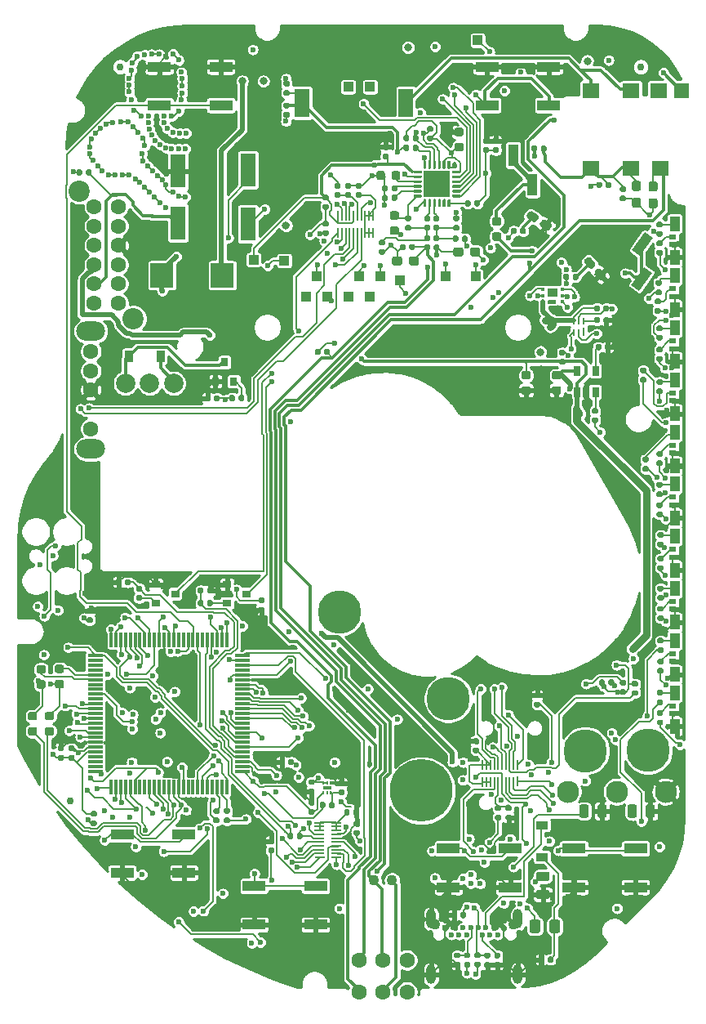
<source format=gbr>
G04 #@! TF.GenerationSoftware,KiCad,Pcbnew,5.1.6+dfsg1-1~bpo10+1*
G04 #@! TF.CreationDate,2021-03-28T20:24:38-04:00*
G04 #@! TF.ProjectId,RUSP_Mainboard,52555350-5f4d-4616-996e-626f6172642e,rev?*
G04 #@! TF.SameCoordinates,Original*
G04 #@! TF.FileFunction,Copper,L6,Bot*
G04 #@! TF.FilePolarity,Positive*
%FSLAX46Y46*%
G04 Gerber Fmt 4.6, Leading zero omitted, Abs format (unit mm)*
G04 Created by KiCad (PCBNEW 5.1.6+dfsg1-1~bpo10+1) date 2021-03-28 20:24:38*
%MOMM*%
%LPD*%
G01*
G04 APERTURE LIST*
G04 #@! TA.AperFunction,EtchedComponent*
%ADD10C,0.010000*%
G04 #@! TD*
G04 #@! TA.AperFunction,SMDPad,CuDef*
%ADD11R,0.200000X1.100000*%
G04 #@! TD*
G04 #@! TA.AperFunction,SMDPad,CuDef*
%ADD12R,0.200000X1.000000*%
G04 #@! TD*
G04 #@! TA.AperFunction,SMDPad,CuDef*
%ADD13R,2.400000X1.100000*%
G04 #@! TD*
G04 #@! TA.AperFunction,ComponentPad*
%ADD14C,1.100000*%
G04 #@! TD*
G04 #@! TA.AperFunction,SMDPad,CuDef*
%ADD15R,0.180000X0.350000*%
G04 #@! TD*
G04 #@! TA.AperFunction,SMDPad,CuDef*
%ADD16R,0.940000X0.300000*%
G04 #@! TD*
G04 #@! TA.AperFunction,SMDPad,CuDef*
%ADD17R,0.450000X0.300000*%
G04 #@! TD*
G04 #@! TA.AperFunction,Conductor*
%ADD18R,1.000000X0.950000*%
G04 #@! TD*
G04 #@! TA.AperFunction,Conductor*
%ADD19R,0.300000X0.300000*%
G04 #@! TD*
G04 #@! TA.AperFunction,ComponentPad*
%ADD20C,6.500000*%
G04 #@! TD*
G04 #@! TA.AperFunction,ComponentPad*
%ADD21C,4.500000*%
G04 #@! TD*
G04 #@! TA.AperFunction,ComponentPad*
%ADD22O,1.000000X2.000000*%
G04 #@! TD*
G04 #@! TA.AperFunction,ComponentPad*
%ADD23C,0.600000*%
G04 #@! TD*
G04 #@! TA.AperFunction,SMDPad,CuDef*
%ADD24R,1.000000X1.500000*%
G04 #@! TD*
G04 #@! TA.AperFunction,SMDPad,CuDef*
%ADD25R,0.800000X0.500000*%
G04 #@! TD*
G04 #@! TA.AperFunction,SMDPad,CuDef*
%ADD26R,1.600000X3.500000*%
G04 #@! TD*
G04 #@! TA.AperFunction,ComponentPad*
%ADD27C,2.300000*%
G04 #@! TD*
G04 #@! TA.AperFunction,SMDPad,CuDef*
%ADD28R,1.200000X0.900000*%
G04 #@! TD*
G04 #@! TA.AperFunction,SMDPad,CuDef*
%ADD29R,1.500000X0.300000*%
G04 #@! TD*
G04 #@! TA.AperFunction,SMDPad,CuDef*
%ADD30R,0.300000X1.500000*%
G04 #@! TD*
G04 #@! TA.AperFunction,SMDPad,CuDef*
%ADD31C,0.750000*%
G04 #@! TD*
G04 #@! TA.AperFunction,ComponentPad*
%ADD32O,3.000000X2.000000*%
G04 #@! TD*
G04 #@! TA.AperFunction,ComponentPad*
%ADD33C,1.600000*%
G04 #@! TD*
G04 #@! TA.AperFunction,SMDPad,CuDef*
%ADD34R,1.500000X3.000000*%
G04 #@! TD*
G04 #@! TA.AperFunction,SMDPad,CuDef*
%ADD35R,0.800000X0.900000*%
G04 #@! TD*
G04 #@! TA.AperFunction,ComponentPad*
%ADD36C,2.200000*%
G04 #@! TD*
G04 #@! TA.AperFunction,SMDPad,CuDef*
%ADD37R,0.280000X0.850000*%
G04 #@! TD*
G04 #@! TA.AperFunction,SMDPad,CuDef*
%ADD38R,0.280000X0.750000*%
G04 #@! TD*
G04 #@! TA.AperFunction,SMDPad,CuDef*
%ADD39R,0.650000X1.060000*%
G04 #@! TD*
G04 #@! TA.AperFunction,SMDPad,CuDef*
%ADD40R,2.700000X2.700000*%
G04 #@! TD*
G04 #@! TA.AperFunction,SMDPad,CuDef*
%ADD41C,0.100000*%
G04 #@! TD*
G04 #@! TA.AperFunction,SMDPad,CuDef*
%ADD42R,0.900000X1.200000*%
G04 #@! TD*
G04 #@! TA.AperFunction,SMDPad,CuDef*
%ADD43R,1.000000X1.000000*%
G04 #@! TD*
G04 #@! TA.AperFunction,SMDPad,CuDef*
%ADD44R,1.600000X1.600000*%
G04 #@! TD*
G04 #@! TA.AperFunction,SMDPad,CuDef*
%ADD45R,1.800000X1.600000*%
G04 #@! TD*
G04 #@! TA.AperFunction,ComponentPad*
%ADD46C,2.000000*%
G04 #@! TD*
G04 #@! TA.AperFunction,SMDPad,CuDef*
%ADD47R,0.900000X0.800000*%
G04 #@! TD*
G04 #@! TA.AperFunction,SMDPad,CuDef*
%ADD48R,2.370000X2.550000*%
G04 #@! TD*
G04 #@! TA.AperFunction,SMDPad,CuDef*
%ADD49R,1.020000X2.290000*%
G04 #@! TD*
G04 #@! TA.AperFunction,SMDPad,CuDef*
%ADD50R,1.100000X0.200000*%
G04 #@! TD*
G04 #@! TA.AperFunction,SMDPad,CuDef*
%ADD51R,1.000000X0.200000*%
G04 #@! TD*
G04 #@! TA.AperFunction,ViaPad*
%ADD52C,0.600000*%
G04 #@! TD*
G04 #@! TA.AperFunction,ViaPad*
%ADD53C,0.800000*%
G04 #@! TD*
G04 #@! TA.AperFunction,Conductor*
%ADD54C,0.200000*%
G04 #@! TD*
G04 #@! TA.AperFunction,Conductor*
%ADD55C,0.250000*%
G04 #@! TD*
G04 #@! TA.AperFunction,Conductor*
%ADD56C,0.500000*%
G04 #@! TD*
G04 #@! TA.AperFunction,Conductor*
%ADD57C,0.350000*%
G04 #@! TD*
G04 #@! TA.AperFunction,Conductor*
%ADD58C,0.750000*%
G04 #@! TD*
G04 APERTURE END LIST*
D10*
G36*
X167830000Y-83200000D02*
G01*
X167180000Y-83200000D01*
X167177383Y-83200069D01*
X167174774Y-83200274D01*
X167172178Y-83200616D01*
X167169604Y-83201093D01*
X167167059Y-83201704D01*
X167164549Y-83202447D01*
X167162082Y-83203321D01*
X167159663Y-83204323D01*
X167157300Y-83205450D01*
X167155000Y-83206699D01*
X167152768Y-83208066D01*
X167150611Y-83209549D01*
X167148534Y-83211143D01*
X167146543Y-83212843D01*
X167144645Y-83214645D01*
X167142843Y-83216543D01*
X167141143Y-83218534D01*
X167139549Y-83220611D01*
X167138066Y-83222768D01*
X167136699Y-83225000D01*
X167135450Y-83227300D01*
X167134323Y-83229663D01*
X167133321Y-83232082D01*
X167132447Y-83234549D01*
X167131704Y-83237059D01*
X167131093Y-83239604D01*
X167130616Y-83242178D01*
X167130274Y-83244774D01*
X167130069Y-83247383D01*
X167130000Y-83250000D01*
X167130000Y-83450000D01*
X167130069Y-83452617D01*
X167130274Y-83455226D01*
X167130616Y-83457822D01*
X167131093Y-83460396D01*
X167131704Y-83462941D01*
X167132447Y-83465451D01*
X167133321Y-83467918D01*
X167134323Y-83470337D01*
X167135450Y-83472700D01*
X167136699Y-83475000D01*
X167138066Y-83477232D01*
X167139549Y-83479389D01*
X167141143Y-83481466D01*
X167142843Y-83483457D01*
X167144645Y-83485355D01*
X167146543Y-83487157D01*
X167148534Y-83488857D01*
X167150611Y-83490451D01*
X167152768Y-83491934D01*
X167155000Y-83493301D01*
X167157300Y-83494550D01*
X167159663Y-83495677D01*
X167162082Y-83496679D01*
X167164549Y-83497553D01*
X167167059Y-83498296D01*
X167169604Y-83498907D01*
X167172178Y-83499384D01*
X167174774Y-83499726D01*
X167177383Y-83499931D01*
X167180000Y-83500000D01*
X167830000Y-83500000D01*
X167832617Y-83499931D01*
X167835226Y-83499726D01*
X167837822Y-83499384D01*
X167840396Y-83498907D01*
X167842941Y-83498296D01*
X167845451Y-83497553D01*
X167847918Y-83496679D01*
X167850337Y-83495677D01*
X167852700Y-83494550D01*
X167855000Y-83493301D01*
X167857232Y-83491934D01*
X167859389Y-83490451D01*
X167861466Y-83488857D01*
X167863457Y-83487157D01*
X167865355Y-83485355D01*
X167867157Y-83483457D01*
X167868857Y-83481466D01*
X167870451Y-83479389D01*
X167871934Y-83477232D01*
X167873301Y-83475000D01*
X167874550Y-83472700D01*
X167875677Y-83470337D01*
X167876679Y-83467918D01*
X167877553Y-83465451D01*
X167878296Y-83462941D01*
X167878907Y-83460396D01*
X167879384Y-83457822D01*
X167879726Y-83455226D01*
X167879931Y-83452617D01*
X167880000Y-83450000D01*
X167880000Y-83250000D01*
X167879931Y-83247383D01*
X167879726Y-83244774D01*
X167879384Y-83242178D01*
X167878907Y-83239604D01*
X167878296Y-83237059D01*
X167877553Y-83234549D01*
X167876679Y-83232082D01*
X167875677Y-83229663D01*
X167874550Y-83227300D01*
X167873301Y-83225000D01*
X167871934Y-83222768D01*
X167870451Y-83220611D01*
X167868857Y-83218534D01*
X167867157Y-83216543D01*
X167865355Y-83214645D01*
X167863457Y-83212843D01*
X167861466Y-83211143D01*
X167859389Y-83209549D01*
X167857232Y-83208066D01*
X167855000Y-83206699D01*
X167852700Y-83205450D01*
X167850337Y-83204323D01*
X167847918Y-83203321D01*
X167845451Y-83202447D01*
X167842941Y-83201704D01*
X167840396Y-83201093D01*
X167837822Y-83200616D01*
X167835226Y-83200274D01*
X167832617Y-83200069D01*
X167830000Y-83200000D01*
G37*
X167830000Y-83200000D02*
X167180000Y-83200000D01*
X167177383Y-83200069D01*
X167174774Y-83200274D01*
X167172178Y-83200616D01*
X167169604Y-83201093D01*
X167167059Y-83201704D01*
X167164549Y-83202447D01*
X167162082Y-83203321D01*
X167159663Y-83204323D01*
X167157300Y-83205450D01*
X167155000Y-83206699D01*
X167152768Y-83208066D01*
X167150611Y-83209549D01*
X167148534Y-83211143D01*
X167146543Y-83212843D01*
X167144645Y-83214645D01*
X167142843Y-83216543D01*
X167141143Y-83218534D01*
X167139549Y-83220611D01*
X167138066Y-83222768D01*
X167136699Y-83225000D01*
X167135450Y-83227300D01*
X167134323Y-83229663D01*
X167133321Y-83232082D01*
X167132447Y-83234549D01*
X167131704Y-83237059D01*
X167131093Y-83239604D01*
X167130616Y-83242178D01*
X167130274Y-83244774D01*
X167130069Y-83247383D01*
X167130000Y-83250000D01*
X167130000Y-83450000D01*
X167130069Y-83452617D01*
X167130274Y-83455226D01*
X167130616Y-83457822D01*
X167131093Y-83460396D01*
X167131704Y-83462941D01*
X167132447Y-83465451D01*
X167133321Y-83467918D01*
X167134323Y-83470337D01*
X167135450Y-83472700D01*
X167136699Y-83475000D01*
X167138066Y-83477232D01*
X167139549Y-83479389D01*
X167141143Y-83481466D01*
X167142843Y-83483457D01*
X167144645Y-83485355D01*
X167146543Y-83487157D01*
X167148534Y-83488857D01*
X167150611Y-83490451D01*
X167152768Y-83491934D01*
X167155000Y-83493301D01*
X167157300Y-83494550D01*
X167159663Y-83495677D01*
X167162082Y-83496679D01*
X167164549Y-83497553D01*
X167167059Y-83498296D01*
X167169604Y-83498907D01*
X167172178Y-83499384D01*
X167174774Y-83499726D01*
X167177383Y-83499931D01*
X167180000Y-83500000D01*
X167830000Y-83500000D01*
X167832617Y-83499931D01*
X167835226Y-83499726D01*
X167837822Y-83499384D01*
X167840396Y-83498907D01*
X167842941Y-83498296D01*
X167845451Y-83497553D01*
X167847918Y-83496679D01*
X167850337Y-83495677D01*
X167852700Y-83494550D01*
X167855000Y-83493301D01*
X167857232Y-83491934D01*
X167859389Y-83490451D01*
X167861466Y-83488857D01*
X167863457Y-83487157D01*
X167865355Y-83485355D01*
X167867157Y-83483457D01*
X167868857Y-83481466D01*
X167870451Y-83479389D01*
X167871934Y-83477232D01*
X167873301Y-83475000D01*
X167874550Y-83472700D01*
X167875677Y-83470337D01*
X167876679Y-83467918D01*
X167877553Y-83465451D01*
X167878296Y-83462941D01*
X167878907Y-83460396D01*
X167879384Y-83457822D01*
X167879726Y-83455226D01*
X167879931Y-83452617D01*
X167880000Y-83450000D01*
X167880000Y-83250000D01*
X167879931Y-83247383D01*
X167879726Y-83244774D01*
X167879384Y-83242178D01*
X167878907Y-83239604D01*
X167878296Y-83237059D01*
X167877553Y-83234549D01*
X167876679Y-83232082D01*
X167875677Y-83229663D01*
X167874550Y-83227300D01*
X167873301Y-83225000D01*
X167871934Y-83222768D01*
X167870451Y-83220611D01*
X167868857Y-83218534D01*
X167867157Y-83216543D01*
X167865355Y-83214645D01*
X167863457Y-83212843D01*
X167861466Y-83211143D01*
X167859389Y-83209549D01*
X167857232Y-83208066D01*
X167855000Y-83206699D01*
X167852700Y-83205450D01*
X167850337Y-83204323D01*
X167847918Y-83203321D01*
X167845451Y-83202447D01*
X167842941Y-83201704D01*
X167840396Y-83201093D01*
X167837822Y-83200616D01*
X167835226Y-83200274D01*
X167832617Y-83200069D01*
X167830000Y-83200000D01*
D11*
X163950000Y-133070000D03*
D12*
X163550000Y-133120000D03*
X163150000Y-133120000D03*
X162750000Y-133120000D03*
X162350000Y-133120000D03*
X161950000Y-133120000D03*
X161550000Y-133120000D03*
X161150000Y-133120000D03*
X160750000Y-133120000D03*
X160350000Y-133120000D03*
X160350000Y-131320000D03*
X160750000Y-131320000D03*
X161150000Y-131320000D03*
X161550000Y-131320000D03*
X161950000Y-131320000D03*
X162350000Y-131320000D03*
X162750000Y-131320000D03*
X163150000Y-131320000D03*
X163550000Y-131320000D03*
X163950000Y-131320000D03*
D13*
X160800000Y-59000000D03*
X167200000Y-59000000D03*
X167200000Y-63000000D03*
X160800000Y-63000000D03*
X126800000Y-59000000D03*
X133200000Y-59000000D03*
X133200000Y-63000000D03*
X126800000Y-63000000D03*
X129346000Y-142497000D03*
X122946000Y-142497000D03*
X122946000Y-138497000D03*
X129346000Y-138497000D03*
X143027000Y-147886000D03*
X136627000Y-147886000D03*
X136627000Y-143886000D03*
X143027000Y-143886000D03*
X163200000Y-144000000D03*
X156800000Y-144000000D03*
X156800000Y-140000000D03*
X163200000Y-140000000D03*
X176200000Y-144000000D03*
X169800000Y-144000000D03*
X169800000Y-140000000D03*
X176200000Y-140000000D03*
D14*
X149050000Y-143300000D03*
X150950000Y-143300000D03*
D15*
X143800000Y-133175000D03*
X144200000Y-133175000D03*
X144600000Y-133175000D03*
X144600000Y-134225000D03*
X144200000Y-134225000D03*
X143800000Y-134225000D03*
D16*
X144200000Y-133700000D03*
D17*
X168575000Y-82050000D03*
X168575000Y-82700000D03*
X168575000Y-83350000D03*
X166625000Y-83350000D03*
X166625000Y-82700000D03*
X166625000Y-82050000D03*
D18*
X167600000Y-82375000D03*
D19*
X167505000Y-83350000D03*
D20*
X154000000Y-134000000D03*
D21*
X156800000Y-124450000D03*
X145500000Y-115500000D03*
X177510000Y-129800000D03*
X171000000Y-129870000D03*
D22*
X155000000Y-153025000D03*
X164000000Y-153025000D03*
D14*
X155450000Y-147825000D03*
D22*
X155000000Y-147275000D03*
D14*
X163550000Y-147825000D03*
D22*
X164000000Y-147275000D03*
D23*
X161900000Y-148925000D03*
X161100000Y-148925000D03*
X160300000Y-148925000D03*
X157100000Y-148925000D03*
X157900000Y-148925000D03*
X158700000Y-148925000D03*
X162550000Y-148225000D03*
X160700000Y-148225000D03*
X159900000Y-148225000D03*
X156450000Y-148225000D03*
X158300000Y-148225000D03*
X159100000Y-148225000D03*
D24*
X180280000Y-127350000D03*
X180280000Y-123850000D03*
D25*
X180050000Y-126000000D03*
X180050000Y-125200000D03*
D26*
X136000000Y-69700000D03*
X136000000Y-75300000D03*
D24*
X180280000Y-78750000D03*
X180280000Y-75250000D03*
D25*
X180050000Y-77400000D03*
X180050000Y-76600000D03*
D24*
X180280000Y-84150000D03*
X180280000Y-80650000D03*
D25*
X180050000Y-82800000D03*
X180050000Y-82000000D03*
D24*
X180300000Y-89550000D03*
X180300000Y-86050000D03*
D25*
X180070000Y-88200000D03*
X180070000Y-87400000D03*
D24*
X180300000Y-94950000D03*
X180300000Y-91450000D03*
D25*
X180070000Y-93600000D03*
X180070000Y-92800000D03*
D24*
X180280000Y-100350000D03*
X180280000Y-96850000D03*
D25*
X180050000Y-99000000D03*
X180050000Y-98200000D03*
D24*
X180280000Y-105750000D03*
X180280000Y-102250000D03*
D25*
X180050000Y-104400000D03*
X180050000Y-103600000D03*
D24*
X180280000Y-111150000D03*
X180280000Y-107650000D03*
D25*
X180050000Y-109800000D03*
X180050000Y-109000000D03*
D24*
X180280000Y-116550000D03*
X180280000Y-113050000D03*
D25*
X180050000Y-115200000D03*
X180050000Y-114400000D03*
D24*
X180280000Y-121950000D03*
X180280000Y-118450000D03*
D25*
X180050000Y-120600000D03*
X180050000Y-119800000D03*
D27*
X169170000Y-134100000D03*
X174250000Y-134100000D03*
X179330000Y-134100000D03*
D28*
X166500000Y-137570000D03*
X166500000Y-140870000D03*
G04 #@! TA.AperFunction,SMDPad,CuDef*
G36*
G01*
X166350000Y-147599999D02*
X166350000Y-148500001D01*
G75*
G02*
X166100001Y-148750000I-249999J0D01*
G01*
X165449999Y-148750000D01*
G75*
G02*
X165200000Y-148500001I0J249999D01*
G01*
X165200000Y-147599999D01*
G75*
G02*
X165449999Y-147350000I249999J0D01*
G01*
X166100001Y-147350000D01*
G75*
G02*
X166350000Y-147599999I0J-249999D01*
G01*
G37*
G04 #@! TD.AperFunction*
G04 #@! TA.AperFunction,SMDPad,CuDef*
G36*
G01*
X168400000Y-147599999D02*
X168400000Y-148500001D01*
G75*
G02*
X168150001Y-148750000I-249999J0D01*
G01*
X167499999Y-148750000D01*
G75*
G02*
X167250000Y-148500001I0J249999D01*
G01*
X167250000Y-147599999D01*
G75*
G02*
X167499999Y-147350000I249999J0D01*
G01*
X168150001Y-147350000D01*
G75*
G02*
X168400000Y-147599999I0J-249999D01*
G01*
G37*
G04 #@! TD.AperFunction*
D29*
X135450000Y-132000000D03*
X135450000Y-131500000D03*
X135450000Y-131000000D03*
X135450000Y-130500000D03*
X135450000Y-130000000D03*
X135450000Y-129500000D03*
X135450000Y-129000000D03*
X135450000Y-128500000D03*
X135450000Y-128000000D03*
X135450000Y-127500000D03*
X135450000Y-127000000D03*
X135450000Y-126500000D03*
X135450000Y-126000000D03*
X135450000Y-125500000D03*
X135450000Y-125000000D03*
X135450000Y-124500000D03*
X135450000Y-124000000D03*
X135450000Y-123500000D03*
X135450000Y-123000000D03*
X135450000Y-122500000D03*
X135450000Y-122000000D03*
X135450000Y-121500000D03*
X135450000Y-121000000D03*
X135450000Y-120500000D03*
X135450000Y-120000000D03*
D30*
X133800000Y-118350000D03*
X133300000Y-118350000D03*
X132800000Y-118350000D03*
X132300000Y-118350000D03*
X131800000Y-118350000D03*
X131300000Y-118350000D03*
X130800000Y-118350000D03*
X130300000Y-118350000D03*
X129800000Y-118350000D03*
X129300000Y-118350000D03*
X128800000Y-118350000D03*
X128300000Y-118350000D03*
X127800000Y-118350000D03*
X127300000Y-118350000D03*
X126800000Y-118350000D03*
X126300000Y-118350000D03*
X125800000Y-118350000D03*
X125300000Y-118350000D03*
X124800000Y-118350000D03*
X124300000Y-118350000D03*
X123800000Y-118350000D03*
X123300000Y-118350000D03*
X122800000Y-118350000D03*
X122300000Y-118350000D03*
X121800000Y-118350000D03*
D29*
X120150000Y-120000000D03*
X120150000Y-120500000D03*
X120150000Y-121000000D03*
X120150000Y-121500000D03*
X120150000Y-122000000D03*
X120150000Y-122500000D03*
X120150000Y-123000000D03*
X120150000Y-123500000D03*
X120150000Y-124000000D03*
X120150000Y-124500000D03*
X120150000Y-125000000D03*
X120150000Y-125500000D03*
X120150000Y-126000000D03*
X120150000Y-126500000D03*
X120150000Y-127000000D03*
X120150000Y-127500000D03*
X120150000Y-128000000D03*
X120150000Y-128500000D03*
X120150000Y-129000000D03*
X120150000Y-129500000D03*
X120150000Y-130000000D03*
X120150000Y-130500000D03*
X120150000Y-131000000D03*
X120150000Y-131500000D03*
X120150000Y-132000000D03*
D30*
X121800000Y-133650000D03*
X122300000Y-133650000D03*
X122800000Y-133650000D03*
X123300000Y-133650000D03*
X123800000Y-133650000D03*
X124300000Y-133650000D03*
X124800000Y-133650000D03*
X125300000Y-133650000D03*
X125800000Y-133650000D03*
X126300000Y-133650000D03*
X126800000Y-133650000D03*
X127300000Y-133650000D03*
X127800000Y-133650000D03*
X128300000Y-133650000D03*
X128800000Y-133650000D03*
X129300000Y-133650000D03*
X129800000Y-133650000D03*
X130300000Y-133650000D03*
X130800000Y-133650000D03*
X131300000Y-133650000D03*
X131800000Y-133650000D03*
X132300000Y-133650000D03*
X132800000Y-133650000D03*
X133300000Y-133650000D03*
X133800000Y-133650000D03*
D31*
X176750000Y-59000000D03*
X122750000Y-59000000D03*
X117600000Y-135100000D03*
D32*
X119700000Y-86400000D03*
X119700000Y-98600000D03*
D33*
X119700000Y-88500000D03*
X119700000Y-90500000D03*
X119700000Y-92500000D03*
X119700000Y-96500000D03*
G04 #@! TA.AperFunction,SMDPad,CuDef*
G36*
G01*
X134660000Y-93152500D02*
X134660000Y-93497500D01*
G75*
G02*
X134512500Y-93645000I-147500J0D01*
G01*
X134217500Y-93645000D01*
G75*
G02*
X134070000Y-93497500I0J147500D01*
G01*
X134070000Y-93152500D01*
G75*
G02*
X134217500Y-93005000I147500J0D01*
G01*
X134512500Y-93005000D01*
G75*
G02*
X134660000Y-93152500I0J-147500D01*
G01*
G37*
G04 #@! TD.AperFunction*
G04 #@! TA.AperFunction,SMDPad,CuDef*
G36*
G01*
X135630000Y-93152500D02*
X135630000Y-93497500D01*
G75*
G02*
X135482500Y-93645000I-147500J0D01*
G01*
X135187500Y-93645000D01*
G75*
G02*
X135040000Y-93497500I0J147500D01*
G01*
X135040000Y-93152500D01*
G75*
G02*
X135187500Y-93005000I147500J0D01*
G01*
X135482500Y-93005000D01*
G75*
G02*
X135630000Y-93152500I0J-147500D01*
G01*
G37*
G04 #@! TD.AperFunction*
G04 #@! TA.AperFunction,SMDPad,CuDef*
G36*
G01*
X132110000Y-93177500D02*
X132110000Y-93522500D01*
G75*
G02*
X131962500Y-93670000I-147500J0D01*
G01*
X131667500Y-93670000D01*
G75*
G02*
X131520000Y-93522500I0J147500D01*
G01*
X131520000Y-93177500D01*
G75*
G02*
X131667500Y-93030000I147500J0D01*
G01*
X131962500Y-93030000D01*
G75*
G02*
X132110000Y-93177500I0J-147500D01*
G01*
G37*
G04 #@! TD.AperFunction*
G04 #@! TA.AperFunction,SMDPad,CuDef*
G36*
G01*
X133080000Y-93177500D02*
X133080000Y-93522500D01*
G75*
G02*
X132932500Y-93670000I-147500J0D01*
G01*
X132637500Y-93670000D01*
G75*
G02*
X132490000Y-93522500I0J147500D01*
G01*
X132490000Y-93177500D01*
G75*
G02*
X132637500Y-93030000I147500J0D01*
G01*
X132932500Y-93030000D01*
G75*
G02*
X133080000Y-93177500I0J-147500D01*
G01*
G37*
G04 #@! TD.AperFunction*
G04 #@! TA.AperFunction,SMDPad,CuDef*
G36*
G01*
X116772500Y-129910000D02*
X116427500Y-129910000D01*
G75*
G02*
X116280000Y-129762500I0J147500D01*
G01*
X116280000Y-129467500D01*
G75*
G02*
X116427500Y-129320000I147500J0D01*
G01*
X116772500Y-129320000D01*
G75*
G02*
X116920000Y-129467500I0J-147500D01*
G01*
X116920000Y-129762500D01*
G75*
G02*
X116772500Y-129910000I-147500J0D01*
G01*
G37*
G04 #@! TD.AperFunction*
G04 #@! TA.AperFunction,SMDPad,CuDef*
G36*
G01*
X116772500Y-130880000D02*
X116427500Y-130880000D01*
G75*
G02*
X116280000Y-130732500I0J147500D01*
G01*
X116280000Y-130437500D01*
G75*
G02*
X116427500Y-130290000I147500J0D01*
G01*
X116772500Y-130290000D01*
G75*
G02*
X116920000Y-130437500I0J-147500D01*
G01*
X116920000Y-130732500D01*
G75*
G02*
X116772500Y-130880000I-147500J0D01*
G01*
G37*
G04 #@! TD.AperFunction*
G04 #@! TA.AperFunction,SMDPad,CuDef*
G36*
G01*
X138597500Y-140505000D02*
X138252500Y-140505000D01*
G75*
G02*
X138105000Y-140357500I0J147500D01*
G01*
X138105000Y-140062500D01*
G75*
G02*
X138252500Y-139915000I147500J0D01*
G01*
X138597500Y-139915000D01*
G75*
G02*
X138745000Y-140062500I0J-147500D01*
G01*
X138745000Y-140357500D01*
G75*
G02*
X138597500Y-140505000I-147500J0D01*
G01*
G37*
G04 #@! TD.AperFunction*
G04 #@! TA.AperFunction,SMDPad,CuDef*
G36*
G01*
X138597500Y-139535000D02*
X138252500Y-139535000D01*
G75*
G02*
X138105000Y-139387500I0J147500D01*
G01*
X138105000Y-139092500D01*
G75*
G02*
X138252500Y-138945000I147500J0D01*
G01*
X138597500Y-138945000D01*
G75*
G02*
X138745000Y-139092500I0J-147500D01*
G01*
X138745000Y-139387500D01*
G75*
G02*
X138597500Y-139535000I-147500J0D01*
G01*
G37*
G04 #@! TD.AperFunction*
G04 #@! TA.AperFunction,SMDPad,CuDef*
G36*
G01*
X137227500Y-114960000D02*
X137572500Y-114960000D01*
G75*
G02*
X137720000Y-115107500I0J-147500D01*
G01*
X137720000Y-115402500D01*
G75*
G02*
X137572500Y-115550000I-147500J0D01*
G01*
X137227500Y-115550000D01*
G75*
G02*
X137080000Y-115402500I0J147500D01*
G01*
X137080000Y-115107500D01*
G75*
G02*
X137227500Y-114960000I147500J0D01*
G01*
G37*
G04 #@! TD.AperFunction*
G04 #@! TA.AperFunction,SMDPad,CuDef*
G36*
G01*
X137227500Y-113990000D02*
X137572500Y-113990000D01*
G75*
G02*
X137720000Y-114137500I0J-147500D01*
G01*
X137720000Y-114432500D01*
G75*
G02*
X137572500Y-114580000I-147500J0D01*
G01*
X137227500Y-114580000D01*
G75*
G02*
X137080000Y-114432500I0J147500D01*
G01*
X137080000Y-114137500D01*
G75*
G02*
X137227500Y-113990000I147500J0D01*
G01*
G37*
G04 #@! TD.AperFunction*
G04 #@! TA.AperFunction,SMDPad,CuDef*
G36*
G01*
X119747500Y-116630000D02*
X119402500Y-116630000D01*
G75*
G02*
X119255000Y-116482500I0J147500D01*
G01*
X119255000Y-116187500D01*
G75*
G02*
X119402500Y-116040000I147500J0D01*
G01*
X119747500Y-116040000D01*
G75*
G02*
X119895000Y-116187500I0J-147500D01*
G01*
X119895000Y-116482500D01*
G75*
G02*
X119747500Y-116630000I-147500J0D01*
G01*
G37*
G04 #@! TD.AperFunction*
G04 #@! TA.AperFunction,SMDPad,CuDef*
G36*
G01*
X119747500Y-115660000D02*
X119402500Y-115660000D01*
G75*
G02*
X119255000Y-115512500I0J147500D01*
G01*
X119255000Y-115217500D01*
G75*
G02*
X119402500Y-115070000I147500J0D01*
G01*
X119747500Y-115070000D01*
G75*
G02*
X119895000Y-115217500I0J-147500D01*
G01*
X119895000Y-115512500D01*
G75*
G02*
X119747500Y-115660000I-147500J0D01*
G01*
G37*
G04 #@! TD.AperFunction*
G04 #@! TA.AperFunction,SMDPad,CuDef*
G36*
G01*
X139810000Y-130877500D02*
X139810000Y-131222500D01*
G75*
G02*
X139662500Y-131370000I-147500J0D01*
G01*
X139367500Y-131370000D01*
G75*
G02*
X139220000Y-131222500I0J147500D01*
G01*
X139220000Y-130877500D01*
G75*
G02*
X139367500Y-130730000I147500J0D01*
G01*
X139662500Y-130730000D01*
G75*
G02*
X139810000Y-130877500I0J-147500D01*
G01*
G37*
G04 #@! TD.AperFunction*
G04 #@! TA.AperFunction,SMDPad,CuDef*
G36*
G01*
X140780000Y-130877500D02*
X140780000Y-131222500D01*
G75*
G02*
X140632500Y-131370000I-147500J0D01*
G01*
X140337500Y-131370000D01*
G75*
G02*
X140190000Y-131222500I0J147500D01*
G01*
X140190000Y-130877500D01*
G75*
G02*
X140337500Y-130730000I147500J0D01*
G01*
X140632500Y-130730000D01*
G75*
G02*
X140780000Y-130877500I0J-147500D01*
G01*
G37*
G04 #@! TD.AperFunction*
G04 #@! TA.AperFunction,SMDPad,CuDef*
G36*
G01*
X167680000Y-151327500D02*
X167680000Y-151672500D01*
G75*
G02*
X167532500Y-151820000I-147500J0D01*
G01*
X167237500Y-151820000D01*
G75*
G02*
X167090000Y-151672500I0J147500D01*
G01*
X167090000Y-151327500D01*
G75*
G02*
X167237500Y-151180000I147500J0D01*
G01*
X167532500Y-151180000D01*
G75*
G02*
X167680000Y-151327500I0J-147500D01*
G01*
G37*
G04 #@! TD.AperFunction*
G04 #@! TA.AperFunction,SMDPad,CuDef*
G36*
G01*
X166710000Y-151327500D02*
X166710000Y-151672500D01*
G75*
G02*
X166562500Y-151820000I-147500J0D01*
G01*
X166267500Y-151820000D01*
G75*
G02*
X166120000Y-151672500I0J147500D01*
G01*
X166120000Y-151327500D01*
G75*
G02*
X166267500Y-151180000I147500J0D01*
G01*
X166562500Y-151180000D01*
G75*
G02*
X166710000Y-151327500I0J-147500D01*
G01*
G37*
G04 #@! TD.AperFunction*
G04 #@! TA.AperFunction,SMDPad,CuDef*
G36*
G01*
X157527500Y-150770000D02*
X157872500Y-150770000D01*
G75*
G02*
X158020000Y-150917500I0J-147500D01*
G01*
X158020000Y-151212500D01*
G75*
G02*
X157872500Y-151360000I-147500J0D01*
G01*
X157527500Y-151360000D01*
G75*
G02*
X157380000Y-151212500I0J147500D01*
G01*
X157380000Y-150917500D01*
G75*
G02*
X157527500Y-150770000I147500J0D01*
G01*
G37*
G04 #@! TD.AperFunction*
G04 #@! TA.AperFunction,SMDPad,CuDef*
G36*
G01*
X157527500Y-151740000D02*
X157872500Y-151740000D01*
G75*
G02*
X158020000Y-151887500I0J-147500D01*
G01*
X158020000Y-152182500D01*
G75*
G02*
X157872500Y-152330000I-147500J0D01*
G01*
X157527500Y-152330000D01*
G75*
G02*
X157380000Y-152182500I0J147500D01*
G01*
X157380000Y-151887500D01*
G75*
G02*
X157527500Y-151740000I147500J0D01*
G01*
G37*
G04 #@! TD.AperFunction*
G04 #@! TA.AperFunction,SMDPad,CuDef*
G36*
G01*
X160657500Y-150780000D02*
X161002500Y-150780000D01*
G75*
G02*
X161150000Y-150927500I0J-147500D01*
G01*
X161150000Y-151222500D01*
G75*
G02*
X161002500Y-151370000I-147500J0D01*
G01*
X160657500Y-151370000D01*
G75*
G02*
X160510000Y-151222500I0J147500D01*
G01*
X160510000Y-150927500D01*
G75*
G02*
X160657500Y-150780000I147500J0D01*
G01*
G37*
G04 #@! TD.AperFunction*
G04 #@! TA.AperFunction,SMDPad,CuDef*
G36*
G01*
X160657500Y-151750000D02*
X161002500Y-151750000D01*
G75*
G02*
X161150000Y-151897500I0J-147500D01*
G01*
X161150000Y-152192500D01*
G75*
G02*
X161002500Y-152340000I-147500J0D01*
G01*
X160657500Y-152340000D01*
G75*
G02*
X160510000Y-152192500I0J147500D01*
G01*
X160510000Y-151897500D01*
G75*
G02*
X160657500Y-151750000I147500J0D01*
G01*
G37*
G04 #@! TD.AperFunction*
G04 #@! TA.AperFunction,SMDPad,CuDef*
G36*
G01*
X119827500Y-137090000D02*
X120172500Y-137090000D01*
G75*
G02*
X120320000Y-137237500I0J-147500D01*
G01*
X120320000Y-137532500D01*
G75*
G02*
X120172500Y-137680000I-147500J0D01*
G01*
X119827500Y-137680000D01*
G75*
G02*
X119680000Y-137532500I0J147500D01*
G01*
X119680000Y-137237500D01*
G75*
G02*
X119827500Y-137090000I147500J0D01*
G01*
G37*
G04 #@! TD.AperFunction*
G04 #@! TA.AperFunction,SMDPad,CuDef*
G36*
G01*
X119827500Y-136120000D02*
X120172500Y-136120000D01*
G75*
G02*
X120320000Y-136267500I0J-147500D01*
G01*
X120320000Y-136562500D01*
G75*
G02*
X120172500Y-136710000I-147500J0D01*
G01*
X119827500Y-136710000D01*
G75*
G02*
X119680000Y-136562500I0J147500D01*
G01*
X119680000Y-136267500D01*
G75*
G02*
X119827500Y-136120000I147500J0D01*
G01*
G37*
G04 #@! TD.AperFunction*
G04 #@! TA.AperFunction,SMDPad,CuDef*
G36*
G01*
X173480000Y-83877500D02*
X173480000Y-84222500D01*
G75*
G02*
X173332500Y-84370000I-147500J0D01*
G01*
X173037500Y-84370000D01*
G75*
G02*
X172890000Y-84222500I0J147500D01*
G01*
X172890000Y-83877500D01*
G75*
G02*
X173037500Y-83730000I147500J0D01*
G01*
X173332500Y-83730000D01*
G75*
G02*
X173480000Y-83877500I0J-147500D01*
G01*
G37*
G04 #@! TD.AperFunction*
G04 #@! TA.AperFunction,SMDPad,CuDef*
G36*
G01*
X172510000Y-83877500D02*
X172510000Y-84222500D01*
G75*
G02*
X172362500Y-84370000I-147500J0D01*
G01*
X172067500Y-84370000D01*
G75*
G02*
X171920000Y-84222500I0J147500D01*
G01*
X171920000Y-83877500D01*
G75*
G02*
X172067500Y-83730000I147500J0D01*
G01*
X172362500Y-83730000D01*
G75*
G02*
X172510000Y-83877500I0J-147500D01*
G01*
G37*
G04 #@! TD.AperFunction*
D26*
X128750000Y-75200000D03*
X128750000Y-69800000D03*
G04 #@! TA.AperFunction,SMDPad,CuDef*
G36*
G01*
X142427500Y-135890000D02*
X142772500Y-135890000D01*
G75*
G02*
X142920000Y-136037500I0J-147500D01*
G01*
X142920000Y-136332500D01*
G75*
G02*
X142772500Y-136480000I-147500J0D01*
G01*
X142427500Y-136480000D01*
G75*
G02*
X142280000Y-136332500I0J147500D01*
G01*
X142280000Y-136037500D01*
G75*
G02*
X142427500Y-135890000I147500J0D01*
G01*
G37*
G04 #@! TD.AperFunction*
G04 #@! TA.AperFunction,SMDPad,CuDef*
G36*
G01*
X142427500Y-134920000D02*
X142772500Y-134920000D01*
G75*
G02*
X142920000Y-135067500I0J-147500D01*
G01*
X142920000Y-135362500D01*
G75*
G02*
X142772500Y-135510000I-147500J0D01*
G01*
X142427500Y-135510000D01*
G75*
G02*
X142280000Y-135362500I0J147500D01*
G01*
X142280000Y-135067500D01*
G75*
G02*
X142427500Y-134920000I147500J0D01*
G01*
G37*
G04 #@! TD.AperFunction*
G04 #@! TA.AperFunction,SMDPad,CuDef*
G36*
G01*
X143877500Y-73240000D02*
X144222500Y-73240000D01*
G75*
G02*
X144370000Y-73387500I0J-147500D01*
G01*
X144370000Y-73682500D01*
G75*
G02*
X144222500Y-73830000I-147500J0D01*
G01*
X143877500Y-73830000D01*
G75*
G02*
X143730000Y-73682500I0J147500D01*
G01*
X143730000Y-73387500D01*
G75*
G02*
X143877500Y-73240000I147500J0D01*
G01*
G37*
G04 #@! TD.AperFunction*
G04 #@! TA.AperFunction,SMDPad,CuDef*
G36*
G01*
X143877500Y-72270000D02*
X144222500Y-72270000D01*
G75*
G02*
X144370000Y-72417500I0J-147500D01*
G01*
X144370000Y-72712500D01*
G75*
G02*
X144222500Y-72860000I-147500J0D01*
G01*
X143877500Y-72860000D01*
G75*
G02*
X143730000Y-72712500I0J147500D01*
G01*
X143730000Y-72417500D01*
G75*
G02*
X143877500Y-72270000I147500J0D01*
G01*
G37*
G04 #@! TD.AperFunction*
G04 #@! TA.AperFunction,SMDPad,CuDef*
G36*
G01*
X144222500Y-75560000D02*
X143877500Y-75560000D01*
G75*
G02*
X143730000Y-75412500I0J147500D01*
G01*
X143730000Y-75117500D01*
G75*
G02*
X143877500Y-74970000I147500J0D01*
G01*
X144222500Y-74970000D01*
G75*
G02*
X144370000Y-75117500I0J-147500D01*
G01*
X144370000Y-75412500D01*
G75*
G02*
X144222500Y-75560000I-147500J0D01*
G01*
G37*
G04 #@! TD.AperFunction*
G04 #@! TA.AperFunction,SMDPad,CuDef*
G36*
G01*
X144222500Y-76530000D02*
X143877500Y-76530000D01*
G75*
G02*
X143730000Y-76382500I0J147500D01*
G01*
X143730000Y-76087500D01*
G75*
G02*
X143877500Y-75940000I147500J0D01*
G01*
X144222500Y-75940000D01*
G75*
G02*
X144370000Y-76087500I0J-147500D01*
G01*
X144370000Y-76382500D01*
G75*
G02*
X144222500Y-76530000I-147500J0D01*
G01*
G37*
G04 #@! TD.AperFunction*
G04 #@! TA.AperFunction,SMDPad,CuDef*
G36*
G01*
X143525000Y-88377500D02*
X143525000Y-88722500D01*
G75*
G02*
X143377500Y-88870000I-147500J0D01*
G01*
X143082500Y-88870000D01*
G75*
G02*
X142935000Y-88722500I0J147500D01*
G01*
X142935000Y-88377500D01*
G75*
G02*
X143082500Y-88230000I147500J0D01*
G01*
X143377500Y-88230000D01*
G75*
G02*
X143525000Y-88377500I0J-147500D01*
G01*
G37*
G04 #@! TD.AperFunction*
G04 #@! TA.AperFunction,SMDPad,CuDef*
G36*
G01*
X144495000Y-88377500D02*
X144495000Y-88722500D01*
G75*
G02*
X144347500Y-88870000I-147500J0D01*
G01*
X144052500Y-88870000D01*
G75*
G02*
X143905000Y-88722500I0J147500D01*
G01*
X143905000Y-88377500D01*
G75*
G02*
X144052500Y-88230000I147500J0D01*
G01*
X144347500Y-88230000D01*
G75*
G02*
X144495000Y-88377500I0J-147500D01*
G01*
G37*
G04 #@! TD.AperFunction*
G04 #@! TA.AperFunction,SMDPad,CuDef*
G36*
G01*
X153330000Y-77517500D02*
X153330000Y-77862500D01*
G75*
G02*
X153182500Y-78010000I-147500J0D01*
G01*
X152887500Y-78010000D01*
G75*
G02*
X152740000Y-77862500I0J147500D01*
G01*
X152740000Y-77517500D01*
G75*
G02*
X152887500Y-77370000I147500J0D01*
G01*
X153182500Y-77370000D01*
G75*
G02*
X153330000Y-77517500I0J-147500D01*
G01*
G37*
G04 #@! TD.AperFunction*
G04 #@! TA.AperFunction,SMDPad,CuDef*
G36*
G01*
X152360000Y-77517500D02*
X152360000Y-77862500D01*
G75*
G02*
X152212500Y-78010000I-147500J0D01*
G01*
X151917500Y-78010000D01*
G75*
G02*
X151770000Y-77862500I0J147500D01*
G01*
X151770000Y-77517500D01*
G75*
G02*
X151917500Y-77370000I147500J0D01*
G01*
X152212500Y-77370000D01*
G75*
G02*
X152360000Y-77517500I0J-147500D01*
G01*
G37*
G04 #@! TD.AperFunction*
G04 #@! TA.AperFunction,SMDPad,CuDef*
G36*
G01*
X157245000Y-76997500D02*
X157245000Y-76652500D01*
G75*
G02*
X157392500Y-76505000I147500J0D01*
G01*
X157687500Y-76505000D01*
G75*
G02*
X157835000Y-76652500I0J-147500D01*
G01*
X157835000Y-76997500D01*
G75*
G02*
X157687500Y-77145000I-147500J0D01*
G01*
X157392500Y-77145000D01*
G75*
G02*
X157245000Y-76997500I0J147500D01*
G01*
G37*
G04 #@! TD.AperFunction*
G04 #@! TA.AperFunction,SMDPad,CuDef*
G36*
G01*
X158215000Y-76997500D02*
X158215000Y-76652500D01*
G75*
G02*
X158362500Y-76505000I147500J0D01*
G01*
X158657500Y-76505000D01*
G75*
G02*
X158805000Y-76652500I0J-147500D01*
G01*
X158805000Y-76997500D01*
G75*
G02*
X158657500Y-77145000I-147500J0D01*
G01*
X158362500Y-77145000D01*
G75*
G02*
X158215000Y-76997500I0J147500D01*
G01*
G37*
G04 #@! TD.AperFunction*
G04 #@! TA.AperFunction,SMDPad,CuDef*
G36*
G01*
X149727500Y-77890000D02*
X150072500Y-77890000D01*
G75*
G02*
X150220000Y-78037500I0J-147500D01*
G01*
X150220000Y-78332500D01*
G75*
G02*
X150072500Y-78480000I-147500J0D01*
G01*
X149727500Y-78480000D01*
G75*
G02*
X149580000Y-78332500I0J147500D01*
G01*
X149580000Y-78037500D01*
G75*
G02*
X149727500Y-77890000I147500J0D01*
G01*
G37*
G04 #@! TD.AperFunction*
G04 #@! TA.AperFunction,SMDPad,CuDef*
G36*
G01*
X149727500Y-76920000D02*
X150072500Y-76920000D01*
G75*
G02*
X150220000Y-77067500I0J-147500D01*
G01*
X150220000Y-77362500D01*
G75*
G02*
X150072500Y-77510000I-147500J0D01*
G01*
X149727500Y-77510000D01*
G75*
G02*
X149580000Y-77362500I0J147500D01*
G01*
X149580000Y-77067500D01*
G75*
G02*
X149727500Y-76920000I147500J0D01*
G01*
G37*
G04 #@! TD.AperFunction*
G04 #@! TA.AperFunction,SMDPad,CuDef*
G36*
G01*
X155377500Y-75390000D02*
X155722500Y-75390000D01*
G75*
G02*
X155870000Y-75537500I0J-147500D01*
G01*
X155870000Y-75832500D01*
G75*
G02*
X155722500Y-75980000I-147500J0D01*
G01*
X155377500Y-75980000D01*
G75*
G02*
X155230000Y-75832500I0J147500D01*
G01*
X155230000Y-75537500D01*
G75*
G02*
X155377500Y-75390000I147500J0D01*
G01*
G37*
G04 #@! TD.AperFunction*
G04 #@! TA.AperFunction,SMDPad,CuDef*
G36*
G01*
X155377500Y-74420000D02*
X155722500Y-74420000D01*
G75*
G02*
X155870000Y-74567500I0J-147500D01*
G01*
X155870000Y-74862500D01*
G75*
G02*
X155722500Y-75010000I-147500J0D01*
G01*
X155377500Y-75010000D01*
G75*
G02*
X155230000Y-74862500I0J147500D01*
G01*
X155230000Y-74567500D01*
G75*
G02*
X155377500Y-74420000I147500J0D01*
G01*
G37*
G04 #@! TD.AperFunction*
G04 #@! TA.AperFunction,SMDPad,CuDef*
G36*
G01*
X154427500Y-74420000D02*
X154772500Y-74420000D01*
G75*
G02*
X154920000Y-74567500I0J-147500D01*
G01*
X154920000Y-74862500D01*
G75*
G02*
X154772500Y-75010000I-147500J0D01*
G01*
X154427500Y-75010000D01*
G75*
G02*
X154280000Y-74862500I0J147500D01*
G01*
X154280000Y-74567500D01*
G75*
G02*
X154427500Y-74420000I147500J0D01*
G01*
G37*
G04 #@! TD.AperFunction*
G04 #@! TA.AperFunction,SMDPad,CuDef*
G36*
G01*
X154427500Y-75390000D02*
X154772500Y-75390000D01*
G75*
G02*
X154920000Y-75537500I0J-147500D01*
G01*
X154920000Y-75832500D01*
G75*
G02*
X154772500Y-75980000I-147500J0D01*
G01*
X154427500Y-75980000D01*
G75*
G02*
X154280000Y-75832500I0J147500D01*
G01*
X154280000Y-75537500D01*
G75*
G02*
X154427500Y-75390000I147500J0D01*
G01*
G37*
G04 #@! TD.AperFunction*
G04 #@! TA.AperFunction,SMDPad,CuDef*
G36*
G01*
X150510000Y-71427500D02*
X150510000Y-71772500D01*
G75*
G02*
X150362500Y-71920000I-147500J0D01*
G01*
X150067500Y-71920000D01*
G75*
G02*
X149920000Y-71772500I0J147500D01*
G01*
X149920000Y-71427500D01*
G75*
G02*
X150067500Y-71280000I147500J0D01*
G01*
X150362500Y-71280000D01*
G75*
G02*
X150510000Y-71427500I0J-147500D01*
G01*
G37*
G04 #@! TD.AperFunction*
G04 #@! TA.AperFunction,SMDPad,CuDef*
G36*
G01*
X151480000Y-71427500D02*
X151480000Y-71772500D01*
G75*
G02*
X151332500Y-71920000I-147500J0D01*
G01*
X151037500Y-71920000D01*
G75*
G02*
X150890000Y-71772500I0J147500D01*
G01*
X150890000Y-71427500D01*
G75*
G02*
X151037500Y-71280000I147500J0D01*
G01*
X151332500Y-71280000D01*
G75*
G02*
X151480000Y-71427500I0J-147500D01*
G01*
G37*
G04 #@! TD.AperFunction*
G04 #@! TA.AperFunction,SMDPad,CuDef*
G36*
G01*
X151480000Y-72427500D02*
X151480000Y-72772500D01*
G75*
G02*
X151332500Y-72920000I-147500J0D01*
G01*
X151037500Y-72920000D01*
G75*
G02*
X150890000Y-72772500I0J147500D01*
G01*
X150890000Y-72427500D01*
G75*
G02*
X151037500Y-72280000I147500J0D01*
G01*
X151332500Y-72280000D01*
G75*
G02*
X151480000Y-72427500I0J-147500D01*
G01*
G37*
G04 #@! TD.AperFunction*
G04 #@! TA.AperFunction,SMDPad,CuDef*
G36*
G01*
X150510000Y-72427500D02*
X150510000Y-72772500D01*
G75*
G02*
X150362500Y-72920000I-147500J0D01*
G01*
X150067500Y-72920000D01*
G75*
G02*
X149920000Y-72772500I0J147500D01*
G01*
X149920000Y-72427500D01*
G75*
G02*
X150067500Y-72280000I147500J0D01*
G01*
X150362500Y-72280000D01*
G75*
G02*
X150510000Y-72427500I0J-147500D01*
G01*
G37*
G04 #@! TD.AperFunction*
G04 #@! TA.AperFunction,SMDPad,CuDef*
G36*
G01*
X150472500Y-68580000D02*
X150127500Y-68580000D01*
G75*
G02*
X149980000Y-68432500I0J147500D01*
G01*
X149980000Y-68137500D01*
G75*
G02*
X150127500Y-67990000I147500J0D01*
G01*
X150472500Y-67990000D01*
G75*
G02*
X150620000Y-68137500I0J-147500D01*
G01*
X150620000Y-68432500D01*
G75*
G02*
X150472500Y-68580000I-147500J0D01*
G01*
G37*
G04 #@! TD.AperFunction*
G04 #@! TA.AperFunction,SMDPad,CuDef*
G36*
G01*
X150472500Y-67610000D02*
X150127500Y-67610000D01*
G75*
G02*
X149980000Y-67462500I0J147500D01*
G01*
X149980000Y-67167500D01*
G75*
G02*
X150127500Y-67020000I147500J0D01*
G01*
X150472500Y-67020000D01*
G75*
G02*
X150620000Y-67167500I0J-147500D01*
G01*
X150620000Y-67462500D01*
G75*
G02*
X150472500Y-67610000I-147500J0D01*
G01*
G37*
G04 #@! TD.AperFunction*
G04 #@! TA.AperFunction,SMDPad,CuDef*
G36*
G01*
X158156250Y-66200000D02*
X157643750Y-66200000D01*
G75*
G02*
X157425000Y-65981250I0J218750D01*
G01*
X157425000Y-65543750D01*
G75*
G02*
X157643750Y-65325000I218750J0D01*
G01*
X158156250Y-65325000D01*
G75*
G02*
X158375000Y-65543750I0J-218750D01*
G01*
X158375000Y-65981250D01*
G75*
G02*
X158156250Y-66200000I-218750J0D01*
G01*
G37*
G04 #@! TD.AperFunction*
G04 #@! TA.AperFunction,SMDPad,CuDef*
G36*
G01*
X158156250Y-67775000D02*
X157643750Y-67775000D01*
G75*
G02*
X157425000Y-67556250I0J218750D01*
G01*
X157425000Y-67118750D01*
G75*
G02*
X157643750Y-66900000I218750J0D01*
G01*
X158156250Y-66900000D01*
G75*
G02*
X158375000Y-67118750I0J-218750D01*
G01*
X158375000Y-67556250D01*
G75*
G02*
X158156250Y-67775000I-218750J0D01*
G01*
G37*
G04 #@! TD.AperFunction*
G04 #@! TA.AperFunction,SMDPad,CuDef*
G36*
G01*
X160872500Y-67930000D02*
X160527500Y-67930000D01*
G75*
G02*
X160380000Y-67782500I0J147500D01*
G01*
X160380000Y-67487500D01*
G75*
G02*
X160527500Y-67340000I147500J0D01*
G01*
X160872500Y-67340000D01*
G75*
G02*
X161020000Y-67487500I0J-147500D01*
G01*
X161020000Y-67782500D01*
G75*
G02*
X160872500Y-67930000I-147500J0D01*
G01*
G37*
G04 #@! TD.AperFunction*
G04 #@! TA.AperFunction,SMDPad,CuDef*
G36*
G01*
X160872500Y-66960000D02*
X160527500Y-66960000D01*
G75*
G02*
X160380000Y-66812500I0J147500D01*
G01*
X160380000Y-66517500D01*
G75*
G02*
X160527500Y-66370000I147500J0D01*
G01*
X160872500Y-66370000D01*
G75*
G02*
X161020000Y-66517500I0J-147500D01*
G01*
X161020000Y-66812500D01*
G75*
G02*
X160872500Y-66960000I-147500J0D01*
G01*
G37*
G04 #@! TD.AperFunction*
G04 #@! TA.AperFunction,SMDPad,CuDef*
G36*
G01*
X161872500Y-66960000D02*
X161527500Y-66960000D01*
G75*
G02*
X161380000Y-66812500I0J147500D01*
G01*
X161380000Y-66517500D01*
G75*
G02*
X161527500Y-66370000I147500J0D01*
G01*
X161872500Y-66370000D01*
G75*
G02*
X162020000Y-66517500I0J-147500D01*
G01*
X162020000Y-66812500D01*
G75*
G02*
X161872500Y-66960000I-147500J0D01*
G01*
G37*
G04 #@! TD.AperFunction*
G04 #@! TA.AperFunction,SMDPad,CuDef*
G36*
G01*
X161872500Y-67930000D02*
X161527500Y-67930000D01*
G75*
G02*
X161380000Y-67782500I0J147500D01*
G01*
X161380000Y-67487500D01*
G75*
G02*
X161527500Y-67340000I147500J0D01*
G01*
X161872500Y-67340000D01*
G75*
G02*
X162020000Y-67487500I0J-147500D01*
G01*
X162020000Y-67782500D01*
G75*
G02*
X161872500Y-67930000I-147500J0D01*
G01*
G37*
G04 #@! TD.AperFunction*
G04 #@! TA.AperFunction,SMDPad,CuDef*
G36*
G01*
X173705000Y-71077500D02*
X173705000Y-71422500D01*
G75*
G02*
X173557500Y-71570000I-147500J0D01*
G01*
X173262500Y-71570000D01*
G75*
G02*
X173115000Y-71422500I0J147500D01*
G01*
X173115000Y-71077500D01*
G75*
G02*
X173262500Y-70930000I147500J0D01*
G01*
X173557500Y-70930000D01*
G75*
G02*
X173705000Y-71077500I0J-147500D01*
G01*
G37*
G04 #@! TD.AperFunction*
G04 #@! TA.AperFunction,SMDPad,CuDef*
G36*
G01*
X172735000Y-71077500D02*
X172735000Y-71422500D01*
G75*
G02*
X172587500Y-71570000I-147500J0D01*
G01*
X172292500Y-71570000D01*
G75*
G02*
X172145000Y-71422500I0J147500D01*
G01*
X172145000Y-71077500D01*
G75*
G02*
X172292500Y-70930000I147500J0D01*
G01*
X172587500Y-70930000D01*
G75*
G02*
X172735000Y-71077500I0J-147500D01*
G01*
G37*
G04 #@! TD.AperFunction*
G04 #@! TA.AperFunction,SMDPad,CuDef*
G36*
G01*
X140172500Y-61060000D02*
X139827500Y-61060000D01*
G75*
G02*
X139680000Y-60912500I0J147500D01*
G01*
X139680000Y-60617500D01*
G75*
G02*
X139827500Y-60470000I147500J0D01*
G01*
X140172500Y-60470000D01*
G75*
G02*
X140320000Y-60617500I0J-147500D01*
G01*
X140320000Y-60912500D01*
G75*
G02*
X140172500Y-61060000I-147500J0D01*
G01*
G37*
G04 #@! TD.AperFunction*
G04 #@! TA.AperFunction,SMDPad,CuDef*
G36*
G01*
X140172500Y-62030000D02*
X139827500Y-62030000D01*
G75*
G02*
X139680000Y-61882500I0J147500D01*
G01*
X139680000Y-61587500D01*
G75*
G02*
X139827500Y-61440000I147500J0D01*
G01*
X140172500Y-61440000D01*
G75*
G02*
X140320000Y-61587500I0J-147500D01*
G01*
X140320000Y-61882500D01*
G75*
G02*
X140172500Y-62030000I-147500J0D01*
G01*
G37*
G04 #@! TD.AperFunction*
G04 #@! TA.AperFunction,SMDPad,CuDef*
G36*
G01*
X174727500Y-71395000D02*
X175072500Y-71395000D01*
G75*
G02*
X175220000Y-71542500I0J-147500D01*
G01*
X175220000Y-71837500D01*
G75*
G02*
X175072500Y-71985000I-147500J0D01*
G01*
X174727500Y-71985000D01*
G75*
G02*
X174580000Y-71837500I0J147500D01*
G01*
X174580000Y-71542500D01*
G75*
G02*
X174727500Y-71395000I147500J0D01*
G01*
G37*
G04 #@! TD.AperFunction*
G04 #@! TA.AperFunction,SMDPad,CuDef*
G36*
G01*
X174727500Y-72365000D02*
X175072500Y-72365000D01*
G75*
G02*
X175220000Y-72512500I0J-147500D01*
G01*
X175220000Y-72807500D01*
G75*
G02*
X175072500Y-72955000I-147500J0D01*
G01*
X174727500Y-72955000D01*
G75*
G02*
X174580000Y-72807500I0J147500D01*
G01*
X174580000Y-72512500D01*
G75*
G02*
X174727500Y-72365000I147500J0D01*
G01*
G37*
G04 #@! TD.AperFunction*
G04 #@! TA.AperFunction,SMDPad,CuDef*
G36*
G01*
X139827500Y-63690000D02*
X140172500Y-63690000D01*
G75*
G02*
X140320000Y-63837500I0J-147500D01*
G01*
X140320000Y-64132500D01*
G75*
G02*
X140172500Y-64280000I-147500J0D01*
G01*
X139827500Y-64280000D01*
G75*
G02*
X139680000Y-64132500I0J147500D01*
G01*
X139680000Y-63837500D01*
G75*
G02*
X139827500Y-63690000I147500J0D01*
G01*
G37*
G04 #@! TD.AperFunction*
G04 #@! TA.AperFunction,SMDPad,CuDef*
G36*
G01*
X139827500Y-62720000D02*
X140172500Y-62720000D01*
G75*
G02*
X140320000Y-62867500I0J-147500D01*
G01*
X140320000Y-63162500D01*
G75*
G02*
X140172500Y-63310000I-147500J0D01*
G01*
X139827500Y-63310000D01*
G75*
G02*
X139680000Y-63162500I0J147500D01*
G01*
X139680000Y-62867500D01*
G75*
G02*
X139827500Y-62720000I147500J0D01*
G01*
G37*
G04 #@! TD.AperFunction*
G04 #@! TA.AperFunction,SMDPad,CuDef*
G36*
G01*
X157300000Y-78437500D02*
X157300000Y-77962500D01*
G75*
G02*
X157537500Y-77725000I237500J0D01*
G01*
X158112500Y-77725000D01*
G75*
G02*
X158350000Y-77962500I0J-237500D01*
G01*
X158350000Y-78437500D01*
G75*
G02*
X158112500Y-78675000I-237500J0D01*
G01*
X157537500Y-78675000D01*
G75*
G02*
X157300000Y-78437500I0J237500D01*
G01*
G37*
G04 #@! TD.AperFunction*
G04 #@! TA.AperFunction,SMDPad,CuDef*
G36*
G01*
X159050000Y-78437500D02*
X159050000Y-77962500D01*
G75*
G02*
X159287500Y-77725000I237500J0D01*
G01*
X159862500Y-77725000D01*
G75*
G02*
X160100000Y-77962500I0J-237500D01*
G01*
X160100000Y-78437500D01*
G75*
G02*
X159862500Y-78675000I-237500J0D01*
G01*
X159287500Y-78675000D01*
G75*
G02*
X159050000Y-78437500I0J237500D01*
G01*
G37*
G04 #@! TD.AperFunction*
G04 #@! TA.AperFunction,SMDPad,CuDef*
G36*
G01*
X152000000Y-78887500D02*
X152000000Y-79362500D01*
G75*
G02*
X151762500Y-79600000I-237500J0D01*
G01*
X151187500Y-79600000D01*
G75*
G02*
X150950000Y-79362500I0J237500D01*
G01*
X150950000Y-78887500D01*
G75*
G02*
X151187500Y-78650000I237500J0D01*
G01*
X151762500Y-78650000D01*
G75*
G02*
X152000000Y-78887500I0J-237500D01*
G01*
G37*
G04 #@! TD.AperFunction*
G04 #@! TA.AperFunction,SMDPad,CuDef*
G36*
G01*
X153750000Y-78887500D02*
X153750000Y-79362500D01*
G75*
G02*
X153512500Y-79600000I-237500J0D01*
G01*
X152937500Y-79600000D01*
G75*
G02*
X152700000Y-79362500I0J237500D01*
G01*
X152700000Y-78887500D01*
G75*
G02*
X152937500Y-78650000I237500J0D01*
G01*
X153512500Y-78650000D01*
G75*
G02*
X153750000Y-78887500I0J-237500D01*
G01*
G37*
G04 #@! TD.AperFunction*
G04 #@! TA.AperFunction,SMDPad,CuDef*
G36*
G01*
X176062500Y-70825000D02*
X176537500Y-70825000D01*
G75*
G02*
X176775000Y-71062500I0J-237500D01*
G01*
X176775000Y-71637500D01*
G75*
G02*
X176537500Y-71875000I-237500J0D01*
G01*
X176062500Y-71875000D01*
G75*
G02*
X175825000Y-71637500I0J237500D01*
G01*
X175825000Y-71062500D01*
G75*
G02*
X176062500Y-70825000I237500J0D01*
G01*
G37*
G04 #@! TD.AperFunction*
G04 #@! TA.AperFunction,SMDPad,CuDef*
G36*
G01*
X176062500Y-72575000D02*
X176537500Y-72575000D01*
G75*
G02*
X176775000Y-72812500I0J-237500D01*
G01*
X176775000Y-73387500D01*
G75*
G02*
X176537500Y-73625000I-237500J0D01*
G01*
X176062500Y-73625000D01*
G75*
G02*
X175825000Y-73387500I0J237500D01*
G01*
X175825000Y-72812500D01*
G75*
G02*
X176062500Y-72575000I237500J0D01*
G01*
G37*
G04 #@! TD.AperFunction*
G04 #@! TA.AperFunction,SMDPad,CuDef*
G36*
G01*
X177787500Y-72625000D02*
X178262500Y-72625000D01*
G75*
G02*
X178500000Y-72862500I0J-237500D01*
G01*
X178500000Y-73437500D01*
G75*
G02*
X178262500Y-73675000I-237500J0D01*
G01*
X177787500Y-73675000D01*
G75*
G02*
X177550000Y-73437500I0J237500D01*
G01*
X177550000Y-72862500D01*
G75*
G02*
X177787500Y-72625000I237500J0D01*
G01*
G37*
G04 #@! TD.AperFunction*
G04 #@! TA.AperFunction,SMDPad,CuDef*
G36*
G01*
X177787500Y-70875000D02*
X178262500Y-70875000D01*
G75*
G02*
X178500000Y-71112500I0J-237500D01*
G01*
X178500000Y-71687500D01*
G75*
G02*
X178262500Y-71925000I-237500J0D01*
G01*
X177787500Y-71925000D01*
G75*
G02*
X177550000Y-71687500I0J237500D01*
G01*
X177550000Y-71112500D01*
G75*
G02*
X177787500Y-70875000I237500J0D01*
G01*
G37*
G04 #@! TD.AperFunction*
G04 #@! TA.AperFunction,SMDPad,CuDef*
G36*
G01*
X167529422Y-75575374D02*
X167297949Y-75931809D01*
G75*
G02*
X167003996Y-75994290I-178217J115736D01*
G01*
X166333060Y-75558579D01*
G75*
G02*
X166270579Y-75264626I115736J178217D01*
G01*
X166502051Y-74908191D01*
G75*
G02*
X166796004Y-74845710I178217J-115736D01*
G01*
X167466940Y-75281421D01*
G75*
G02*
X167529421Y-75575374I-115736J-178217D01*
G01*
G37*
G04 #@! TD.AperFunction*
G04 #@! TA.AperFunction,SMDPad,CuDef*
G36*
G01*
X166166582Y-74690336D02*
X165935109Y-75046771D01*
G75*
G02*
X165641156Y-75109252I-178217J115736D01*
G01*
X164970220Y-74673541D01*
G75*
G02*
X164907739Y-74379588I115736J178217D01*
G01*
X165139211Y-74023153D01*
G75*
G02*
X165433164Y-73960672I178217J-115736D01*
G01*
X166104100Y-74396383D01*
G75*
G02*
X166166581Y-74690336I-115736J-178217D01*
G01*
G37*
G04 #@! TD.AperFunction*
G04 #@! TA.AperFunction,SMDPad,CuDef*
G36*
G01*
X173111430Y-80836791D02*
X172795593Y-81121171D01*
G75*
G02*
X172495485Y-81105443I-142190J157918D01*
G01*
X171960180Y-80510927D01*
G75*
G02*
X171975908Y-80210819I157918J142190D01*
G01*
X172291745Y-79926439D01*
G75*
G02*
X172591853Y-79942167I142190J-157918D01*
G01*
X173127158Y-80536683D01*
G75*
G02*
X173111430Y-80836791I-157918J-142190D01*
G01*
G37*
G04 #@! TD.AperFunction*
G04 #@! TA.AperFunction,SMDPad,CuDef*
G36*
G01*
X172024092Y-79629181D02*
X171708255Y-79913561D01*
G75*
G02*
X171408147Y-79897833I-142190J157918D01*
G01*
X170872842Y-79303317D01*
G75*
G02*
X170888570Y-79003209I157918J142190D01*
G01*
X171204407Y-78718829D01*
G75*
G02*
X171504515Y-78734557I142190J-157918D01*
G01*
X172039820Y-79329073D01*
G75*
G02*
X172024092Y-79629181I-157918J-142190D01*
G01*
G37*
G04 #@! TD.AperFunction*
G04 #@! TA.AperFunction,SMDPad,CuDef*
G36*
G01*
X155377500Y-77440000D02*
X155722500Y-77440000D01*
G75*
G02*
X155870000Y-77587500I0J-147500D01*
G01*
X155870000Y-77882500D01*
G75*
G02*
X155722500Y-78030000I-147500J0D01*
G01*
X155377500Y-78030000D01*
G75*
G02*
X155230000Y-77882500I0J147500D01*
G01*
X155230000Y-77587500D01*
G75*
G02*
X155377500Y-77440000I147500J0D01*
G01*
G37*
G04 #@! TD.AperFunction*
G04 #@! TA.AperFunction,SMDPad,CuDef*
G36*
G01*
X155377500Y-76470000D02*
X155722500Y-76470000D01*
G75*
G02*
X155870000Y-76617500I0J-147500D01*
G01*
X155870000Y-76912500D01*
G75*
G02*
X155722500Y-77060000I-147500J0D01*
G01*
X155377500Y-77060000D01*
G75*
G02*
X155230000Y-76912500I0J147500D01*
G01*
X155230000Y-76617500D01*
G75*
G02*
X155377500Y-76470000I147500J0D01*
G01*
G37*
G04 #@! TD.AperFunction*
G04 #@! TA.AperFunction,SMDPad,CuDef*
G36*
G01*
X154427500Y-76470000D02*
X154772500Y-76470000D01*
G75*
G02*
X154920000Y-76617500I0J-147500D01*
G01*
X154920000Y-76912500D01*
G75*
G02*
X154772500Y-77060000I-147500J0D01*
G01*
X154427500Y-77060000D01*
G75*
G02*
X154280000Y-76912500I0J147500D01*
G01*
X154280000Y-76617500D01*
G75*
G02*
X154427500Y-76470000I147500J0D01*
G01*
G37*
G04 #@! TD.AperFunction*
G04 #@! TA.AperFunction,SMDPad,CuDef*
G36*
G01*
X154427500Y-77440000D02*
X154772500Y-77440000D01*
G75*
G02*
X154920000Y-77587500I0J-147500D01*
G01*
X154920000Y-77882500D01*
G75*
G02*
X154772500Y-78030000I-147500J0D01*
G01*
X154427500Y-78030000D01*
G75*
G02*
X154280000Y-77882500I0J147500D01*
G01*
X154280000Y-77587500D01*
G75*
G02*
X154427500Y-77440000I147500J0D01*
G01*
G37*
G04 #@! TD.AperFunction*
G04 #@! TA.AperFunction,SMDPad,CuDef*
G36*
G01*
X166970000Y-67302500D02*
X166970000Y-67647500D01*
G75*
G02*
X166822500Y-67795000I-147500J0D01*
G01*
X166527500Y-67795000D01*
G75*
G02*
X166380000Y-67647500I0J147500D01*
G01*
X166380000Y-67302500D01*
G75*
G02*
X166527500Y-67155000I147500J0D01*
G01*
X166822500Y-67155000D01*
G75*
G02*
X166970000Y-67302500I0J-147500D01*
G01*
G37*
G04 #@! TD.AperFunction*
G04 #@! TA.AperFunction,SMDPad,CuDef*
G36*
G01*
X166000000Y-67302500D02*
X166000000Y-67647500D01*
G75*
G02*
X165852500Y-67795000I-147500J0D01*
G01*
X165557500Y-67795000D01*
G75*
G02*
X165410000Y-67647500I0J147500D01*
G01*
X165410000Y-67302500D01*
G75*
G02*
X165557500Y-67155000I147500J0D01*
G01*
X165852500Y-67155000D01*
G75*
G02*
X166000000Y-67302500I0J-147500D01*
G01*
G37*
G04 #@! TD.AperFunction*
G04 #@! TA.AperFunction,SMDPad,CuDef*
G36*
G01*
X153090000Y-67572500D02*
X153090000Y-67227500D01*
G75*
G02*
X153237500Y-67080000I147500J0D01*
G01*
X153532500Y-67080000D01*
G75*
G02*
X153680000Y-67227500I0J-147500D01*
G01*
X153680000Y-67572500D01*
G75*
G02*
X153532500Y-67720000I-147500J0D01*
G01*
X153237500Y-67720000D01*
G75*
G02*
X153090000Y-67572500I0J147500D01*
G01*
G37*
G04 #@! TD.AperFunction*
G04 #@! TA.AperFunction,SMDPad,CuDef*
G36*
G01*
X152120000Y-67572500D02*
X152120000Y-67227500D01*
G75*
G02*
X152267500Y-67080000I147500J0D01*
G01*
X152562500Y-67080000D01*
G75*
G02*
X152710000Y-67227500I0J-147500D01*
G01*
X152710000Y-67572500D01*
G75*
G02*
X152562500Y-67720000I-147500J0D01*
G01*
X152267500Y-67720000D01*
G75*
G02*
X152120000Y-67572500I0J147500D01*
G01*
G37*
G04 #@! TD.AperFunction*
D34*
X152375000Y-62750000D03*
X141625000Y-62750000D03*
D35*
X134525000Y-91600000D03*
X132625000Y-91600000D03*
X133575000Y-89600000D03*
G04 #@! TA.AperFunction,SMDPad,CuDef*
G36*
G01*
X117872500Y-129910000D02*
X117527500Y-129910000D01*
G75*
G02*
X117380000Y-129762500I0J147500D01*
G01*
X117380000Y-129467500D01*
G75*
G02*
X117527500Y-129320000I147500J0D01*
G01*
X117872500Y-129320000D01*
G75*
G02*
X118020000Y-129467500I0J-147500D01*
G01*
X118020000Y-129762500D01*
G75*
G02*
X117872500Y-129910000I-147500J0D01*
G01*
G37*
G04 #@! TD.AperFunction*
G04 #@! TA.AperFunction,SMDPad,CuDef*
G36*
G01*
X117872500Y-130880000D02*
X117527500Y-130880000D01*
G75*
G02*
X117380000Y-130732500I0J147500D01*
G01*
X117380000Y-130437500D01*
G75*
G02*
X117527500Y-130290000I147500J0D01*
G01*
X117872500Y-130290000D01*
G75*
G02*
X118020000Y-130437500I0J-147500D01*
G01*
X118020000Y-130732500D01*
G75*
G02*
X117872500Y-130880000I-147500J0D01*
G01*
G37*
G04 #@! TD.AperFunction*
G04 #@! TA.AperFunction,SMDPad,CuDef*
G36*
G01*
X161697500Y-150780000D02*
X162042500Y-150780000D01*
G75*
G02*
X162190000Y-150927500I0J-147500D01*
G01*
X162190000Y-151222500D01*
G75*
G02*
X162042500Y-151370000I-147500J0D01*
G01*
X161697500Y-151370000D01*
G75*
G02*
X161550000Y-151222500I0J147500D01*
G01*
X161550000Y-150927500D01*
G75*
G02*
X161697500Y-150780000I147500J0D01*
G01*
G37*
G04 #@! TD.AperFunction*
G04 #@! TA.AperFunction,SMDPad,CuDef*
G36*
G01*
X161697500Y-151750000D02*
X162042500Y-151750000D01*
G75*
G02*
X162190000Y-151897500I0J-147500D01*
G01*
X162190000Y-152192500D01*
G75*
G02*
X162042500Y-152340000I-147500J0D01*
G01*
X161697500Y-152340000D01*
G75*
G02*
X161550000Y-152192500I0J147500D01*
G01*
X161550000Y-151897500D01*
G75*
G02*
X161697500Y-151750000I147500J0D01*
G01*
G37*
G04 #@! TD.AperFunction*
G04 #@! TA.AperFunction,SMDPad,CuDef*
G36*
G01*
X157660000Y-146727500D02*
X157660000Y-147072500D01*
G75*
G02*
X157512500Y-147220000I-147500J0D01*
G01*
X157217500Y-147220000D01*
G75*
G02*
X157070000Y-147072500I0J147500D01*
G01*
X157070000Y-146727500D01*
G75*
G02*
X157217500Y-146580000I147500J0D01*
G01*
X157512500Y-146580000D01*
G75*
G02*
X157660000Y-146727500I0J-147500D01*
G01*
G37*
G04 #@! TD.AperFunction*
G04 #@! TA.AperFunction,SMDPad,CuDef*
G36*
G01*
X158630000Y-146727500D02*
X158630000Y-147072500D01*
G75*
G02*
X158482500Y-147220000I-147500J0D01*
G01*
X158187500Y-147220000D01*
G75*
G02*
X158040000Y-147072500I0J147500D01*
G01*
X158040000Y-146727500D01*
G75*
G02*
X158187500Y-146580000I147500J0D01*
G01*
X158482500Y-146580000D01*
G75*
G02*
X158630000Y-146727500I0J-147500D01*
G01*
G37*
G04 #@! TD.AperFunction*
G04 #@! TA.AperFunction,SMDPad,CuDef*
G36*
G01*
X159972500Y-151345000D02*
X159627500Y-151345000D01*
G75*
G02*
X159480000Y-151197500I0J147500D01*
G01*
X159480000Y-150902500D01*
G75*
G02*
X159627500Y-150755000I147500J0D01*
G01*
X159972500Y-150755000D01*
G75*
G02*
X160120000Y-150902500I0J-147500D01*
G01*
X160120000Y-151197500D01*
G75*
G02*
X159972500Y-151345000I-147500J0D01*
G01*
G37*
G04 #@! TD.AperFunction*
G04 #@! TA.AperFunction,SMDPad,CuDef*
G36*
G01*
X159972500Y-152315000D02*
X159627500Y-152315000D01*
G75*
G02*
X159480000Y-152167500I0J147500D01*
G01*
X159480000Y-151872500D01*
G75*
G02*
X159627500Y-151725000I147500J0D01*
G01*
X159972500Y-151725000D01*
G75*
G02*
X160120000Y-151872500I0J-147500D01*
G01*
X160120000Y-152167500D01*
G75*
G02*
X159972500Y-152315000I-147500J0D01*
G01*
G37*
G04 #@! TD.AperFunction*
G04 #@! TA.AperFunction,SMDPad,CuDef*
G36*
G01*
X158922500Y-152330000D02*
X158577500Y-152330000D01*
G75*
G02*
X158430000Y-152182500I0J147500D01*
G01*
X158430000Y-151887500D01*
G75*
G02*
X158577500Y-151740000I147500J0D01*
G01*
X158922500Y-151740000D01*
G75*
G02*
X159070000Y-151887500I0J-147500D01*
G01*
X159070000Y-152182500D01*
G75*
G02*
X158922500Y-152330000I-147500J0D01*
G01*
G37*
G04 #@! TD.AperFunction*
G04 #@! TA.AperFunction,SMDPad,CuDef*
G36*
G01*
X158922500Y-151360000D02*
X158577500Y-151360000D01*
G75*
G02*
X158430000Y-151212500I0J147500D01*
G01*
X158430000Y-150917500D01*
G75*
G02*
X158577500Y-150770000I147500J0D01*
G01*
X158922500Y-150770000D01*
G75*
G02*
X159070000Y-150917500I0J-147500D01*
G01*
X159070000Y-151212500D01*
G75*
G02*
X158922500Y-151360000I-147500J0D01*
G01*
G37*
G04 #@! TD.AperFunction*
G04 #@! TA.AperFunction,SMDPad,CuDef*
G36*
G01*
X133992500Y-137380000D02*
X133647500Y-137380000D01*
G75*
G02*
X133500000Y-137232500I0J147500D01*
G01*
X133500000Y-136937500D01*
G75*
G02*
X133647500Y-136790000I147500J0D01*
G01*
X133992500Y-136790000D01*
G75*
G02*
X134140000Y-136937500I0J-147500D01*
G01*
X134140000Y-137232500D01*
G75*
G02*
X133992500Y-137380000I-147500J0D01*
G01*
G37*
G04 #@! TD.AperFunction*
G04 #@! TA.AperFunction,SMDPad,CuDef*
G36*
G01*
X133992500Y-136410000D02*
X133647500Y-136410000D01*
G75*
G02*
X133500000Y-136262500I0J147500D01*
G01*
X133500000Y-135967500D01*
G75*
G02*
X133647500Y-135820000I147500J0D01*
G01*
X133992500Y-135820000D01*
G75*
G02*
X134140000Y-135967500I0J-147500D01*
G01*
X134140000Y-136262500D01*
G75*
G02*
X133992500Y-136410000I-147500J0D01*
G01*
G37*
G04 #@! TD.AperFunction*
G04 #@! TA.AperFunction,SMDPad,CuDef*
G36*
G01*
X132557500Y-135820000D02*
X132902500Y-135820000D01*
G75*
G02*
X133050000Y-135967500I0J-147500D01*
G01*
X133050000Y-136262500D01*
G75*
G02*
X132902500Y-136410000I-147500J0D01*
G01*
X132557500Y-136410000D01*
G75*
G02*
X132410000Y-136262500I0J147500D01*
G01*
X132410000Y-135967500D01*
G75*
G02*
X132557500Y-135820000I147500J0D01*
G01*
G37*
G04 #@! TD.AperFunction*
G04 #@! TA.AperFunction,SMDPad,CuDef*
G36*
G01*
X132557500Y-136790000D02*
X132902500Y-136790000D01*
G75*
G02*
X133050000Y-136937500I0J-147500D01*
G01*
X133050000Y-137232500D01*
G75*
G02*
X132902500Y-137380000I-147500J0D01*
G01*
X132557500Y-137380000D01*
G75*
G02*
X132410000Y-137232500I0J147500D01*
G01*
X132410000Y-136937500D01*
G75*
G02*
X132557500Y-136790000I147500J0D01*
G01*
G37*
G04 #@! TD.AperFunction*
G04 #@! TA.AperFunction,SMDPad,CuDef*
G36*
G01*
X168772500Y-88910000D02*
X168427500Y-88910000D01*
G75*
G02*
X168280000Y-88762500I0J147500D01*
G01*
X168280000Y-88467500D01*
G75*
G02*
X168427500Y-88320000I147500J0D01*
G01*
X168772500Y-88320000D01*
G75*
G02*
X168920000Y-88467500I0J-147500D01*
G01*
X168920000Y-88762500D01*
G75*
G02*
X168772500Y-88910000I-147500J0D01*
G01*
G37*
G04 #@! TD.AperFunction*
G04 #@! TA.AperFunction,SMDPad,CuDef*
G36*
G01*
X168772500Y-89880000D02*
X168427500Y-89880000D01*
G75*
G02*
X168280000Y-89732500I0J147500D01*
G01*
X168280000Y-89437500D01*
G75*
G02*
X168427500Y-89290000I147500J0D01*
G01*
X168772500Y-89290000D01*
G75*
G02*
X168920000Y-89437500I0J-147500D01*
G01*
X168920000Y-89732500D01*
G75*
G02*
X168772500Y-89880000I-147500J0D01*
G01*
G37*
G04 #@! TD.AperFunction*
G04 #@! TA.AperFunction,SMDPad,CuDef*
G36*
G01*
X173480000Y-85077500D02*
X173480000Y-85422500D01*
G75*
G02*
X173332500Y-85570000I-147500J0D01*
G01*
X173037500Y-85570000D01*
G75*
G02*
X172890000Y-85422500I0J147500D01*
G01*
X172890000Y-85077500D01*
G75*
G02*
X173037500Y-84930000I147500J0D01*
G01*
X173332500Y-84930000D01*
G75*
G02*
X173480000Y-85077500I0J-147500D01*
G01*
G37*
G04 #@! TD.AperFunction*
G04 #@! TA.AperFunction,SMDPad,CuDef*
G36*
G01*
X172510000Y-85077500D02*
X172510000Y-85422500D01*
G75*
G02*
X172362500Y-85570000I-147500J0D01*
G01*
X172067500Y-85570000D01*
G75*
G02*
X171920000Y-85422500I0J147500D01*
G01*
X171920000Y-85077500D01*
G75*
G02*
X172067500Y-84930000I147500J0D01*
G01*
X172362500Y-84930000D01*
G75*
G02*
X172510000Y-85077500I0J-147500D01*
G01*
G37*
G04 #@! TD.AperFunction*
G04 #@! TA.AperFunction,SMDPad,CuDef*
G36*
G01*
X173630000Y-87877500D02*
X173630000Y-88222500D01*
G75*
G02*
X173482500Y-88370000I-147500J0D01*
G01*
X173187500Y-88370000D01*
G75*
G02*
X173040000Y-88222500I0J147500D01*
G01*
X173040000Y-87877500D01*
G75*
G02*
X173187500Y-87730000I147500J0D01*
G01*
X173482500Y-87730000D01*
G75*
G02*
X173630000Y-87877500I0J-147500D01*
G01*
G37*
G04 #@! TD.AperFunction*
G04 #@! TA.AperFunction,SMDPad,CuDef*
G36*
G01*
X172660000Y-87877500D02*
X172660000Y-88222500D01*
G75*
G02*
X172512500Y-88370000I-147500J0D01*
G01*
X172217500Y-88370000D01*
G75*
G02*
X172070000Y-88222500I0J147500D01*
G01*
X172070000Y-87877500D01*
G75*
G02*
X172217500Y-87730000I147500J0D01*
G01*
X172512500Y-87730000D01*
G75*
G02*
X172660000Y-87877500I0J-147500D01*
G01*
G37*
G04 #@! TD.AperFunction*
G04 #@! TA.AperFunction,SMDPad,CuDef*
G36*
G01*
X172172500Y-95930000D02*
X171827500Y-95930000D01*
G75*
G02*
X171680000Y-95782500I0J147500D01*
G01*
X171680000Y-95487500D01*
G75*
G02*
X171827500Y-95340000I147500J0D01*
G01*
X172172500Y-95340000D01*
G75*
G02*
X172320000Y-95487500I0J-147500D01*
G01*
X172320000Y-95782500D01*
G75*
G02*
X172172500Y-95930000I-147500J0D01*
G01*
G37*
G04 #@! TD.AperFunction*
G04 #@! TA.AperFunction,SMDPad,CuDef*
G36*
G01*
X172172500Y-94960000D02*
X171827500Y-94960000D01*
G75*
G02*
X171680000Y-94812500I0J147500D01*
G01*
X171680000Y-94517500D01*
G75*
G02*
X171827500Y-94370000I147500J0D01*
G01*
X172172500Y-94370000D01*
G75*
G02*
X172320000Y-94517500I0J-147500D01*
G01*
X172320000Y-94812500D01*
G75*
G02*
X172172500Y-94960000I-147500J0D01*
G01*
G37*
G04 #@! TD.AperFunction*
G04 #@! TA.AperFunction,SMDPad,CuDef*
G36*
G01*
X144995000Y-135327500D02*
X144995000Y-135672500D01*
G75*
G02*
X144847500Y-135820000I-147500J0D01*
G01*
X144552500Y-135820000D01*
G75*
G02*
X144405000Y-135672500I0J147500D01*
G01*
X144405000Y-135327500D01*
G75*
G02*
X144552500Y-135180000I147500J0D01*
G01*
X144847500Y-135180000D01*
G75*
G02*
X144995000Y-135327500I0J-147500D01*
G01*
G37*
G04 #@! TD.AperFunction*
G04 #@! TA.AperFunction,SMDPad,CuDef*
G36*
G01*
X144025000Y-135327500D02*
X144025000Y-135672500D01*
G75*
G02*
X143877500Y-135820000I-147500J0D01*
G01*
X143582500Y-135820000D01*
G75*
G02*
X143435000Y-135672500I0J147500D01*
G01*
X143435000Y-135327500D01*
G75*
G02*
X143582500Y-135180000I147500J0D01*
G01*
X143877500Y-135180000D01*
G75*
G02*
X144025000Y-135327500I0J-147500D01*
G01*
G37*
G04 #@! TD.AperFunction*
G04 #@! TA.AperFunction,SMDPad,CuDef*
G36*
G01*
X118220000Y-70117500D02*
X118220000Y-69772500D01*
G75*
G02*
X118367500Y-69625000I147500J0D01*
G01*
X118662500Y-69625000D01*
G75*
G02*
X118810000Y-69772500I0J-147500D01*
G01*
X118810000Y-70117500D01*
G75*
G02*
X118662500Y-70265000I-147500J0D01*
G01*
X118367500Y-70265000D01*
G75*
G02*
X118220000Y-70117500I0J147500D01*
G01*
G37*
G04 #@! TD.AperFunction*
G04 #@! TA.AperFunction,SMDPad,CuDef*
G36*
G01*
X119190000Y-70117500D02*
X119190000Y-69772500D01*
G75*
G02*
X119337500Y-69625000I147500J0D01*
G01*
X119632500Y-69625000D01*
G75*
G02*
X119780000Y-69772500I0J-147500D01*
G01*
X119780000Y-70117500D01*
G75*
G02*
X119632500Y-70265000I-147500J0D01*
G01*
X119337500Y-70265000D01*
G75*
G02*
X119190000Y-70117500I0J147500D01*
G01*
G37*
G04 #@! TD.AperFunction*
G04 #@! TA.AperFunction,SMDPad,CuDef*
G36*
G01*
X146572500Y-72600000D02*
X146227500Y-72600000D01*
G75*
G02*
X146080000Y-72452500I0J147500D01*
G01*
X146080000Y-72157500D01*
G75*
G02*
X146227500Y-72010000I147500J0D01*
G01*
X146572500Y-72010000D01*
G75*
G02*
X146720000Y-72157500I0J-147500D01*
G01*
X146720000Y-72452500D01*
G75*
G02*
X146572500Y-72600000I-147500J0D01*
G01*
G37*
G04 #@! TD.AperFunction*
G04 #@! TA.AperFunction,SMDPad,CuDef*
G36*
G01*
X146572500Y-71630000D02*
X146227500Y-71630000D01*
G75*
G02*
X146080000Y-71482500I0J147500D01*
G01*
X146080000Y-71187500D01*
G75*
G02*
X146227500Y-71040000I147500J0D01*
G01*
X146572500Y-71040000D01*
G75*
G02*
X146720000Y-71187500I0J-147500D01*
G01*
X146720000Y-71482500D01*
G75*
G02*
X146572500Y-71630000I-147500J0D01*
G01*
G37*
G04 #@! TD.AperFunction*
G04 #@! TA.AperFunction,SMDPad,CuDef*
G36*
G01*
X157772500Y-75980000D02*
X157427500Y-75980000D01*
G75*
G02*
X157280000Y-75832500I0J147500D01*
G01*
X157280000Y-75537500D01*
G75*
G02*
X157427500Y-75390000I147500J0D01*
G01*
X157772500Y-75390000D01*
G75*
G02*
X157920000Y-75537500I0J-147500D01*
G01*
X157920000Y-75832500D01*
G75*
G02*
X157772500Y-75980000I-147500J0D01*
G01*
G37*
G04 #@! TD.AperFunction*
G04 #@! TA.AperFunction,SMDPad,CuDef*
G36*
G01*
X157772500Y-75010000D02*
X157427500Y-75010000D01*
G75*
G02*
X157280000Y-74862500I0J147500D01*
G01*
X157280000Y-74567500D01*
G75*
G02*
X157427500Y-74420000I147500J0D01*
G01*
X157772500Y-74420000D01*
G75*
G02*
X157920000Y-74567500I0J-147500D01*
G01*
X157920000Y-74862500D01*
G75*
G02*
X157772500Y-75010000I-147500J0D01*
G01*
G37*
G04 #@! TD.AperFunction*
G04 #@! TA.AperFunction,SMDPad,CuDef*
G36*
G01*
X153090000Y-66572500D02*
X153090000Y-66227500D01*
G75*
G02*
X153237500Y-66080000I147500J0D01*
G01*
X153532500Y-66080000D01*
G75*
G02*
X153680000Y-66227500I0J-147500D01*
G01*
X153680000Y-66572500D01*
G75*
G02*
X153532500Y-66720000I-147500J0D01*
G01*
X153237500Y-66720000D01*
G75*
G02*
X153090000Y-66572500I0J147500D01*
G01*
G37*
G04 #@! TD.AperFunction*
G04 #@! TA.AperFunction,SMDPad,CuDef*
G36*
G01*
X152120000Y-66572500D02*
X152120000Y-66227500D01*
G75*
G02*
X152267500Y-66080000I147500J0D01*
G01*
X152562500Y-66080000D01*
G75*
G02*
X152710000Y-66227500I0J-147500D01*
G01*
X152710000Y-66572500D01*
G75*
G02*
X152562500Y-66720000I-147500J0D01*
G01*
X152267500Y-66720000D01*
G75*
G02*
X152120000Y-66572500I0J147500D01*
G01*
G37*
G04 #@! TD.AperFunction*
G04 #@! TA.AperFunction,SMDPad,CuDef*
G36*
G01*
X155072500Y-66705000D02*
X154727500Y-66705000D01*
G75*
G02*
X154580000Y-66557500I0J147500D01*
G01*
X154580000Y-66262500D01*
G75*
G02*
X154727500Y-66115000I147500J0D01*
G01*
X155072500Y-66115000D01*
G75*
G02*
X155220000Y-66262500I0J-147500D01*
G01*
X155220000Y-66557500D01*
G75*
G02*
X155072500Y-66705000I-147500J0D01*
G01*
G37*
G04 #@! TD.AperFunction*
G04 #@! TA.AperFunction,SMDPad,CuDef*
G36*
G01*
X155072500Y-65735000D02*
X154727500Y-65735000D01*
G75*
G02*
X154580000Y-65587500I0J147500D01*
G01*
X154580000Y-65292500D01*
G75*
G02*
X154727500Y-65145000I147500J0D01*
G01*
X155072500Y-65145000D01*
G75*
G02*
X155220000Y-65292500I0J-147500D01*
G01*
X155220000Y-65587500D01*
G75*
G02*
X155072500Y-65735000I-147500J0D01*
G01*
G37*
G04 #@! TD.AperFunction*
G04 #@! TA.AperFunction,SMDPad,CuDef*
G36*
G01*
X152772500Y-75980000D02*
X152427500Y-75980000D01*
G75*
G02*
X152280000Y-75832500I0J147500D01*
G01*
X152280000Y-75537500D01*
G75*
G02*
X152427500Y-75390000I147500J0D01*
G01*
X152772500Y-75390000D01*
G75*
G02*
X152920000Y-75537500I0J-147500D01*
G01*
X152920000Y-75832500D01*
G75*
G02*
X152772500Y-75980000I-147500J0D01*
G01*
G37*
G04 #@! TD.AperFunction*
G04 #@! TA.AperFunction,SMDPad,CuDef*
G36*
G01*
X152772500Y-75010000D02*
X152427500Y-75010000D01*
G75*
G02*
X152280000Y-74862500I0J147500D01*
G01*
X152280000Y-74567500D01*
G75*
G02*
X152427500Y-74420000I147500J0D01*
G01*
X152772500Y-74420000D01*
G75*
G02*
X152920000Y-74567500I0J-147500D01*
G01*
X152920000Y-74862500D01*
G75*
G02*
X152772500Y-75010000I-147500J0D01*
G01*
G37*
G04 #@! TD.AperFunction*
G04 #@! TA.AperFunction,SMDPad,CuDef*
G36*
G01*
X159110000Y-72977500D02*
X159110000Y-73322500D01*
G75*
G02*
X158962500Y-73470000I-147500J0D01*
G01*
X158667500Y-73470000D01*
G75*
G02*
X158520000Y-73322500I0J147500D01*
G01*
X158520000Y-72977500D01*
G75*
G02*
X158667500Y-72830000I147500J0D01*
G01*
X158962500Y-72830000D01*
G75*
G02*
X159110000Y-72977500I0J-147500D01*
G01*
G37*
G04 #@! TD.AperFunction*
G04 #@! TA.AperFunction,SMDPad,CuDef*
G36*
G01*
X160080000Y-72977500D02*
X160080000Y-73322500D01*
G75*
G02*
X159932500Y-73470000I-147500J0D01*
G01*
X159637500Y-73470000D01*
G75*
G02*
X159490000Y-73322500I0J147500D01*
G01*
X159490000Y-72977500D01*
G75*
G02*
X159637500Y-72830000I147500J0D01*
G01*
X159932500Y-72830000D01*
G75*
G02*
X160080000Y-72977500I0J-147500D01*
G01*
G37*
G04 #@! TD.AperFunction*
G04 #@! TA.AperFunction,SMDPad,CuDef*
G36*
G01*
X164830000Y-75852500D02*
X164830000Y-76197500D01*
G75*
G02*
X164682500Y-76345000I-147500J0D01*
G01*
X164387500Y-76345000D01*
G75*
G02*
X164240000Y-76197500I0J147500D01*
G01*
X164240000Y-75852500D01*
G75*
G02*
X164387500Y-75705000I147500J0D01*
G01*
X164682500Y-75705000D01*
G75*
G02*
X164830000Y-75852500I0J-147500D01*
G01*
G37*
G04 #@! TD.AperFunction*
G04 #@! TA.AperFunction,SMDPad,CuDef*
G36*
G01*
X163860000Y-75852500D02*
X163860000Y-76197500D01*
G75*
G02*
X163712500Y-76345000I-147500J0D01*
G01*
X163417500Y-76345000D01*
G75*
G02*
X163270000Y-76197500I0J147500D01*
G01*
X163270000Y-75852500D01*
G75*
G02*
X163417500Y-75705000I147500J0D01*
G01*
X163712500Y-75705000D01*
G75*
G02*
X163860000Y-75852500I0J-147500D01*
G01*
G37*
G04 #@! TD.AperFunction*
G04 #@! TA.AperFunction,SMDPad,CuDef*
G36*
G01*
X169310000Y-80602500D02*
X169310000Y-80947500D01*
G75*
G02*
X169162500Y-81095000I-147500J0D01*
G01*
X168867500Y-81095000D01*
G75*
G02*
X168720000Y-80947500I0J147500D01*
G01*
X168720000Y-80602500D01*
G75*
G02*
X168867500Y-80455000I147500J0D01*
G01*
X169162500Y-80455000D01*
G75*
G02*
X169310000Y-80602500I0J-147500D01*
G01*
G37*
G04 #@! TD.AperFunction*
G04 #@! TA.AperFunction,SMDPad,CuDef*
G36*
G01*
X170280000Y-80602500D02*
X170280000Y-80947500D01*
G75*
G02*
X170132500Y-81095000I-147500J0D01*
G01*
X169837500Y-81095000D01*
G75*
G02*
X169690000Y-80947500I0J147500D01*
G01*
X169690000Y-80602500D01*
G75*
G02*
X169837500Y-80455000I147500J0D01*
G01*
X170132500Y-80455000D01*
G75*
G02*
X170280000Y-80602500I0J-147500D01*
G01*
G37*
G04 #@! TD.AperFunction*
G04 #@! TA.AperFunction,SMDPad,CuDef*
G36*
G01*
X178627500Y-110640000D02*
X178972500Y-110640000D01*
G75*
G02*
X179120000Y-110787500I0J-147500D01*
G01*
X179120000Y-111082500D01*
G75*
G02*
X178972500Y-111230000I-147500J0D01*
G01*
X178627500Y-111230000D01*
G75*
G02*
X178480000Y-111082500I0J147500D01*
G01*
X178480000Y-110787500D01*
G75*
G02*
X178627500Y-110640000I147500J0D01*
G01*
G37*
G04 #@! TD.AperFunction*
G04 #@! TA.AperFunction,SMDPad,CuDef*
G36*
G01*
X178627500Y-109670000D02*
X178972500Y-109670000D01*
G75*
G02*
X179120000Y-109817500I0J-147500D01*
G01*
X179120000Y-110112500D01*
G75*
G02*
X178972500Y-110260000I-147500J0D01*
G01*
X178627500Y-110260000D01*
G75*
G02*
X178480000Y-110112500I0J147500D01*
G01*
X178480000Y-109817500D01*
G75*
G02*
X178627500Y-109670000I147500J0D01*
G01*
G37*
G04 #@! TD.AperFunction*
G04 #@! TA.AperFunction,SMDPad,CuDef*
G36*
G01*
X178627500Y-108190000D02*
X178972500Y-108190000D01*
G75*
G02*
X179120000Y-108337500I0J-147500D01*
G01*
X179120000Y-108632500D01*
G75*
G02*
X178972500Y-108780000I-147500J0D01*
G01*
X178627500Y-108780000D01*
G75*
G02*
X178480000Y-108632500I0J147500D01*
G01*
X178480000Y-108337500D01*
G75*
G02*
X178627500Y-108190000I147500J0D01*
G01*
G37*
G04 #@! TD.AperFunction*
G04 #@! TA.AperFunction,SMDPad,CuDef*
G36*
G01*
X178627500Y-107220000D02*
X178972500Y-107220000D01*
G75*
G02*
X179120000Y-107367500I0J-147500D01*
G01*
X179120000Y-107662500D01*
G75*
G02*
X178972500Y-107810000I-147500J0D01*
G01*
X178627500Y-107810000D01*
G75*
G02*
X178480000Y-107662500I0J147500D01*
G01*
X178480000Y-107367500D01*
G75*
G02*
X178627500Y-107220000I147500J0D01*
G01*
G37*
G04 #@! TD.AperFunction*
G04 #@! TA.AperFunction,SMDPad,CuDef*
G36*
G01*
X178527500Y-77990000D02*
X178872500Y-77990000D01*
G75*
G02*
X179020000Y-78137500I0J-147500D01*
G01*
X179020000Y-78432500D01*
G75*
G02*
X178872500Y-78580000I-147500J0D01*
G01*
X178527500Y-78580000D01*
G75*
G02*
X178380000Y-78432500I0J147500D01*
G01*
X178380000Y-78137500D01*
G75*
G02*
X178527500Y-77990000I147500J0D01*
G01*
G37*
G04 #@! TD.AperFunction*
G04 #@! TA.AperFunction,SMDPad,CuDef*
G36*
G01*
X178527500Y-77020000D02*
X178872500Y-77020000D01*
G75*
G02*
X179020000Y-77167500I0J-147500D01*
G01*
X179020000Y-77462500D01*
G75*
G02*
X178872500Y-77610000I-147500J0D01*
G01*
X178527500Y-77610000D01*
G75*
G02*
X178380000Y-77462500I0J147500D01*
G01*
X178380000Y-77167500D01*
G75*
G02*
X178527500Y-77020000I147500J0D01*
G01*
G37*
G04 #@! TD.AperFunction*
G04 #@! TA.AperFunction,SMDPad,CuDef*
G36*
G01*
X178527500Y-75070000D02*
X178872500Y-75070000D01*
G75*
G02*
X179020000Y-75217500I0J-147500D01*
G01*
X179020000Y-75512500D01*
G75*
G02*
X178872500Y-75660000I-147500J0D01*
G01*
X178527500Y-75660000D01*
G75*
G02*
X178380000Y-75512500I0J147500D01*
G01*
X178380000Y-75217500D01*
G75*
G02*
X178527500Y-75070000I147500J0D01*
G01*
G37*
G04 #@! TD.AperFunction*
G04 #@! TA.AperFunction,SMDPad,CuDef*
G36*
G01*
X178527500Y-76040000D02*
X178872500Y-76040000D01*
G75*
G02*
X179020000Y-76187500I0J-147500D01*
G01*
X179020000Y-76482500D01*
G75*
G02*
X178872500Y-76630000I-147500J0D01*
G01*
X178527500Y-76630000D01*
G75*
G02*
X178380000Y-76482500I0J147500D01*
G01*
X178380000Y-76187500D01*
G75*
G02*
X178527500Y-76040000I147500J0D01*
G01*
G37*
G04 #@! TD.AperFunction*
G04 #@! TA.AperFunction,SMDPad,CuDef*
G36*
G01*
X178577500Y-126640000D02*
X178922500Y-126640000D01*
G75*
G02*
X179070000Y-126787500I0J-147500D01*
G01*
X179070000Y-127082500D01*
G75*
G02*
X178922500Y-127230000I-147500J0D01*
G01*
X178577500Y-127230000D01*
G75*
G02*
X178430000Y-127082500I0J147500D01*
G01*
X178430000Y-126787500D01*
G75*
G02*
X178577500Y-126640000I147500J0D01*
G01*
G37*
G04 #@! TD.AperFunction*
G04 #@! TA.AperFunction,SMDPad,CuDef*
G36*
G01*
X178577500Y-125670000D02*
X178922500Y-125670000D01*
G75*
G02*
X179070000Y-125817500I0J-147500D01*
G01*
X179070000Y-126112500D01*
G75*
G02*
X178922500Y-126260000I-147500J0D01*
G01*
X178577500Y-126260000D01*
G75*
G02*
X178430000Y-126112500I0J147500D01*
G01*
X178430000Y-125817500D01*
G75*
G02*
X178577500Y-125670000I147500J0D01*
G01*
G37*
G04 #@! TD.AperFunction*
G04 #@! TA.AperFunction,SMDPad,CuDef*
G36*
G01*
X178577500Y-123570000D02*
X178922500Y-123570000D01*
G75*
G02*
X179070000Y-123717500I0J-147500D01*
G01*
X179070000Y-124012500D01*
G75*
G02*
X178922500Y-124160000I-147500J0D01*
G01*
X178577500Y-124160000D01*
G75*
G02*
X178430000Y-124012500I0J147500D01*
G01*
X178430000Y-123717500D01*
G75*
G02*
X178577500Y-123570000I147500J0D01*
G01*
G37*
G04 #@! TD.AperFunction*
G04 #@! TA.AperFunction,SMDPad,CuDef*
G36*
G01*
X178577500Y-124540000D02*
X178922500Y-124540000D01*
G75*
G02*
X179070000Y-124687500I0J-147500D01*
G01*
X179070000Y-124982500D01*
G75*
G02*
X178922500Y-125130000I-147500J0D01*
G01*
X178577500Y-125130000D01*
G75*
G02*
X178430000Y-124982500I0J147500D01*
G01*
X178430000Y-124687500D01*
G75*
G02*
X178577500Y-124540000I147500J0D01*
G01*
G37*
G04 #@! TD.AperFunction*
G04 #@! TA.AperFunction,SMDPad,CuDef*
G36*
G01*
X178627500Y-120320000D02*
X178972500Y-120320000D01*
G75*
G02*
X179120000Y-120467500I0J-147500D01*
G01*
X179120000Y-120762500D01*
G75*
G02*
X178972500Y-120910000I-147500J0D01*
G01*
X178627500Y-120910000D01*
G75*
G02*
X178480000Y-120762500I0J147500D01*
G01*
X178480000Y-120467500D01*
G75*
G02*
X178627500Y-120320000I147500J0D01*
G01*
G37*
G04 #@! TD.AperFunction*
G04 #@! TA.AperFunction,SMDPad,CuDef*
G36*
G01*
X178627500Y-121290000D02*
X178972500Y-121290000D01*
G75*
G02*
X179120000Y-121437500I0J-147500D01*
G01*
X179120000Y-121732500D01*
G75*
G02*
X178972500Y-121880000I-147500J0D01*
G01*
X178627500Y-121880000D01*
G75*
G02*
X178480000Y-121732500I0J147500D01*
G01*
X178480000Y-121437500D01*
G75*
G02*
X178627500Y-121290000I147500J0D01*
G01*
G37*
G04 #@! TD.AperFunction*
G04 #@! TA.AperFunction,SMDPad,CuDef*
G36*
G01*
X178627500Y-119140000D02*
X178972500Y-119140000D01*
G75*
G02*
X179120000Y-119287500I0J-147500D01*
G01*
X179120000Y-119582500D01*
G75*
G02*
X178972500Y-119730000I-147500J0D01*
G01*
X178627500Y-119730000D01*
G75*
G02*
X178480000Y-119582500I0J147500D01*
G01*
X178480000Y-119287500D01*
G75*
G02*
X178627500Y-119140000I147500J0D01*
G01*
G37*
G04 #@! TD.AperFunction*
G04 #@! TA.AperFunction,SMDPad,CuDef*
G36*
G01*
X178627500Y-118170000D02*
X178972500Y-118170000D01*
G75*
G02*
X179120000Y-118317500I0J-147500D01*
G01*
X179120000Y-118612500D01*
G75*
G02*
X178972500Y-118760000I-147500J0D01*
G01*
X178627500Y-118760000D01*
G75*
G02*
X178480000Y-118612500I0J147500D01*
G01*
X178480000Y-118317500D01*
G75*
G02*
X178627500Y-118170000I147500J0D01*
G01*
G37*
G04 #@! TD.AperFunction*
G04 #@! TA.AperFunction,SMDPad,CuDef*
G36*
G01*
X178627500Y-114870000D02*
X178972500Y-114870000D01*
G75*
G02*
X179120000Y-115017500I0J-147500D01*
G01*
X179120000Y-115312500D01*
G75*
G02*
X178972500Y-115460000I-147500J0D01*
G01*
X178627500Y-115460000D01*
G75*
G02*
X178480000Y-115312500I0J147500D01*
G01*
X178480000Y-115017500D01*
G75*
G02*
X178627500Y-114870000I147500J0D01*
G01*
G37*
G04 #@! TD.AperFunction*
G04 #@! TA.AperFunction,SMDPad,CuDef*
G36*
G01*
X178627500Y-115840000D02*
X178972500Y-115840000D01*
G75*
G02*
X179120000Y-115987500I0J-147500D01*
G01*
X179120000Y-116282500D01*
G75*
G02*
X178972500Y-116430000I-147500J0D01*
G01*
X178627500Y-116430000D01*
G75*
G02*
X178480000Y-116282500I0J147500D01*
G01*
X178480000Y-115987500D01*
G75*
G02*
X178627500Y-115840000I147500J0D01*
G01*
G37*
G04 #@! TD.AperFunction*
G04 #@! TA.AperFunction,SMDPad,CuDef*
G36*
G01*
X178627500Y-113740000D02*
X178972500Y-113740000D01*
G75*
G02*
X179120000Y-113887500I0J-147500D01*
G01*
X179120000Y-114182500D01*
G75*
G02*
X178972500Y-114330000I-147500J0D01*
G01*
X178627500Y-114330000D01*
G75*
G02*
X178480000Y-114182500I0J147500D01*
G01*
X178480000Y-113887500D01*
G75*
G02*
X178627500Y-113740000I147500J0D01*
G01*
G37*
G04 #@! TD.AperFunction*
G04 #@! TA.AperFunction,SMDPad,CuDef*
G36*
G01*
X178627500Y-112770000D02*
X178972500Y-112770000D01*
G75*
G02*
X179120000Y-112917500I0J-147500D01*
G01*
X179120000Y-113212500D01*
G75*
G02*
X178972500Y-113360000I-147500J0D01*
G01*
X178627500Y-113360000D01*
G75*
G02*
X178480000Y-113212500I0J147500D01*
G01*
X178480000Y-112917500D01*
G75*
G02*
X178627500Y-112770000I147500J0D01*
G01*
G37*
G04 #@! TD.AperFunction*
G04 #@! TA.AperFunction,SMDPad,CuDef*
G36*
G01*
X178327500Y-83990000D02*
X178672500Y-83990000D01*
G75*
G02*
X178820000Y-84137500I0J-147500D01*
G01*
X178820000Y-84432500D01*
G75*
G02*
X178672500Y-84580000I-147500J0D01*
G01*
X178327500Y-84580000D01*
G75*
G02*
X178180000Y-84432500I0J147500D01*
G01*
X178180000Y-84137500D01*
G75*
G02*
X178327500Y-83990000I147500J0D01*
G01*
G37*
G04 #@! TD.AperFunction*
G04 #@! TA.AperFunction,SMDPad,CuDef*
G36*
G01*
X178327500Y-83020000D02*
X178672500Y-83020000D01*
G75*
G02*
X178820000Y-83167500I0J-147500D01*
G01*
X178820000Y-83462500D01*
G75*
G02*
X178672500Y-83610000I-147500J0D01*
G01*
X178327500Y-83610000D01*
G75*
G02*
X178180000Y-83462500I0J147500D01*
G01*
X178180000Y-83167500D01*
G75*
G02*
X178327500Y-83020000I147500J0D01*
G01*
G37*
G04 #@! TD.AperFunction*
G04 #@! TA.AperFunction,SMDPad,CuDef*
G36*
G01*
X178427500Y-81120000D02*
X178772500Y-81120000D01*
G75*
G02*
X178920000Y-81267500I0J-147500D01*
G01*
X178920000Y-81562500D01*
G75*
G02*
X178772500Y-81710000I-147500J0D01*
G01*
X178427500Y-81710000D01*
G75*
G02*
X178280000Y-81562500I0J147500D01*
G01*
X178280000Y-81267500D01*
G75*
G02*
X178427500Y-81120000I147500J0D01*
G01*
G37*
G04 #@! TD.AperFunction*
G04 #@! TA.AperFunction,SMDPad,CuDef*
G36*
G01*
X178427500Y-82090000D02*
X178772500Y-82090000D01*
G75*
G02*
X178920000Y-82237500I0J-147500D01*
G01*
X178920000Y-82532500D01*
G75*
G02*
X178772500Y-82680000I-147500J0D01*
G01*
X178427500Y-82680000D01*
G75*
G02*
X178280000Y-82532500I0J147500D01*
G01*
X178280000Y-82237500D01*
G75*
G02*
X178427500Y-82090000I147500J0D01*
G01*
G37*
G04 #@! TD.AperFunction*
G04 #@! TA.AperFunction,SMDPad,CuDef*
G36*
G01*
X178527500Y-88020000D02*
X178872500Y-88020000D01*
G75*
G02*
X179020000Y-88167500I0J-147500D01*
G01*
X179020000Y-88462500D01*
G75*
G02*
X178872500Y-88610000I-147500J0D01*
G01*
X178527500Y-88610000D01*
G75*
G02*
X178380000Y-88462500I0J147500D01*
G01*
X178380000Y-88167500D01*
G75*
G02*
X178527500Y-88020000I147500J0D01*
G01*
G37*
G04 #@! TD.AperFunction*
G04 #@! TA.AperFunction,SMDPad,CuDef*
G36*
G01*
X178527500Y-88990000D02*
X178872500Y-88990000D01*
G75*
G02*
X179020000Y-89137500I0J-147500D01*
G01*
X179020000Y-89432500D01*
G75*
G02*
X178872500Y-89580000I-147500J0D01*
G01*
X178527500Y-89580000D01*
G75*
G02*
X178380000Y-89432500I0J147500D01*
G01*
X178380000Y-89137500D01*
G75*
G02*
X178527500Y-88990000I147500J0D01*
G01*
G37*
G04 #@! TD.AperFunction*
G04 #@! TA.AperFunction,SMDPad,CuDef*
G36*
G01*
X178527500Y-85820000D02*
X178872500Y-85820000D01*
G75*
G02*
X179020000Y-85967500I0J-147500D01*
G01*
X179020000Y-86262500D01*
G75*
G02*
X178872500Y-86410000I-147500J0D01*
G01*
X178527500Y-86410000D01*
G75*
G02*
X178380000Y-86262500I0J147500D01*
G01*
X178380000Y-85967500D01*
G75*
G02*
X178527500Y-85820000I147500J0D01*
G01*
G37*
G04 #@! TD.AperFunction*
G04 #@! TA.AperFunction,SMDPad,CuDef*
G36*
G01*
X178527500Y-86790000D02*
X178872500Y-86790000D01*
G75*
G02*
X179020000Y-86937500I0J-147500D01*
G01*
X179020000Y-87232500D01*
G75*
G02*
X178872500Y-87380000I-147500J0D01*
G01*
X178527500Y-87380000D01*
G75*
G02*
X178380000Y-87232500I0J147500D01*
G01*
X178380000Y-86937500D01*
G75*
G02*
X178527500Y-86790000I147500J0D01*
G01*
G37*
G04 #@! TD.AperFunction*
G04 #@! TA.AperFunction,SMDPad,CuDef*
G36*
G01*
X176827500Y-91140000D02*
X177172500Y-91140000D01*
G75*
G02*
X177320000Y-91287500I0J-147500D01*
G01*
X177320000Y-91582500D01*
G75*
G02*
X177172500Y-91730000I-147500J0D01*
G01*
X176827500Y-91730000D01*
G75*
G02*
X176680000Y-91582500I0J147500D01*
G01*
X176680000Y-91287500D01*
G75*
G02*
X176827500Y-91140000I147500J0D01*
G01*
G37*
G04 #@! TD.AperFunction*
G04 #@! TA.AperFunction,SMDPad,CuDef*
G36*
G01*
X176827500Y-90170000D02*
X177172500Y-90170000D01*
G75*
G02*
X177320000Y-90317500I0J-147500D01*
G01*
X177320000Y-90612500D01*
G75*
G02*
X177172500Y-90760000I-147500J0D01*
G01*
X176827500Y-90760000D01*
G75*
G02*
X176680000Y-90612500I0J147500D01*
G01*
X176680000Y-90317500D01*
G75*
G02*
X176827500Y-90170000I147500J0D01*
G01*
G37*
G04 #@! TD.AperFunction*
G04 #@! TA.AperFunction,SMDPad,CuDef*
G36*
G01*
X178527500Y-91370000D02*
X178872500Y-91370000D01*
G75*
G02*
X179020000Y-91517500I0J-147500D01*
G01*
X179020000Y-91812500D01*
G75*
G02*
X178872500Y-91960000I-147500J0D01*
G01*
X178527500Y-91960000D01*
G75*
G02*
X178380000Y-91812500I0J147500D01*
G01*
X178380000Y-91517500D01*
G75*
G02*
X178527500Y-91370000I147500J0D01*
G01*
G37*
G04 #@! TD.AperFunction*
G04 #@! TA.AperFunction,SMDPad,CuDef*
G36*
G01*
X178527500Y-92340000D02*
X178872500Y-92340000D01*
G75*
G02*
X179020000Y-92487500I0J-147500D01*
G01*
X179020000Y-92782500D01*
G75*
G02*
X178872500Y-92930000I-147500J0D01*
G01*
X178527500Y-92930000D01*
G75*
G02*
X178380000Y-92782500I0J147500D01*
G01*
X178380000Y-92487500D01*
G75*
G02*
X178527500Y-92340000I147500J0D01*
G01*
G37*
G04 #@! TD.AperFunction*
G04 #@! TA.AperFunction,SMDPad,CuDef*
G36*
G01*
X178527500Y-98820000D02*
X178872500Y-98820000D01*
G75*
G02*
X179020000Y-98967500I0J-147500D01*
G01*
X179020000Y-99262500D01*
G75*
G02*
X178872500Y-99410000I-147500J0D01*
G01*
X178527500Y-99410000D01*
G75*
G02*
X178380000Y-99262500I0J147500D01*
G01*
X178380000Y-98967500D01*
G75*
G02*
X178527500Y-98820000I147500J0D01*
G01*
G37*
G04 #@! TD.AperFunction*
G04 #@! TA.AperFunction,SMDPad,CuDef*
G36*
G01*
X178527500Y-99790000D02*
X178872500Y-99790000D01*
G75*
G02*
X179020000Y-99937500I0J-147500D01*
G01*
X179020000Y-100232500D01*
G75*
G02*
X178872500Y-100380000I-147500J0D01*
G01*
X178527500Y-100380000D01*
G75*
G02*
X178380000Y-100232500I0J147500D01*
G01*
X178380000Y-99937500D01*
G75*
G02*
X178527500Y-99790000I147500J0D01*
G01*
G37*
G04 #@! TD.AperFunction*
G04 #@! TA.AperFunction,SMDPad,CuDef*
G36*
G01*
X177077500Y-99405000D02*
X177422500Y-99405000D01*
G75*
G02*
X177570000Y-99552500I0J-147500D01*
G01*
X177570000Y-99847500D01*
G75*
G02*
X177422500Y-99995000I-147500J0D01*
G01*
X177077500Y-99995000D01*
G75*
G02*
X176930000Y-99847500I0J147500D01*
G01*
X176930000Y-99552500D01*
G75*
G02*
X177077500Y-99405000I147500J0D01*
G01*
G37*
G04 #@! TD.AperFunction*
G04 #@! TA.AperFunction,SMDPad,CuDef*
G36*
G01*
X177077500Y-100375000D02*
X177422500Y-100375000D01*
G75*
G02*
X177570000Y-100522500I0J-147500D01*
G01*
X177570000Y-100817500D01*
G75*
G02*
X177422500Y-100965000I-147500J0D01*
G01*
X177077500Y-100965000D01*
G75*
G02*
X176930000Y-100817500I0J147500D01*
G01*
X176930000Y-100522500D01*
G75*
G02*
X177077500Y-100375000I147500J0D01*
G01*
G37*
G04 #@! TD.AperFunction*
G04 #@! TA.AperFunction,SMDPad,CuDef*
G36*
G01*
X178527500Y-104120000D02*
X178872500Y-104120000D01*
G75*
G02*
X179020000Y-104267500I0J-147500D01*
G01*
X179020000Y-104562500D01*
G75*
G02*
X178872500Y-104710000I-147500J0D01*
G01*
X178527500Y-104710000D01*
G75*
G02*
X178380000Y-104562500I0J147500D01*
G01*
X178380000Y-104267500D01*
G75*
G02*
X178527500Y-104120000I147500J0D01*
G01*
G37*
G04 #@! TD.AperFunction*
G04 #@! TA.AperFunction,SMDPad,CuDef*
G36*
G01*
X178527500Y-105090000D02*
X178872500Y-105090000D01*
G75*
G02*
X179020000Y-105237500I0J-147500D01*
G01*
X179020000Y-105532500D01*
G75*
G02*
X178872500Y-105680000I-147500J0D01*
G01*
X178527500Y-105680000D01*
G75*
G02*
X178380000Y-105532500I0J147500D01*
G01*
X178380000Y-105237500D01*
G75*
G02*
X178527500Y-105090000I147500J0D01*
G01*
G37*
G04 #@! TD.AperFunction*
G04 #@! TA.AperFunction,SMDPad,CuDef*
G36*
G01*
X178527500Y-102990000D02*
X178872500Y-102990000D01*
G75*
G02*
X179020000Y-103137500I0J-147500D01*
G01*
X179020000Y-103432500D01*
G75*
G02*
X178872500Y-103580000I-147500J0D01*
G01*
X178527500Y-103580000D01*
G75*
G02*
X178380000Y-103432500I0J147500D01*
G01*
X178380000Y-103137500D01*
G75*
G02*
X178527500Y-102990000I147500J0D01*
G01*
G37*
G04 #@! TD.AperFunction*
G04 #@! TA.AperFunction,SMDPad,CuDef*
G36*
G01*
X178527500Y-102020000D02*
X178872500Y-102020000D01*
G75*
G02*
X179020000Y-102167500I0J-147500D01*
G01*
X179020000Y-102462500D01*
G75*
G02*
X178872500Y-102610000I-147500J0D01*
G01*
X178527500Y-102610000D01*
G75*
G02*
X178380000Y-102462500I0J147500D01*
G01*
X178380000Y-102167500D01*
G75*
G02*
X178527500Y-102020000I147500J0D01*
G01*
G37*
G04 #@! TD.AperFunction*
D33*
X120050000Y-73500000D03*
X120050000Y-75500000D03*
X120050000Y-77500000D03*
X120050000Y-79500000D03*
X120050000Y-81500000D03*
X120050000Y-83500000D03*
X122550000Y-73500000D03*
X122550000Y-75500000D03*
X122550000Y-77500000D03*
X122550000Y-79500000D03*
X122550000Y-81500000D03*
X122550000Y-83500000D03*
D36*
X118500000Y-71900000D03*
X124100000Y-85100000D03*
D37*
X170800000Y-86475000D03*
D38*
X170300000Y-86525000D03*
X169800000Y-86525000D03*
X169800000Y-85375000D03*
X170300000Y-85375000D03*
X170800000Y-85375000D03*
D39*
X172050000Y-92700000D03*
X171100000Y-92700000D03*
X170150000Y-92700000D03*
X170150000Y-90500000D03*
X172050000Y-90500000D03*
D40*
X155600000Y-71150000D03*
G04 #@! TA.AperFunction,SMDPad,CuDef*
D41*
G36*
X154210000Y-72840000D02*
G01*
X154210169Y-72840000D01*
X154210169Y-72833131D01*
X154211515Y-72819458D01*
X154214196Y-72805983D01*
X154218184Y-72792835D01*
X154223441Y-72780142D01*
X154229918Y-72768026D01*
X154237551Y-72756602D01*
X154246267Y-72745982D01*
X154255982Y-72736267D01*
X154266602Y-72727551D01*
X154278026Y-72719918D01*
X154290142Y-72713441D01*
X154302835Y-72708184D01*
X154315983Y-72704196D01*
X154329458Y-72701515D01*
X154343131Y-72700169D01*
X154356869Y-72700169D01*
X154370542Y-72701515D01*
X154384017Y-72704196D01*
X154397165Y-72708184D01*
X154409858Y-72713441D01*
X154421974Y-72719918D01*
X154433398Y-72727551D01*
X154444018Y-72736267D01*
X154453733Y-72745982D01*
X154462449Y-72756602D01*
X154470082Y-72768026D01*
X154476559Y-72780142D01*
X154481816Y-72792835D01*
X154485804Y-72805983D01*
X154488485Y-72819458D01*
X154489831Y-72833131D01*
X154489831Y-72840000D01*
X154490000Y-72840000D01*
X154490000Y-73550000D01*
X154210000Y-73550000D01*
X154210000Y-72840000D01*
G37*
G04 #@! TD.AperFunction*
G04 #@! TA.AperFunction,SMDPad,CuDef*
G36*
X154710000Y-72840000D02*
G01*
X154710169Y-72840000D01*
X154710169Y-72833131D01*
X154711515Y-72819458D01*
X154714196Y-72805983D01*
X154718184Y-72792835D01*
X154723441Y-72780142D01*
X154729918Y-72768026D01*
X154737551Y-72756602D01*
X154746267Y-72745982D01*
X154755982Y-72736267D01*
X154766602Y-72727551D01*
X154778026Y-72719918D01*
X154790142Y-72713441D01*
X154802835Y-72708184D01*
X154815983Y-72704196D01*
X154829458Y-72701515D01*
X154843131Y-72700169D01*
X154856869Y-72700169D01*
X154870542Y-72701515D01*
X154884017Y-72704196D01*
X154897165Y-72708184D01*
X154909858Y-72713441D01*
X154921974Y-72719918D01*
X154933398Y-72727551D01*
X154944018Y-72736267D01*
X154953733Y-72745982D01*
X154962449Y-72756602D01*
X154970082Y-72768026D01*
X154976559Y-72780142D01*
X154981816Y-72792835D01*
X154985804Y-72805983D01*
X154988485Y-72819458D01*
X154989831Y-72833131D01*
X154989831Y-72840000D01*
X154990000Y-72840000D01*
X154990000Y-73550000D01*
X154710000Y-73550000D01*
X154710000Y-72840000D01*
G37*
G04 #@! TD.AperFunction*
G04 #@! TA.AperFunction,SMDPad,CuDef*
G36*
X155210000Y-72840000D02*
G01*
X155210169Y-72840000D01*
X155210169Y-72833131D01*
X155211515Y-72819458D01*
X155214196Y-72805983D01*
X155218184Y-72792835D01*
X155223441Y-72780142D01*
X155229918Y-72768026D01*
X155237551Y-72756602D01*
X155246267Y-72745982D01*
X155255982Y-72736267D01*
X155266602Y-72727551D01*
X155278026Y-72719918D01*
X155290142Y-72713441D01*
X155302835Y-72708184D01*
X155315983Y-72704196D01*
X155329458Y-72701515D01*
X155343131Y-72700169D01*
X155356869Y-72700169D01*
X155370542Y-72701515D01*
X155384017Y-72704196D01*
X155397165Y-72708184D01*
X155409858Y-72713441D01*
X155421974Y-72719918D01*
X155433398Y-72727551D01*
X155444018Y-72736267D01*
X155453733Y-72745982D01*
X155462449Y-72756602D01*
X155470082Y-72768026D01*
X155476559Y-72780142D01*
X155481816Y-72792835D01*
X155485804Y-72805983D01*
X155488485Y-72819458D01*
X155489831Y-72833131D01*
X155489831Y-72840000D01*
X155490000Y-72840000D01*
X155490000Y-73550000D01*
X155210000Y-73550000D01*
X155210000Y-72840000D01*
G37*
G04 #@! TD.AperFunction*
G04 #@! TA.AperFunction,SMDPad,CuDef*
G36*
X155710000Y-72840000D02*
G01*
X155710169Y-72840000D01*
X155710169Y-72833131D01*
X155711515Y-72819458D01*
X155714196Y-72805983D01*
X155718184Y-72792835D01*
X155723441Y-72780142D01*
X155729918Y-72768026D01*
X155737551Y-72756602D01*
X155746267Y-72745982D01*
X155755982Y-72736267D01*
X155766602Y-72727551D01*
X155778026Y-72719918D01*
X155790142Y-72713441D01*
X155802835Y-72708184D01*
X155815983Y-72704196D01*
X155829458Y-72701515D01*
X155843131Y-72700169D01*
X155856869Y-72700169D01*
X155870542Y-72701515D01*
X155884017Y-72704196D01*
X155897165Y-72708184D01*
X155909858Y-72713441D01*
X155921974Y-72719918D01*
X155933398Y-72727551D01*
X155944018Y-72736267D01*
X155953733Y-72745982D01*
X155962449Y-72756602D01*
X155970082Y-72768026D01*
X155976559Y-72780142D01*
X155981816Y-72792835D01*
X155985804Y-72805983D01*
X155988485Y-72819458D01*
X155989831Y-72833131D01*
X155989831Y-72840000D01*
X155990000Y-72840000D01*
X155990000Y-73550000D01*
X155710000Y-73550000D01*
X155710000Y-72840000D01*
G37*
G04 #@! TD.AperFunction*
G04 #@! TA.AperFunction,SMDPad,CuDef*
G36*
X156210000Y-72840000D02*
G01*
X156210169Y-72840000D01*
X156210169Y-72833131D01*
X156211515Y-72819458D01*
X156214196Y-72805983D01*
X156218184Y-72792835D01*
X156223441Y-72780142D01*
X156229918Y-72768026D01*
X156237551Y-72756602D01*
X156246267Y-72745982D01*
X156255982Y-72736267D01*
X156266602Y-72727551D01*
X156278026Y-72719918D01*
X156290142Y-72713441D01*
X156302835Y-72708184D01*
X156315983Y-72704196D01*
X156329458Y-72701515D01*
X156343131Y-72700169D01*
X156356869Y-72700169D01*
X156370542Y-72701515D01*
X156384017Y-72704196D01*
X156397165Y-72708184D01*
X156409858Y-72713441D01*
X156421974Y-72719918D01*
X156433398Y-72727551D01*
X156444018Y-72736267D01*
X156453733Y-72745982D01*
X156462449Y-72756602D01*
X156470082Y-72768026D01*
X156476559Y-72780142D01*
X156481816Y-72792835D01*
X156485804Y-72805983D01*
X156488485Y-72819458D01*
X156489831Y-72833131D01*
X156489831Y-72840000D01*
X156490000Y-72840000D01*
X156490000Y-73550000D01*
X156210000Y-73550000D01*
X156210000Y-72840000D01*
G37*
G04 #@! TD.AperFunction*
G04 #@! TA.AperFunction,SMDPad,CuDef*
G36*
X156710000Y-72840000D02*
G01*
X156710169Y-72840000D01*
X156710169Y-72833131D01*
X156711515Y-72819458D01*
X156714196Y-72805983D01*
X156718184Y-72792835D01*
X156723441Y-72780142D01*
X156729918Y-72768026D01*
X156737551Y-72756602D01*
X156746267Y-72745982D01*
X156755982Y-72736267D01*
X156766602Y-72727551D01*
X156778026Y-72719918D01*
X156790142Y-72713441D01*
X156802835Y-72708184D01*
X156815983Y-72704196D01*
X156829458Y-72701515D01*
X156843131Y-72700169D01*
X156856869Y-72700169D01*
X156870542Y-72701515D01*
X156884017Y-72704196D01*
X156897165Y-72708184D01*
X156909858Y-72713441D01*
X156921974Y-72719918D01*
X156933398Y-72727551D01*
X156944018Y-72736267D01*
X156953733Y-72745982D01*
X156962449Y-72756602D01*
X156970082Y-72768026D01*
X156976559Y-72780142D01*
X156981816Y-72792835D01*
X156985804Y-72805983D01*
X156988485Y-72819458D01*
X156989831Y-72833131D01*
X156989831Y-72840000D01*
X156990000Y-72840000D01*
X156990000Y-73550000D01*
X156710000Y-73550000D01*
X156710000Y-72840000D01*
G37*
G04 #@! TD.AperFunction*
G04 #@! TA.AperFunction,SMDPad,CuDef*
G36*
X157290000Y-72540000D02*
G01*
X157290000Y-72539831D01*
X157283131Y-72539831D01*
X157269458Y-72538485D01*
X157255983Y-72535804D01*
X157242835Y-72531816D01*
X157230142Y-72526559D01*
X157218026Y-72520082D01*
X157206602Y-72512449D01*
X157195982Y-72503733D01*
X157186267Y-72494018D01*
X157177551Y-72483398D01*
X157169918Y-72471974D01*
X157163441Y-72459858D01*
X157158184Y-72447165D01*
X157154196Y-72434017D01*
X157151515Y-72420542D01*
X157150169Y-72406869D01*
X157150169Y-72393131D01*
X157151515Y-72379458D01*
X157154196Y-72365983D01*
X157158184Y-72352835D01*
X157163441Y-72340142D01*
X157169918Y-72328026D01*
X157177551Y-72316602D01*
X157186267Y-72305982D01*
X157195982Y-72296267D01*
X157206602Y-72287551D01*
X157218026Y-72279918D01*
X157230142Y-72273441D01*
X157242835Y-72268184D01*
X157255983Y-72264196D01*
X157269458Y-72261515D01*
X157283131Y-72260169D01*
X157290000Y-72260169D01*
X157290000Y-72260000D01*
X158000000Y-72260000D01*
X158000000Y-72540000D01*
X157290000Y-72540000D01*
G37*
G04 #@! TD.AperFunction*
G04 #@! TA.AperFunction,SMDPad,CuDef*
G36*
X157290000Y-72040000D02*
G01*
X157290000Y-72039831D01*
X157283131Y-72039831D01*
X157269458Y-72038485D01*
X157255983Y-72035804D01*
X157242835Y-72031816D01*
X157230142Y-72026559D01*
X157218026Y-72020082D01*
X157206602Y-72012449D01*
X157195982Y-72003733D01*
X157186267Y-71994018D01*
X157177551Y-71983398D01*
X157169918Y-71971974D01*
X157163441Y-71959858D01*
X157158184Y-71947165D01*
X157154196Y-71934017D01*
X157151515Y-71920542D01*
X157150169Y-71906869D01*
X157150169Y-71893131D01*
X157151515Y-71879458D01*
X157154196Y-71865983D01*
X157158184Y-71852835D01*
X157163441Y-71840142D01*
X157169918Y-71828026D01*
X157177551Y-71816602D01*
X157186267Y-71805982D01*
X157195982Y-71796267D01*
X157206602Y-71787551D01*
X157218026Y-71779918D01*
X157230142Y-71773441D01*
X157242835Y-71768184D01*
X157255983Y-71764196D01*
X157269458Y-71761515D01*
X157283131Y-71760169D01*
X157290000Y-71760169D01*
X157290000Y-71760000D01*
X158000000Y-71760000D01*
X158000000Y-72040000D01*
X157290000Y-72040000D01*
G37*
G04 #@! TD.AperFunction*
G04 #@! TA.AperFunction,SMDPad,CuDef*
G36*
X157290000Y-71540000D02*
G01*
X157290000Y-71539831D01*
X157283131Y-71539831D01*
X157269458Y-71538485D01*
X157255983Y-71535804D01*
X157242835Y-71531816D01*
X157230142Y-71526559D01*
X157218026Y-71520082D01*
X157206602Y-71512449D01*
X157195982Y-71503733D01*
X157186267Y-71494018D01*
X157177551Y-71483398D01*
X157169918Y-71471974D01*
X157163441Y-71459858D01*
X157158184Y-71447165D01*
X157154196Y-71434017D01*
X157151515Y-71420542D01*
X157150169Y-71406869D01*
X157150169Y-71393131D01*
X157151515Y-71379458D01*
X157154196Y-71365983D01*
X157158184Y-71352835D01*
X157163441Y-71340142D01*
X157169918Y-71328026D01*
X157177551Y-71316602D01*
X157186267Y-71305982D01*
X157195982Y-71296267D01*
X157206602Y-71287551D01*
X157218026Y-71279918D01*
X157230142Y-71273441D01*
X157242835Y-71268184D01*
X157255983Y-71264196D01*
X157269458Y-71261515D01*
X157283131Y-71260169D01*
X157290000Y-71260169D01*
X157290000Y-71260000D01*
X158000000Y-71260000D01*
X158000000Y-71540000D01*
X157290000Y-71540000D01*
G37*
G04 #@! TD.AperFunction*
G04 #@! TA.AperFunction,SMDPad,CuDef*
G36*
X157290000Y-71040000D02*
G01*
X157290000Y-71039831D01*
X157283131Y-71039831D01*
X157269458Y-71038485D01*
X157255983Y-71035804D01*
X157242835Y-71031816D01*
X157230142Y-71026559D01*
X157218026Y-71020082D01*
X157206602Y-71012449D01*
X157195982Y-71003733D01*
X157186267Y-70994018D01*
X157177551Y-70983398D01*
X157169918Y-70971974D01*
X157163441Y-70959858D01*
X157158184Y-70947165D01*
X157154196Y-70934017D01*
X157151515Y-70920542D01*
X157150169Y-70906869D01*
X157150169Y-70893131D01*
X157151515Y-70879458D01*
X157154196Y-70865983D01*
X157158184Y-70852835D01*
X157163441Y-70840142D01*
X157169918Y-70828026D01*
X157177551Y-70816602D01*
X157186267Y-70805982D01*
X157195982Y-70796267D01*
X157206602Y-70787551D01*
X157218026Y-70779918D01*
X157230142Y-70773441D01*
X157242835Y-70768184D01*
X157255983Y-70764196D01*
X157269458Y-70761515D01*
X157283131Y-70760169D01*
X157290000Y-70760169D01*
X157290000Y-70760000D01*
X158000000Y-70760000D01*
X158000000Y-71040000D01*
X157290000Y-71040000D01*
G37*
G04 #@! TD.AperFunction*
G04 #@! TA.AperFunction,SMDPad,CuDef*
G36*
X157290000Y-70540000D02*
G01*
X157290000Y-70539831D01*
X157283131Y-70539831D01*
X157269458Y-70538485D01*
X157255983Y-70535804D01*
X157242835Y-70531816D01*
X157230142Y-70526559D01*
X157218026Y-70520082D01*
X157206602Y-70512449D01*
X157195982Y-70503733D01*
X157186267Y-70494018D01*
X157177551Y-70483398D01*
X157169918Y-70471974D01*
X157163441Y-70459858D01*
X157158184Y-70447165D01*
X157154196Y-70434017D01*
X157151515Y-70420542D01*
X157150169Y-70406869D01*
X157150169Y-70393131D01*
X157151515Y-70379458D01*
X157154196Y-70365983D01*
X157158184Y-70352835D01*
X157163441Y-70340142D01*
X157169918Y-70328026D01*
X157177551Y-70316602D01*
X157186267Y-70305982D01*
X157195982Y-70296267D01*
X157206602Y-70287551D01*
X157218026Y-70279918D01*
X157230142Y-70273441D01*
X157242835Y-70268184D01*
X157255983Y-70264196D01*
X157269458Y-70261515D01*
X157283131Y-70260169D01*
X157290000Y-70260169D01*
X157290000Y-70260000D01*
X158000000Y-70260000D01*
X158000000Y-70540000D01*
X157290000Y-70540000D01*
G37*
G04 #@! TD.AperFunction*
G04 #@! TA.AperFunction,SMDPad,CuDef*
G36*
X157290000Y-70040000D02*
G01*
X157290000Y-70039831D01*
X157283131Y-70039831D01*
X157269458Y-70038485D01*
X157255983Y-70035804D01*
X157242835Y-70031816D01*
X157230142Y-70026559D01*
X157218026Y-70020082D01*
X157206602Y-70012449D01*
X157195982Y-70003733D01*
X157186267Y-69994018D01*
X157177551Y-69983398D01*
X157169918Y-69971974D01*
X157163441Y-69959858D01*
X157158184Y-69947165D01*
X157154196Y-69934017D01*
X157151515Y-69920542D01*
X157150169Y-69906869D01*
X157150169Y-69893131D01*
X157151515Y-69879458D01*
X157154196Y-69865983D01*
X157158184Y-69852835D01*
X157163441Y-69840142D01*
X157169918Y-69828026D01*
X157177551Y-69816602D01*
X157186267Y-69805982D01*
X157195982Y-69796267D01*
X157206602Y-69787551D01*
X157218026Y-69779918D01*
X157230142Y-69773441D01*
X157242835Y-69768184D01*
X157255983Y-69764196D01*
X157269458Y-69761515D01*
X157283131Y-69760169D01*
X157290000Y-69760169D01*
X157290000Y-69760000D01*
X158000000Y-69760000D01*
X158000000Y-70040000D01*
X157290000Y-70040000D01*
G37*
G04 #@! TD.AperFunction*
G04 #@! TA.AperFunction,SMDPad,CuDef*
G36*
X156990000Y-69460000D02*
G01*
X156989831Y-69460000D01*
X156989831Y-69466869D01*
X156988485Y-69480542D01*
X156985804Y-69494017D01*
X156981816Y-69507165D01*
X156976559Y-69519858D01*
X156970082Y-69531974D01*
X156962449Y-69543398D01*
X156953733Y-69554018D01*
X156944018Y-69563733D01*
X156933398Y-69572449D01*
X156921974Y-69580082D01*
X156909858Y-69586559D01*
X156897165Y-69591816D01*
X156884017Y-69595804D01*
X156870542Y-69598485D01*
X156856869Y-69599831D01*
X156843131Y-69599831D01*
X156829458Y-69598485D01*
X156815983Y-69595804D01*
X156802835Y-69591816D01*
X156790142Y-69586559D01*
X156778026Y-69580082D01*
X156766602Y-69572449D01*
X156755982Y-69563733D01*
X156746267Y-69554018D01*
X156737551Y-69543398D01*
X156729918Y-69531974D01*
X156723441Y-69519858D01*
X156718184Y-69507165D01*
X156714196Y-69494017D01*
X156711515Y-69480542D01*
X156710169Y-69466869D01*
X156710169Y-69460000D01*
X156710000Y-69460000D01*
X156710000Y-68750000D01*
X156990000Y-68750000D01*
X156990000Y-69460000D01*
G37*
G04 #@! TD.AperFunction*
G04 #@! TA.AperFunction,SMDPad,CuDef*
G36*
X156490000Y-69460000D02*
G01*
X156489831Y-69460000D01*
X156489831Y-69466869D01*
X156488485Y-69480542D01*
X156485804Y-69494017D01*
X156481816Y-69507165D01*
X156476559Y-69519858D01*
X156470082Y-69531974D01*
X156462449Y-69543398D01*
X156453733Y-69554018D01*
X156444018Y-69563733D01*
X156433398Y-69572449D01*
X156421974Y-69580082D01*
X156409858Y-69586559D01*
X156397165Y-69591816D01*
X156384017Y-69595804D01*
X156370542Y-69598485D01*
X156356869Y-69599831D01*
X156343131Y-69599831D01*
X156329458Y-69598485D01*
X156315983Y-69595804D01*
X156302835Y-69591816D01*
X156290142Y-69586559D01*
X156278026Y-69580082D01*
X156266602Y-69572449D01*
X156255982Y-69563733D01*
X156246267Y-69554018D01*
X156237551Y-69543398D01*
X156229918Y-69531974D01*
X156223441Y-69519858D01*
X156218184Y-69507165D01*
X156214196Y-69494017D01*
X156211515Y-69480542D01*
X156210169Y-69466869D01*
X156210169Y-69460000D01*
X156210000Y-69460000D01*
X156210000Y-68750000D01*
X156490000Y-68750000D01*
X156490000Y-69460000D01*
G37*
G04 #@! TD.AperFunction*
G04 #@! TA.AperFunction,SMDPad,CuDef*
G36*
X155990000Y-69460000D02*
G01*
X155989831Y-69460000D01*
X155989831Y-69466869D01*
X155988485Y-69480542D01*
X155985804Y-69494017D01*
X155981816Y-69507165D01*
X155976559Y-69519858D01*
X155970082Y-69531974D01*
X155962449Y-69543398D01*
X155953733Y-69554018D01*
X155944018Y-69563733D01*
X155933398Y-69572449D01*
X155921974Y-69580082D01*
X155909858Y-69586559D01*
X155897165Y-69591816D01*
X155884017Y-69595804D01*
X155870542Y-69598485D01*
X155856869Y-69599831D01*
X155843131Y-69599831D01*
X155829458Y-69598485D01*
X155815983Y-69595804D01*
X155802835Y-69591816D01*
X155790142Y-69586559D01*
X155778026Y-69580082D01*
X155766602Y-69572449D01*
X155755982Y-69563733D01*
X155746267Y-69554018D01*
X155737551Y-69543398D01*
X155729918Y-69531974D01*
X155723441Y-69519858D01*
X155718184Y-69507165D01*
X155714196Y-69494017D01*
X155711515Y-69480542D01*
X155710169Y-69466869D01*
X155710169Y-69460000D01*
X155710000Y-69460000D01*
X155710000Y-68750000D01*
X155990000Y-68750000D01*
X155990000Y-69460000D01*
G37*
G04 #@! TD.AperFunction*
G04 #@! TA.AperFunction,SMDPad,CuDef*
G36*
X155490000Y-69460000D02*
G01*
X155489831Y-69460000D01*
X155489831Y-69466869D01*
X155488485Y-69480542D01*
X155485804Y-69494017D01*
X155481816Y-69507165D01*
X155476559Y-69519858D01*
X155470082Y-69531974D01*
X155462449Y-69543398D01*
X155453733Y-69554018D01*
X155444018Y-69563733D01*
X155433398Y-69572449D01*
X155421974Y-69580082D01*
X155409858Y-69586559D01*
X155397165Y-69591816D01*
X155384017Y-69595804D01*
X155370542Y-69598485D01*
X155356869Y-69599831D01*
X155343131Y-69599831D01*
X155329458Y-69598485D01*
X155315983Y-69595804D01*
X155302835Y-69591816D01*
X155290142Y-69586559D01*
X155278026Y-69580082D01*
X155266602Y-69572449D01*
X155255982Y-69563733D01*
X155246267Y-69554018D01*
X155237551Y-69543398D01*
X155229918Y-69531974D01*
X155223441Y-69519858D01*
X155218184Y-69507165D01*
X155214196Y-69494017D01*
X155211515Y-69480542D01*
X155210169Y-69466869D01*
X155210169Y-69460000D01*
X155210000Y-69460000D01*
X155210000Y-68750000D01*
X155490000Y-68750000D01*
X155490000Y-69460000D01*
G37*
G04 #@! TD.AperFunction*
G04 #@! TA.AperFunction,SMDPad,CuDef*
G36*
X154990000Y-69460000D02*
G01*
X154989831Y-69460000D01*
X154989831Y-69466869D01*
X154988485Y-69480542D01*
X154985804Y-69494017D01*
X154981816Y-69507165D01*
X154976559Y-69519858D01*
X154970082Y-69531974D01*
X154962449Y-69543398D01*
X154953733Y-69554018D01*
X154944018Y-69563733D01*
X154933398Y-69572449D01*
X154921974Y-69580082D01*
X154909858Y-69586559D01*
X154897165Y-69591816D01*
X154884017Y-69595804D01*
X154870542Y-69598485D01*
X154856869Y-69599831D01*
X154843131Y-69599831D01*
X154829458Y-69598485D01*
X154815983Y-69595804D01*
X154802835Y-69591816D01*
X154790142Y-69586559D01*
X154778026Y-69580082D01*
X154766602Y-69572449D01*
X154755982Y-69563733D01*
X154746267Y-69554018D01*
X154737551Y-69543398D01*
X154729918Y-69531974D01*
X154723441Y-69519858D01*
X154718184Y-69507165D01*
X154714196Y-69494017D01*
X154711515Y-69480542D01*
X154710169Y-69466869D01*
X154710169Y-69460000D01*
X154710000Y-69460000D01*
X154710000Y-68750000D01*
X154990000Y-68750000D01*
X154990000Y-69460000D01*
G37*
G04 #@! TD.AperFunction*
G04 #@! TA.AperFunction,SMDPad,CuDef*
G36*
X154490000Y-69460000D02*
G01*
X154489831Y-69460000D01*
X154489831Y-69466869D01*
X154488485Y-69480542D01*
X154485804Y-69494017D01*
X154481816Y-69507165D01*
X154476559Y-69519858D01*
X154470082Y-69531974D01*
X154462449Y-69543398D01*
X154453733Y-69554018D01*
X154444018Y-69563733D01*
X154433398Y-69572449D01*
X154421974Y-69580082D01*
X154409858Y-69586559D01*
X154397165Y-69591816D01*
X154384017Y-69595804D01*
X154370542Y-69598485D01*
X154356869Y-69599831D01*
X154343131Y-69599831D01*
X154329458Y-69598485D01*
X154315983Y-69595804D01*
X154302835Y-69591816D01*
X154290142Y-69586559D01*
X154278026Y-69580082D01*
X154266602Y-69572449D01*
X154255982Y-69563733D01*
X154246267Y-69554018D01*
X154237551Y-69543398D01*
X154229918Y-69531974D01*
X154223441Y-69519858D01*
X154218184Y-69507165D01*
X154214196Y-69494017D01*
X154211515Y-69480542D01*
X154210169Y-69466869D01*
X154210169Y-69460000D01*
X154210000Y-69460000D01*
X154210000Y-68750000D01*
X154490000Y-68750000D01*
X154490000Y-69460000D01*
G37*
G04 #@! TD.AperFunction*
G04 #@! TA.AperFunction,SMDPad,CuDef*
G36*
X153910000Y-69760000D02*
G01*
X153910000Y-69760169D01*
X153916869Y-69760169D01*
X153930542Y-69761515D01*
X153944017Y-69764196D01*
X153957165Y-69768184D01*
X153969858Y-69773441D01*
X153981974Y-69779918D01*
X153993398Y-69787551D01*
X154004018Y-69796267D01*
X154013733Y-69805982D01*
X154022449Y-69816602D01*
X154030082Y-69828026D01*
X154036559Y-69840142D01*
X154041816Y-69852835D01*
X154045804Y-69865983D01*
X154048485Y-69879458D01*
X154049831Y-69893131D01*
X154049831Y-69906869D01*
X154048485Y-69920542D01*
X154045804Y-69934017D01*
X154041816Y-69947165D01*
X154036559Y-69959858D01*
X154030082Y-69971974D01*
X154022449Y-69983398D01*
X154013733Y-69994018D01*
X154004018Y-70003733D01*
X153993398Y-70012449D01*
X153981974Y-70020082D01*
X153969858Y-70026559D01*
X153957165Y-70031816D01*
X153944017Y-70035804D01*
X153930542Y-70038485D01*
X153916869Y-70039831D01*
X153910000Y-70039831D01*
X153910000Y-70040000D01*
X153200000Y-70040000D01*
X153200000Y-69760000D01*
X153910000Y-69760000D01*
G37*
G04 #@! TD.AperFunction*
G04 #@! TA.AperFunction,SMDPad,CuDef*
G36*
X153910000Y-70260000D02*
G01*
X153910000Y-70260169D01*
X153916869Y-70260169D01*
X153930542Y-70261515D01*
X153944017Y-70264196D01*
X153957165Y-70268184D01*
X153969858Y-70273441D01*
X153981974Y-70279918D01*
X153993398Y-70287551D01*
X154004018Y-70296267D01*
X154013733Y-70305982D01*
X154022449Y-70316602D01*
X154030082Y-70328026D01*
X154036559Y-70340142D01*
X154041816Y-70352835D01*
X154045804Y-70365983D01*
X154048485Y-70379458D01*
X154049831Y-70393131D01*
X154049831Y-70406869D01*
X154048485Y-70420542D01*
X154045804Y-70434017D01*
X154041816Y-70447165D01*
X154036559Y-70459858D01*
X154030082Y-70471974D01*
X154022449Y-70483398D01*
X154013733Y-70494018D01*
X154004018Y-70503733D01*
X153993398Y-70512449D01*
X153981974Y-70520082D01*
X153969858Y-70526559D01*
X153957165Y-70531816D01*
X153944017Y-70535804D01*
X153930542Y-70538485D01*
X153916869Y-70539831D01*
X153910000Y-70539831D01*
X153910000Y-70540000D01*
X153200000Y-70540000D01*
X153200000Y-70260000D01*
X153910000Y-70260000D01*
G37*
G04 #@! TD.AperFunction*
G04 #@! TA.AperFunction,SMDPad,CuDef*
G36*
X153910000Y-70760000D02*
G01*
X153910000Y-70760169D01*
X153916869Y-70760169D01*
X153930542Y-70761515D01*
X153944017Y-70764196D01*
X153957165Y-70768184D01*
X153969858Y-70773441D01*
X153981974Y-70779918D01*
X153993398Y-70787551D01*
X154004018Y-70796267D01*
X154013733Y-70805982D01*
X154022449Y-70816602D01*
X154030082Y-70828026D01*
X154036559Y-70840142D01*
X154041816Y-70852835D01*
X154045804Y-70865983D01*
X154048485Y-70879458D01*
X154049831Y-70893131D01*
X154049831Y-70906869D01*
X154048485Y-70920542D01*
X154045804Y-70934017D01*
X154041816Y-70947165D01*
X154036559Y-70959858D01*
X154030082Y-70971974D01*
X154022449Y-70983398D01*
X154013733Y-70994018D01*
X154004018Y-71003733D01*
X153993398Y-71012449D01*
X153981974Y-71020082D01*
X153969858Y-71026559D01*
X153957165Y-71031816D01*
X153944017Y-71035804D01*
X153930542Y-71038485D01*
X153916869Y-71039831D01*
X153910000Y-71039831D01*
X153910000Y-71040000D01*
X153200000Y-71040000D01*
X153200000Y-70760000D01*
X153910000Y-70760000D01*
G37*
G04 #@! TD.AperFunction*
G04 #@! TA.AperFunction,SMDPad,CuDef*
G36*
X153910000Y-71260000D02*
G01*
X153910000Y-71260169D01*
X153916869Y-71260169D01*
X153930542Y-71261515D01*
X153944017Y-71264196D01*
X153957165Y-71268184D01*
X153969858Y-71273441D01*
X153981974Y-71279918D01*
X153993398Y-71287551D01*
X154004018Y-71296267D01*
X154013733Y-71305982D01*
X154022449Y-71316602D01*
X154030082Y-71328026D01*
X154036559Y-71340142D01*
X154041816Y-71352835D01*
X154045804Y-71365983D01*
X154048485Y-71379458D01*
X154049831Y-71393131D01*
X154049831Y-71406869D01*
X154048485Y-71420542D01*
X154045804Y-71434017D01*
X154041816Y-71447165D01*
X154036559Y-71459858D01*
X154030082Y-71471974D01*
X154022449Y-71483398D01*
X154013733Y-71494018D01*
X154004018Y-71503733D01*
X153993398Y-71512449D01*
X153981974Y-71520082D01*
X153969858Y-71526559D01*
X153957165Y-71531816D01*
X153944017Y-71535804D01*
X153930542Y-71538485D01*
X153916869Y-71539831D01*
X153910000Y-71539831D01*
X153910000Y-71540000D01*
X153200000Y-71540000D01*
X153200000Y-71260000D01*
X153910000Y-71260000D01*
G37*
G04 #@! TD.AperFunction*
G04 #@! TA.AperFunction,SMDPad,CuDef*
G36*
X153910000Y-71760000D02*
G01*
X153910000Y-71760169D01*
X153916869Y-71760169D01*
X153930542Y-71761515D01*
X153944017Y-71764196D01*
X153957165Y-71768184D01*
X153969858Y-71773441D01*
X153981974Y-71779918D01*
X153993398Y-71787551D01*
X154004018Y-71796267D01*
X154013733Y-71805982D01*
X154022449Y-71816602D01*
X154030082Y-71828026D01*
X154036559Y-71840142D01*
X154041816Y-71852835D01*
X154045804Y-71865983D01*
X154048485Y-71879458D01*
X154049831Y-71893131D01*
X154049831Y-71906869D01*
X154048485Y-71920542D01*
X154045804Y-71934017D01*
X154041816Y-71947165D01*
X154036559Y-71959858D01*
X154030082Y-71971974D01*
X154022449Y-71983398D01*
X154013733Y-71994018D01*
X154004018Y-72003733D01*
X153993398Y-72012449D01*
X153981974Y-72020082D01*
X153969858Y-72026559D01*
X153957165Y-72031816D01*
X153944017Y-72035804D01*
X153930542Y-72038485D01*
X153916869Y-72039831D01*
X153910000Y-72039831D01*
X153910000Y-72040000D01*
X153200000Y-72040000D01*
X153200000Y-71760000D01*
X153910000Y-71760000D01*
G37*
G04 #@! TD.AperFunction*
G04 #@! TA.AperFunction,SMDPad,CuDef*
G36*
X153910000Y-72260000D02*
G01*
X153910000Y-72260169D01*
X153916869Y-72260169D01*
X153930542Y-72261515D01*
X153944017Y-72264196D01*
X153957165Y-72268184D01*
X153969858Y-72273441D01*
X153981974Y-72279918D01*
X153993398Y-72287551D01*
X154004018Y-72296267D01*
X154013733Y-72305982D01*
X154022449Y-72316602D01*
X154030082Y-72328026D01*
X154036559Y-72340142D01*
X154041816Y-72352835D01*
X154045804Y-72365983D01*
X154048485Y-72379458D01*
X154049831Y-72393131D01*
X154049831Y-72406869D01*
X154048485Y-72420542D01*
X154045804Y-72434017D01*
X154041816Y-72447165D01*
X154036559Y-72459858D01*
X154030082Y-72471974D01*
X154022449Y-72483398D01*
X154013733Y-72494018D01*
X154004018Y-72503733D01*
X153993398Y-72512449D01*
X153981974Y-72520082D01*
X153969858Y-72526559D01*
X153957165Y-72531816D01*
X153944017Y-72535804D01*
X153930542Y-72538485D01*
X153916869Y-72539831D01*
X153910000Y-72539831D01*
X153910000Y-72540000D01*
X153200000Y-72540000D01*
X153200000Y-72260000D01*
X153910000Y-72260000D01*
G37*
G04 #@! TD.AperFunction*
G04 #@! TA.AperFunction,SMDPad,CuDef*
G36*
G01*
X142772500Y-134380000D02*
X142427500Y-134380000D01*
G75*
G02*
X142280000Y-134232500I0J147500D01*
G01*
X142280000Y-133937500D01*
G75*
G02*
X142427500Y-133790000I147500J0D01*
G01*
X142772500Y-133790000D01*
G75*
G02*
X142920000Y-133937500I0J-147500D01*
G01*
X142920000Y-134232500D01*
G75*
G02*
X142772500Y-134380000I-147500J0D01*
G01*
G37*
G04 #@! TD.AperFunction*
G04 #@! TA.AperFunction,SMDPad,CuDef*
G36*
G01*
X142772500Y-133410000D02*
X142427500Y-133410000D01*
G75*
G02*
X142280000Y-133262500I0J147500D01*
G01*
X142280000Y-132967500D01*
G75*
G02*
X142427500Y-132820000I147500J0D01*
G01*
X142772500Y-132820000D01*
G75*
G02*
X142920000Y-132967500I0J-147500D01*
G01*
X142920000Y-133262500D01*
G75*
G02*
X142772500Y-133410000I-147500J0D01*
G01*
G37*
G04 #@! TD.AperFunction*
D42*
X123625000Y-89000000D03*
X126925000Y-89000000D03*
G04 #@! TA.AperFunction,SMDPad,CuDef*
G36*
G01*
X145527500Y-132920000D02*
X145872500Y-132920000D01*
G75*
G02*
X146020000Y-133067500I0J-147500D01*
G01*
X146020000Y-133362500D01*
G75*
G02*
X145872500Y-133510000I-147500J0D01*
G01*
X145527500Y-133510000D01*
G75*
G02*
X145380000Y-133362500I0J147500D01*
G01*
X145380000Y-133067500D01*
G75*
G02*
X145527500Y-132920000I147500J0D01*
G01*
G37*
G04 #@! TD.AperFunction*
G04 #@! TA.AperFunction,SMDPad,CuDef*
G36*
G01*
X145527500Y-133890000D02*
X145872500Y-133890000D01*
G75*
G02*
X146020000Y-134037500I0J-147500D01*
G01*
X146020000Y-134332500D01*
G75*
G02*
X145872500Y-134480000I-147500J0D01*
G01*
X145527500Y-134480000D01*
G75*
G02*
X145380000Y-134332500I0J147500D01*
G01*
X145380000Y-134037500D01*
G75*
G02*
X145527500Y-133890000I147500J0D01*
G01*
G37*
G04 #@! TD.AperFunction*
D33*
X147500000Y-151550000D03*
X147500000Y-154850000D03*
X150000000Y-151550000D03*
X150000000Y-154850000D03*
X152500000Y-151550000D03*
X152500000Y-154850000D03*
G04 #@! TA.AperFunction,SMDPad,CuDef*
G36*
G01*
X172420000Y-122972500D02*
X172420000Y-122627500D01*
G75*
G02*
X172567500Y-122480000I147500J0D01*
G01*
X172862500Y-122480000D01*
G75*
G02*
X173010000Y-122627500I0J-147500D01*
G01*
X173010000Y-122972500D01*
G75*
G02*
X172862500Y-123120000I-147500J0D01*
G01*
X172567500Y-123120000D01*
G75*
G02*
X172420000Y-122972500I0J147500D01*
G01*
G37*
G04 #@! TD.AperFunction*
G04 #@! TA.AperFunction,SMDPad,CuDef*
G36*
G01*
X173390000Y-122972500D02*
X173390000Y-122627500D01*
G75*
G02*
X173537500Y-122480000I147500J0D01*
G01*
X173832500Y-122480000D01*
G75*
G02*
X173980000Y-122627500I0J-147500D01*
G01*
X173980000Y-122972500D01*
G75*
G02*
X173832500Y-123120000I-147500J0D01*
G01*
X173537500Y-123120000D01*
G75*
G02*
X173390000Y-122972500I0J147500D01*
G01*
G37*
G04 #@! TD.AperFunction*
G04 #@! TA.AperFunction,SMDPad,CuDef*
G36*
G01*
X166172500Y-124410000D02*
X165827500Y-124410000D01*
G75*
G02*
X165680000Y-124262500I0J147500D01*
G01*
X165680000Y-123967500D01*
G75*
G02*
X165827500Y-123820000I147500J0D01*
G01*
X166172500Y-123820000D01*
G75*
G02*
X166320000Y-123967500I0J-147500D01*
G01*
X166320000Y-124262500D01*
G75*
G02*
X166172500Y-124410000I-147500J0D01*
G01*
G37*
G04 #@! TD.AperFunction*
G04 #@! TA.AperFunction,SMDPad,CuDef*
G36*
G01*
X166172500Y-125380000D02*
X165827500Y-125380000D01*
G75*
G02*
X165680000Y-125232500I0J147500D01*
G01*
X165680000Y-124937500D01*
G75*
G02*
X165827500Y-124790000I147500J0D01*
G01*
X166172500Y-124790000D01*
G75*
G02*
X166320000Y-124937500I0J-147500D01*
G01*
X166320000Y-125232500D01*
G75*
G02*
X166172500Y-125380000I-147500J0D01*
G01*
G37*
G04 #@! TD.AperFunction*
G04 #@! TA.AperFunction,SMDPad,CuDef*
G36*
G01*
X172250000Y-136576250D02*
X172250000Y-135663750D01*
G75*
G02*
X172493750Y-135420000I243750J0D01*
G01*
X172981250Y-135420000D01*
G75*
G02*
X173225000Y-135663750I0J-243750D01*
G01*
X173225000Y-136576250D01*
G75*
G02*
X172981250Y-136820000I-243750J0D01*
G01*
X172493750Y-136820000D01*
G75*
G02*
X172250000Y-136576250I0J243750D01*
G01*
G37*
G04 #@! TD.AperFunction*
G04 #@! TA.AperFunction,SMDPad,CuDef*
G36*
G01*
X170375000Y-136576250D02*
X170375000Y-135663750D01*
G75*
G02*
X170618750Y-135420000I243750J0D01*
G01*
X171106250Y-135420000D01*
G75*
G02*
X171350000Y-135663750I0J-243750D01*
G01*
X171350000Y-136576250D01*
G75*
G02*
X171106250Y-136820000I-243750J0D01*
G01*
X170618750Y-136820000D01*
G75*
G02*
X170375000Y-136576250I0J243750D01*
G01*
G37*
G04 #@! TD.AperFunction*
G04 #@! TA.AperFunction,SMDPad,CuDef*
G36*
G01*
X166143750Y-142395000D02*
X167056250Y-142395000D01*
G75*
G02*
X167300000Y-142638750I0J-243750D01*
G01*
X167300000Y-143126250D01*
G75*
G02*
X167056250Y-143370000I-243750J0D01*
G01*
X166143750Y-143370000D01*
G75*
G02*
X165900000Y-143126250I0J243750D01*
G01*
X165900000Y-142638750D01*
G75*
G02*
X166143750Y-142395000I243750J0D01*
G01*
G37*
G04 #@! TD.AperFunction*
G04 #@! TA.AperFunction,SMDPad,CuDef*
G36*
G01*
X166143750Y-144270000D02*
X167056250Y-144270000D01*
G75*
G02*
X167300000Y-144513750I0J-243750D01*
G01*
X167300000Y-145001250D01*
G75*
G02*
X167056250Y-145245000I-243750J0D01*
G01*
X166143750Y-145245000D01*
G75*
G02*
X165900000Y-145001250I0J243750D01*
G01*
X165900000Y-144513750D01*
G75*
G02*
X166143750Y-144270000I243750J0D01*
G01*
G37*
G04 #@! TD.AperFunction*
G04 #@! TA.AperFunction,SMDPad,CuDef*
G36*
G01*
X175375000Y-136576250D02*
X175375000Y-135663750D01*
G75*
G02*
X175618750Y-135420000I243750J0D01*
G01*
X176106250Y-135420000D01*
G75*
G02*
X176350000Y-135663750I0J-243750D01*
G01*
X176350000Y-136576250D01*
G75*
G02*
X176106250Y-136820000I-243750J0D01*
G01*
X175618750Y-136820000D01*
G75*
G02*
X175375000Y-136576250I0J243750D01*
G01*
G37*
G04 #@! TD.AperFunction*
G04 #@! TA.AperFunction,SMDPad,CuDef*
G36*
G01*
X177250000Y-136576250D02*
X177250000Y-135663750D01*
G75*
G02*
X177493750Y-135420000I243750J0D01*
G01*
X177981250Y-135420000D01*
G75*
G02*
X178225000Y-135663750I0J-243750D01*
G01*
X178225000Y-136576250D01*
G75*
G02*
X177981250Y-136820000I-243750J0D01*
G01*
X177493750Y-136820000D01*
G75*
G02*
X177250000Y-136576250I0J243750D01*
G01*
G37*
G04 #@! TD.AperFunction*
D43*
X147500000Y-80700000D03*
X159600000Y-80700000D03*
X146400000Y-61100000D03*
X151750000Y-81125000D03*
G04 #@! TA.AperFunction,SMDPad,CuDef*
G36*
G01*
X175977500Y-123590000D02*
X176322500Y-123590000D01*
G75*
G02*
X176470000Y-123737500I0J-147500D01*
G01*
X176470000Y-124032500D01*
G75*
G02*
X176322500Y-124180000I-147500J0D01*
G01*
X175977500Y-124180000D01*
G75*
G02*
X175830000Y-124032500I0J147500D01*
G01*
X175830000Y-123737500D01*
G75*
G02*
X175977500Y-123590000I147500J0D01*
G01*
G37*
G04 #@! TD.AperFunction*
G04 #@! TA.AperFunction,SMDPad,CuDef*
G36*
G01*
X175977500Y-122620000D02*
X176322500Y-122620000D01*
G75*
G02*
X176470000Y-122767500I0J-147500D01*
G01*
X176470000Y-123062500D01*
G75*
G02*
X176322500Y-123210000I-147500J0D01*
G01*
X175977500Y-123210000D01*
G75*
G02*
X175830000Y-123062500I0J147500D01*
G01*
X175830000Y-122767500D01*
G75*
G02*
X175977500Y-122620000I147500J0D01*
G01*
G37*
G04 #@! TD.AperFunction*
G04 #@! TA.AperFunction,SMDPad,CuDef*
G36*
G01*
X175072500Y-124080000D02*
X174727500Y-124080000D01*
G75*
G02*
X174580000Y-123932500I0J147500D01*
G01*
X174580000Y-123637500D01*
G75*
G02*
X174727500Y-123490000I147500J0D01*
G01*
X175072500Y-123490000D01*
G75*
G02*
X175220000Y-123637500I0J-147500D01*
G01*
X175220000Y-123932500D01*
G75*
G02*
X175072500Y-124080000I-147500J0D01*
G01*
G37*
G04 #@! TD.AperFunction*
G04 #@! TA.AperFunction,SMDPad,CuDef*
G36*
G01*
X175072500Y-123110000D02*
X174727500Y-123110000D01*
G75*
G02*
X174580000Y-122962500I0J147500D01*
G01*
X174580000Y-122667500D01*
G75*
G02*
X174727500Y-122520000I147500J0D01*
G01*
X175072500Y-122520000D01*
G75*
G02*
X175220000Y-122667500I0J-147500D01*
G01*
X175220000Y-122962500D01*
G75*
G02*
X175072500Y-123110000I-147500J0D01*
G01*
G37*
G04 #@! TD.AperFunction*
X156500000Y-80700000D03*
X146400000Y-82800000D03*
X149700000Y-80700000D03*
X148675000Y-61100000D03*
X148600000Y-82800000D03*
X139775000Y-79100000D03*
X136600000Y-79000000D03*
D44*
X180950000Y-61500000D03*
D45*
X171550000Y-69500000D03*
X175750000Y-69500000D03*
X178750000Y-69500000D03*
X171550000Y-61500000D03*
X175750000Y-61500000D03*
X178600000Y-61500000D03*
D46*
X128300000Y-91800000D03*
X123300000Y-91800000D03*
X125800000Y-91800000D03*
D43*
X144200000Y-82800000D03*
X142000000Y-82800000D03*
X143100000Y-80700000D03*
X159825000Y-56275000D03*
D47*
X133825000Y-114550000D03*
X133825000Y-112650000D03*
X135825000Y-113600000D03*
X128450000Y-113600000D03*
X126450000Y-112650000D03*
X126450000Y-114550000D03*
G04 #@! TA.AperFunction,SMDPad,CuDef*
G36*
G01*
X161543750Y-74575000D02*
X162056250Y-74575000D01*
G75*
G02*
X162275000Y-74793750I0J-218750D01*
G01*
X162275000Y-75231250D01*
G75*
G02*
X162056250Y-75450000I-218750J0D01*
G01*
X161543750Y-75450000D01*
G75*
G02*
X161325000Y-75231250I0J218750D01*
G01*
X161325000Y-74793750D01*
G75*
G02*
X161543750Y-74575000I218750J0D01*
G01*
G37*
G04 #@! TD.AperFunction*
G04 #@! TA.AperFunction,SMDPad,CuDef*
G36*
G01*
X161543750Y-76150000D02*
X162056250Y-76150000D01*
G75*
G02*
X162275000Y-76368750I0J-218750D01*
G01*
X162275000Y-76806250D01*
G75*
G02*
X162056250Y-77025000I-218750J0D01*
G01*
X161543750Y-77025000D01*
G75*
G02*
X161325000Y-76806250I0J218750D01*
G01*
X161325000Y-76368750D01*
G75*
G02*
X161543750Y-76150000I218750J0D01*
G01*
G37*
G04 #@! TD.AperFunction*
G04 #@! TA.AperFunction,SMDPad,CuDef*
G36*
G01*
X130795000Y-113447500D02*
X130795000Y-113102500D01*
G75*
G02*
X130942500Y-112955000I147500J0D01*
G01*
X131237500Y-112955000D01*
G75*
G02*
X131385000Y-113102500I0J-147500D01*
G01*
X131385000Y-113447500D01*
G75*
G02*
X131237500Y-113595000I-147500J0D01*
G01*
X130942500Y-113595000D01*
G75*
G02*
X130795000Y-113447500I0J147500D01*
G01*
G37*
G04 #@! TD.AperFunction*
G04 #@! TA.AperFunction,SMDPad,CuDef*
G36*
G01*
X131765000Y-113447500D02*
X131765000Y-113102500D01*
G75*
G02*
X131912500Y-112955000I147500J0D01*
G01*
X132207500Y-112955000D01*
G75*
G02*
X132355000Y-113102500I0J-147500D01*
G01*
X132355000Y-113447500D01*
G75*
G02*
X132207500Y-113595000I-147500J0D01*
G01*
X131912500Y-113595000D01*
G75*
G02*
X131765000Y-113447500I0J147500D01*
G01*
G37*
G04 #@! TD.AperFunction*
G04 #@! TA.AperFunction,SMDPad,CuDef*
G36*
G01*
X131385000Y-114402500D02*
X131385000Y-114747500D01*
G75*
G02*
X131237500Y-114895000I-147500J0D01*
G01*
X130942500Y-114895000D01*
G75*
G02*
X130795000Y-114747500I0J147500D01*
G01*
X130795000Y-114402500D01*
G75*
G02*
X130942500Y-114255000I147500J0D01*
G01*
X131237500Y-114255000D01*
G75*
G02*
X131385000Y-114402500I0J-147500D01*
G01*
G37*
G04 #@! TD.AperFunction*
G04 #@! TA.AperFunction,SMDPad,CuDef*
G36*
G01*
X132355000Y-114402500D02*
X132355000Y-114747500D01*
G75*
G02*
X132207500Y-114895000I-147500J0D01*
G01*
X131912500Y-114895000D01*
G75*
G02*
X131765000Y-114747500I0J147500D01*
G01*
X131765000Y-114402500D01*
G75*
G02*
X131912500Y-114255000I147500J0D01*
G01*
X132207500Y-114255000D01*
G75*
G02*
X132355000Y-114402500I0J-147500D01*
G01*
G37*
G04 #@! TD.AperFunction*
G04 #@! TA.AperFunction,SMDPad,CuDef*
G36*
G01*
X122860000Y-112227500D02*
X122860000Y-112572500D01*
G75*
G02*
X122712500Y-112720000I-147500J0D01*
G01*
X122417500Y-112720000D01*
G75*
G02*
X122270000Y-112572500I0J147500D01*
G01*
X122270000Y-112227500D01*
G75*
G02*
X122417500Y-112080000I147500J0D01*
G01*
X122712500Y-112080000D01*
G75*
G02*
X122860000Y-112227500I0J-147500D01*
G01*
G37*
G04 #@! TD.AperFunction*
G04 #@! TA.AperFunction,SMDPad,CuDef*
G36*
G01*
X123830000Y-112227500D02*
X123830000Y-112572500D01*
G75*
G02*
X123682500Y-112720000I-147500J0D01*
G01*
X123387500Y-112720000D01*
G75*
G02*
X123240000Y-112572500I0J147500D01*
G01*
X123240000Y-112227500D01*
G75*
G02*
X123387500Y-112080000I147500J0D01*
G01*
X123682500Y-112080000D01*
G75*
G02*
X123830000Y-112227500I0J-147500D01*
G01*
G37*
G04 #@! TD.AperFunction*
G04 #@! TA.AperFunction,SMDPad,CuDef*
G36*
G01*
X124872500Y-114330000D02*
X124527500Y-114330000D01*
G75*
G02*
X124380000Y-114182500I0J147500D01*
G01*
X124380000Y-113887500D01*
G75*
G02*
X124527500Y-113740000I147500J0D01*
G01*
X124872500Y-113740000D01*
G75*
G02*
X125020000Y-113887500I0J-147500D01*
G01*
X125020000Y-114182500D01*
G75*
G02*
X124872500Y-114330000I-147500J0D01*
G01*
G37*
G04 #@! TD.AperFunction*
G04 #@! TA.AperFunction,SMDPad,CuDef*
G36*
G01*
X124872500Y-113360000D02*
X124527500Y-113360000D01*
G75*
G02*
X124380000Y-113212500I0J147500D01*
G01*
X124380000Y-112917500D01*
G75*
G02*
X124527500Y-112770000I147500J0D01*
G01*
X124872500Y-112770000D01*
G75*
G02*
X125020000Y-112917500I0J-147500D01*
G01*
X125020000Y-113212500D01*
G75*
G02*
X124872500Y-113360000I-147500J0D01*
G01*
G37*
G04 #@! TD.AperFunction*
G04 #@! TA.AperFunction,SMDPad,CuDef*
G36*
G01*
X167743750Y-92100000D02*
X168256250Y-92100000D01*
G75*
G02*
X168475000Y-92318750I0J-218750D01*
G01*
X168475000Y-92756250D01*
G75*
G02*
X168256250Y-92975000I-218750J0D01*
G01*
X167743750Y-92975000D01*
G75*
G02*
X167525000Y-92756250I0J218750D01*
G01*
X167525000Y-92318750D01*
G75*
G02*
X167743750Y-92100000I218750J0D01*
G01*
G37*
G04 #@! TD.AperFunction*
G04 #@! TA.AperFunction,SMDPad,CuDef*
G36*
G01*
X167743750Y-90525000D02*
X168256250Y-90525000D01*
G75*
G02*
X168475000Y-90743750I0J-218750D01*
G01*
X168475000Y-91181250D01*
G75*
G02*
X168256250Y-91400000I-218750J0D01*
G01*
X167743750Y-91400000D01*
G75*
G02*
X167525000Y-91181250I0J218750D01*
G01*
X167525000Y-90743750D01*
G75*
G02*
X167743750Y-90525000I218750J0D01*
G01*
G37*
G04 #@! TD.AperFunction*
G04 #@! TA.AperFunction,SMDPad,CuDef*
G36*
G01*
X165106250Y-92975000D02*
X164593750Y-92975000D01*
G75*
G02*
X164375000Y-92756250I0J218750D01*
G01*
X164375000Y-92318750D01*
G75*
G02*
X164593750Y-92100000I218750J0D01*
G01*
X165106250Y-92100000D01*
G75*
G02*
X165325000Y-92318750I0J-218750D01*
G01*
X165325000Y-92756250D01*
G75*
G02*
X165106250Y-92975000I-218750J0D01*
G01*
G37*
G04 #@! TD.AperFunction*
G04 #@! TA.AperFunction,SMDPad,CuDef*
G36*
G01*
X165106250Y-91400000D02*
X164593750Y-91400000D01*
G75*
G02*
X164375000Y-91181250I0J218750D01*
G01*
X164375000Y-90743750D01*
G75*
G02*
X164593750Y-90525000I218750J0D01*
G01*
X165106250Y-90525000D01*
G75*
G02*
X165325000Y-90743750I0J-218750D01*
G01*
X165325000Y-91181250D01*
G75*
G02*
X165106250Y-91400000I-218750J0D01*
G01*
G37*
G04 #@! TD.AperFunction*
G04 #@! TA.AperFunction,SMDPad,CuDef*
G36*
G01*
X150943750Y-75550000D02*
X151456250Y-75550000D01*
G75*
G02*
X151675000Y-75768750I0J-218750D01*
G01*
X151675000Y-76206250D01*
G75*
G02*
X151456250Y-76425000I-218750J0D01*
G01*
X150943750Y-76425000D01*
G75*
G02*
X150725000Y-76206250I0J218750D01*
G01*
X150725000Y-75768750D01*
G75*
G02*
X150943750Y-75550000I218750J0D01*
G01*
G37*
G04 #@! TD.AperFunction*
G04 #@! TA.AperFunction,SMDPad,CuDef*
G36*
G01*
X150943750Y-73975000D02*
X151456250Y-73975000D01*
G75*
G02*
X151675000Y-74193750I0J-218750D01*
G01*
X151675000Y-74631250D01*
G75*
G02*
X151456250Y-74850000I-218750J0D01*
G01*
X150943750Y-74850000D01*
G75*
G02*
X150725000Y-74631250I0J218750D01*
G01*
X150725000Y-74193750D01*
G75*
G02*
X150943750Y-73975000I218750J0D01*
G01*
G37*
G04 #@! TD.AperFunction*
G04 #@! TA.AperFunction,SMDPad,CuDef*
G36*
G01*
X151785000Y-70023750D02*
X151785000Y-70536250D01*
G75*
G02*
X151566250Y-70755000I-218750J0D01*
G01*
X151128750Y-70755000D01*
G75*
G02*
X150910000Y-70536250I0J218750D01*
G01*
X150910000Y-70023750D01*
G75*
G02*
X151128750Y-69805000I218750J0D01*
G01*
X151566250Y-69805000D01*
G75*
G02*
X151785000Y-70023750I0J-218750D01*
G01*
G37*
G04 #@! TD.AperFunction*
G04 #@! TA.AperFunction,SMDPad,CuDef*
G36*
G01*
X150210000Y-70023750D02*
X150210000Y-70536250D01*
G75*
G02*
X149991250Y-70755000I-218750J0D01*
G01*
X149553750Y-70755000D01*
G75*
G02*
X149335000Y-70536250I0J218750D01*
G01*
X149335000Y-70023750D01*
G75*
G02*
X149553750Y-69805000I218750J0D01*
G01*
X149991250Y-69805000D01*
G75*
G02*
X150210000Y-70023750I0J-218750D01*
G01*
G37*
G04 #@! TD.AperFunction*
D48*
X133325000Y-80620000D03*
X127075000Y-80620000D03*
D49*
X165525000Y-71195000D03*
X163525000Y-68170000D03*
G04 #@! TA.AperFunction,SMDPad,CuDef*
D41*
G36*
X177897640Y-80331421D02*
G01*
X176584150Y-82207279D01*
X175748614Y-81622231D01*
X177062104Y-79746373D01*
X177897640Y-80331421D01*
G37*
G04 #@! TD.AperFunction*
G04 #@! TA.AperFunction,SMDPad,CuDef*
G36*
X177994404Y-76706333D02*
G01*
X176680914Y-78582191D01*
X175845378Y-77997143D01*
X177158868Y-76121285D01*
X177994404Y-76706333D01*
G37*
G04 #@! TD.AperFunction*
G04 #@! TA.AperFunction,SMDPad,CuDef*
G36*
G01*
X113906250Y-128295000D02*
X113393750Y-128295000D01*
G75*
G02*
X113175000Y-128076250I0J218750D01*
G01*
X113175000Y-127638750D01*
G75*
G02*
X113393750Y-127420000I218750J0D01*
G01*
X113906250Y-127420000D01*
G75*
G02*
X114125000Y-127638750I0J-218750D01*
G01*
X114125000Y-128076250D01*
G75*
G02*
X113906250Y-128295000I-218750J0D01*
G01*
G37*
G04 #@! TD.AperFunction*
G04 #@! TA.AperFunction,SMDPad,CuDef*
G36*
G01*
X113906250Y-126720000D02*
X113393750Y-126720000D01*
G75*
G02*
X113175000Y-126501250I0J218750D01*
G01*
X113175000Y-126063750D01*
G75*
G02*
X113393750Y-125845000I218750J0D01*
G01*
X113906250Y-125845000D01*
G75*
G02*
X114125000Y-126063750I0J-218750D01*
G01*
X114125000Y-126501250D01*
G75*
G02*
X113906250Y-126720000I-218750J0D01*
G01*
G37*
G04 #@! TD.AperFunction*
G04 #@! TA.AperFunction,SMDPad,CuDef*
G36*
G01*
X115656250Y-126720000D02*
X115143750Y-126720000D01*
G75*
G02*
X114925000Y-126501250I0J218750D01*
G01*
X114925000Y-126063750D01*
G75*
G02*
X115143750Y-125845000I218750J0D01*
G01*
X115656250Y-125845000D01*
G75*
G02*
X115875000Y-126063750I0J-218750D01*
G01*
X115875000Y-126501250D01*
G75*
G02*
X115656250Y-126720000I-218750J0D01*
G01*
G37*
G04 #@! TD.AperFunction*
G04 #@! TA.AperFunction,SMDPad,CuDef*
G36*
G01*
X115656250Y-128295000D02*
X115143750Y-128295000D01*
G75*
G02*
X114925000Y-128076250I0J218750D01*
G01*
X114925000Y-127638750D01*
G75*
G02*
X115143750Y-127420000I218750J0D01*
G01*
X115656250Y-127420000D01*
G75*
G02*
X115875000Y-127638750I0J-218750D01*
G01*
X115875000Y-128076250D01*
G75*
G02*
X115656250Y-128295000I-218750J0D01*
G01*
G37*
G04 #@! TD.AperFunction*
G04 #@! TA.AperFunction,SMDPad,CuDef*
G36*
G01*
X114293750Y-122570000D02*
X114806250Y-122570000D01*
G75*
G02*
X115025000Y-122788750I0J-218750D01*
G01*
X115025000Y-123226250D01*
G75*
G02*
X114806250Y-123445000I-218750J0D01*
G01*
X114293750Y-123445000D01*
G75*
G02*
X114075000Y-123226250I0J218750D01*
G01*
X114075000Y-122788750D01*
G75*
G02*
X114293750Y-122570000I218750J0D01*
G01*
G37*
G04 #@! TD.AperFunction*
G04 #@! TA.AperFunction,SMDPad,CuDef*
G36*
G01*
X114293750Y-120995000D02*
X114806250Y-120995000D01*
G75*
G02*
X115025000Y-121213750I0J-218750D01*
G01*
X115025000Y-121651250D01*
G75*
G02*
X114806250Y-121870000I-218750J0D01*
G01*
X114293750Y-121870000D01*
G75*
G02*
X114075000Y-121651250I0J218750D01*
G01*
X114075000Y-121213750D01*
G75*
G02*
X114293750Y-120995000I218750J0D01*
G01*
G37*
G04 #@! TD.AperFunction*
G04 #@! TA.AperFunction,SMDPad,CuDef*
G36*
G01*
X116193750Y-120945000D02*
X116706250Y-120945000D01*
G75*
G02*
X116925000Y-121163750I0J-218750D01*
G01*
X116925000Y-121601250D01*
G75*
G02*
X116706250Y-121820000I-218750J0D01*
G01*
X116193750Y-121820000D01*
G75*
G02*
X115975000Y-121601250I0J218750D01*
G01*
X115975000Y-121163750D01*
G75*
G02*
X116193750Y-120945000I218750J0D01*
G01*
G37*
G04 #@! TD.AperFunction*
G04 #@! TA.AperFunction,SMDPad,CuDef*
G36*
G01*
X116193750Y-122520000D02*
X116706250Y-122520000D01*
G75*
G02*
X116925000Y-122738750I0J-218750D01*
G01*
X116925000Y-123176250D01*
G75*
G02*
X116706250Y-123395000I-218750J0D01*
G01*
X116193750Y-123395000D01*
G75*
G02*
X115975000Y-123176250I0J218750D01*
G01*
X115975000Y-122738750D01*
G75*
G02*
X116193750Y-122520000I218750J0D01*
G01*
G37*
G04 #@! TD.AperFunction*
G04 #@! TA.AperFunction,SMDPad,CuDef*
G36*
G01*
X145472500Y-71630000D02*
X145127500Y-71630000D01*
G75*
G02*
X144980000Y-71482500I0J147500D01*
G01*
X144980000Y-71187500D01*
G75*
G02*
X145127500Y-71040000I147500J0D01*
G01*
X145472500Y-71040000D01*
G75*
G02*
X145620000Y-71187500I0J-147500D01*
G01*
X145620000Y-71482500D01*
G75*
G02*
X145472500Y-71630000I-147500J0D01*
G01*
G37*
G04 #@! TD.AperFunction*
G04 #@! TA.AperFunction,SMDPad,CuDef*
G36*
G01*
X145472500Y-72600000D02*
X145127500Y-72600000D01*
G75*
G02*
X144980000Y-72452500I0J147500D01*
G01*
X144980000Y-72157500D01*
G75*
G02*
X145127500Y-72010000I147500J0D01*
G01*
X145472500Y-72010000D01*
G75*
G02*
X145620000Y-72157500I0J-147500D01*
G01*
X145620000Y-72452500D01*
G75*
G02*
X145472500Y-72600000I-147500J0D01*
G01*
G37*
G04 #@! TD.AperFunction*
G04 #@! TA.AperFunction,SMDPad,CuDef*
G36*
G01*
X147672500Y-72600000D02*
X147327500Y-72600000D01*
G75*
G02*
X147180000Y-72452500I0J147500D01*
G01*
X147180000Y-72157500D01*
G75*
G02*
X147327500Y-72010000I147500J0D01*
G01*
X147672500Y-72010000D01*
G75*
G02*
X147820000Y-72157500I0J-147500D01*
G01*
X147820000Y-72452500D01*
G75*
G02*
X147672500Y-72600000I-147500J0D01*
G01*
G37*
G04 #@! TD.AperFunction*
G04 #@! TA.AperFunction,SMDPad,CuDef*
G36*
G01*
X147672500Y-71630000D02*
X147327500Y-71630000D01*
G75*
G02*
X147180000Y-71482500I0J147500D01*
G01*
X147180000Y-71187500D01*
G75*
G02*
X147327500Y-71040000I147500J0D01*
G01*
X147672500Y-71040000D01*
G75*
G02*
X147820000Y-71187500I0J-147500D01*
G01*
X147820000Y-71482500D01*
G75*
G02*
X147672500Y-71630000I-147500J0D01*
G01*
G37*
G04 #@! TD.AperFunction*
G04 #@! TA.AperFunction,SMDPad,CuDef*
G36*
G01*
X145970000Y-136422500D02*
X145970000Y-136077500D01*
G75*
G02*
X146117500Y-135930000I147500J0D01*
G01*
X146412500Y-135930000D01*
G75*
G02*
X146560000Y-136077500I0J-147500D01*
G01*
X146560000Y-136422500D01*
G75*
G02*
X146412500Y-136570000I-147500J0D01*
G01*
X146117500Y-136570000D01*
G75*
G02*
X145970000Y-136422500I0J147500D01*
G01*
G37*
G04 #@! TD.AperFunction*
G04 #@! TA.AperFunction,SMDPad,CuDef*
G36*
G01*
X146940000Y-136422500D02*
X146940000Y-136077500D01*
G75*
G02*
X147087500Y-135930000I147500J0D01*
G01*
X147382500Y-135930000D01*
G75*
G02*
X147530000Y-136077500I0J-147500D01*
G01*
X147530000Y-136422500D01*
G75*
G02*
X147382500Y-136570000I-147500J0D01*
G01*
X147087500Y-136570000D01*
G75*
G02*
X146940000Y-136422500I0J147500D01*
G01*
G37*
G04 #@! TD.AperFunction*
G04 #@! TA.AperFunction,SMDPad,CuDef*
G36*
G01*
X147472500Y-138680000D02*
X147127500Y-138680000D01*
G75*
G02*
X146980000Y-138532500I0J147500D01*
G01*
X146980000Y-138237500D01*
G75*
G02*
X147127500Y-138090000I147500J0D01*
G01*
X147472500Y-138090000D01*
G75*
G02*
X147620000Y-138237500I0J-147500D01*
G01*
X147620000Y-138532500D01*
G75*
G02*
X147472500Y-138680000I-147500J0D01*
G01*
G37*
G04 #@! TD.AperFunction*
G04 #@! TA.AperFunction,SMDPad,CuDef*
G36*
G01*
X147472500Y-137710000D02*
X147127500Y-137710000D01*
G75*
G02*
X146980000Y-137562500I0J147500D01*
G01*
X146980000Y-137267500D01*
G75*
G02*
X147127500Y-137120000I147500J0D01*
G01*
X147472500Y-137120000D01*
G75*
G02*
X147620000Y-137267500I0J-147500D01*
G01*
X147620000Y-137562500D01*
G75*
G02*
X147472500Y-137710000I-147500J0D01*
G01*
G37*
G04 #@! TD.AperFunction*
G04 #@! TA.AperFunction,SMDPad,CuDef*
G36*
G01*
X140710000Y-138527500D02*
X140710000Y-138872500D01*
G75*
G02*
X140562500Y-139020000I-147500J0D01*
G01*
X140267500Y-139020000D01*
G75*
G02*
X140120000Y-138872500I0J147500D01*
G01*
X140120000Y-138527500D01*
G75*
G02*
X140267500Y-138380000I147500J0D01*
G01*
X140562500Y-138380000D01*
G75*
G02*
X140710000Y-138527500I0J-147500D01*
G01*
G37*
G04 #@! TD.AperFunction*
G04 #@! TA.AperFunction,SMDPad,CuDef*
G36*
G01*
X141680000Y-138527500D02*
X141680000Y-138872500D01*
G75*
G02*
X141532500Y-139020000I-147500J0D01*
G01*
X141237500Y-139020000D01*
G75*
G02*
X141090000Y-138872500I0J147500D01*
G01*
X141090000Y-138527500D01*
G75*
G02*
X141237500Y-138380000I147500J0D01*
G01*
X141532500Y-138380000D01*
G75*
G02*
X141680000Y-138527500I0J-147500D01*
G01*
G37*
G04 #@! TD.AperFunction*
G04 #@! TA.AperFunction,SMDPad,CuDef*
G36*
G01*
X159822500Y-129160000D02*
X159477500Y-129160000D01*
G75*
G02*
X159330000Y-129012500I0J147500D01*
G01*
X159330000Y-128717500D01*
G75*
G02*
X159477500Y-128570000I147500J0D01*
G01*
X159822500Y-128570000D01*
G75*
G02*
X159970000Y-128717500I0J-147500D01*
G01*
X159970000Y-129012500D01*
G75*
G02*
X159822500Y-129160000I-147500J0D01*
G01*
G37*
G04 #@! TD.AperFunction*
G04 #@! TA.AperFunction,SMDPad,CuDef*
G36*
G01*
X159822500Y-130130000D02*
X159477500Y-130130000D01*
G75*
G02*
X159330000Y-129982500I0J147500D01*
G01*
X159330000Y-129687500D01*
G75*
G02*
X159477500Y-129540000I147500J0D01*
G01*
X159822500Y-129540000D01*
G75*
G02*
X159970000Y-129687500I0J-147500D01*
G01*
X159970000Y-129982500D01*
G75*
G02*
X159822500Y-130130000I-147500J0D01*
G01*
G37*
G04 #@! TD.AperFunction*
G04 #@! TA.AperFunction,SMDPad,CuDef*
G36*
G01*
X162877500Y-136490000D02*
X163222500Y-136490000D01*
G75*
G02*
X163370000Y-136637500I0J-147500D01*
G01*
X163370000Y-136932500D01*
G75*
G02*
X163222500Y-137080000I-147500J0D01*
G01*
X162877500Y-137080000D01*
G75*
G02*
X162730000Y-136932500I0J147500D01*
G01*
X162730000Y-136637500D01*
G75*
G02*
X162877500Y-136490000I147500J0D01*
G01*
G37*
G04 #@! TD.AperFunction*
G04 #@! TA.AperFunction,SMDPad,CuDef*
G36*
G01*
X162877500Y-135520000D02*
X163222500Y-135520000D01*
G75*
G02*
X163370000Y-135667500I0J-147500D01*
G01*
X163370000Y-135962500D01*
G75*
G02*
X163222500Y-136110000I-147500J0D01*
G01*
X162877500Y-136110000D01*
G75*
G02*
X162730000Y-135962500I0J147500D01*
G01*
X162730000Y-135667500D01*
G75*
G02*
X162877500Y-135520000I147500J0D01*
G01*
G37*
G04 #@! TD.AperFunction*
G04 #@! TA.AperFunction,SMDPad,CuDef*
G36*
G01*
X161777500Y-135520000D02*
X162122500Y-135520000D01*
G75*
G02*
X162270000Y-135667500I0J-147500D01*
G01*
X162270000Y-135962500D01*
G75*
G02*
X162122500Y-136110000I-147500J0D01*
G01*
X161777500Y-136110000D01*
G75*
G02*
X161630000Y-135962500I0J147500D01*
G01*
X161630000Y-135667500D01*
G75*
G02*
X161777500Y-135520000I147500J0D01*
G01*
G37*
G04 #@! TD.AperFunction*
G04 #@! TA.AperFunction,SMDPad,CuDef*
G36*
G01*
X161777500Y-136490000D02*
X162122500Y-136490000D01*
G75*
G02*
X162270000Y-136637500I0J-147500D01*
G01*
X162270000Y-136932500D01*
G75*
G02*
X162122500Y-137080000I-147500J0D01*
G01*
X161777500Y-137080000D01*
G75*
G02*
X161630000Y-136932500I0J147500D01*
G01*
X161630000Y-136637500D01*
G75*
G02*
X161777500Y-136490000I147500J0D01*
G01*
G37*
G04 #@! TD.AperFunction*
D50*
X143450000Y-140920000D03*
D51*
X143400000Y-140520000D03*
X143400000Y-140120000D03*
X143400000Y-139720000D03*
X143400000Y-139320000D03*
X143400000Y-138920000D03*
X143400000Y-138520000D03*
X143400000Y-138120000D03*
X143400000Y-137720000D03*
X143400000Y-137320000D03*
X145200000Y-137320000D03*
X145200000Y-137720000D03*
X145200000Y-138120000D03*
X145200000Y-138520000D03*
X145200000Y-138920000D03*
X145200000Y-139320000D03*
X145200000Y-139720000D03*
X145200000Y-140120000D03*
X145200000Y-140520000D03*
X145200000Y-140920000D03*
D12*
X145350000Y-76220000D03*
X145750000Y-76220000D03*
X146150000Y-76220000D03*
X146550000Y-76220000D03*
X146950000Y-76220000D03*
X147350000Y-76220000D03*
X147750000Y-76220000D03*
X148150000Y-76220000D03*
X148550000Y-76220000D03*
X148950000Y-76220000D03*
X148950000Y-74420000D03*
X148550000Y-74420000D03*
X148150000Y-74420000D03*
X147750000Y-74420000D03*
X147350000Y-74420000D03*
X146950000Y-74420000D03*
X146550000Y-74420000D03*
X146150000Y-74420000D03*
X145750000Y-74420000D03*
D11*
X145350000Y-74470000D03*
D52*
X116300000Y-115300000D03*
X115750000Y-130200000D03*
X118600000Y-120600000D03*
X150731792Y-65881792D03*
X127510000Y-57930000D03*
X173438916Y-138800015D03*
X145600000Y-132600000D03*
X179395151Y-106666759D03*
X179997593Y-90164786D03*
D53*
X166450000Y-90350000D03*
D52*
X166250000Y-81300000D03*
X171450000Y-91750000D03*
X167100000Y-81100000D03*
X165123506Y-81960379D03*
X174000000Y-87550000D03*
X174000000Y-85250000D03*
X167900000Y-59000000D03*
X145150000Y-147999998D03*
X127200000Y-112850000D03*
X117275000Y-109600000D03*
X131600000Y-92425000D03*
X137475000Y-133050000D03*
X157449937Y-69258906D03*
X127574936Y-70119523D03*
X119750000Y-115100000D03*
X171433281Y-93657315D03*
X171200000Y-81820000D03*
X180688918Y-77331086D03*
X179999990Y-84800012D03*
X179449990Y-94550000D03*
X179449990Y-100866647D03*
X180560011Y-128302177D03*
X179550597Y-122351083D03*
X174068735Y-123134135D03*
X146935121Y-122071222D03*
X166250000Y-77170000D03*
X118650000Y-129370000D03*
X119100000Y-113570000D03*
X121550000Y-115970000D03*
X127109733Y-119570701D03*
X120750000Y-117500000D03*
X130388915Y-120888917D03*
X144970985Y-123449979D03*
X146450000Y-125650000D03*
X148600010Y-131265808D03*
X157583164Y-142879435D03*
X162200000Y-143100000D03*
X137949968Y-117549990D03*
X161001039Y-65812546D03*
X157000000Y-65300000D03*
X166350000Y-123000000D03*
X135700000Y-118900000D03*
X137399998Y-122799998D03*
X140654449Y-119149977D03*
X136800000Y-115850000D03*
X169250000Y-144950000D03*
X167600000Y-145100000D03*
X130321188Y-136291190D03*
X130000000Y-144650072D03*
X159051931Y-130763909D03*
X159950000Y-136450000D03*
X158902521Y-135416328D03*
X126250052Y-131100000D03*
X123200000Y-129750000D03*
X126143923Y-127754960D03*
X126400000Y-125250000D03*
X155600000Y-145800000D03*
X132600000Y-112700000D03*
X164400000Y-149603737D03*
X160800000Y-122900000D03*
X146700000Y-139250000D03*
X138949820Y-132403322D03*
X159485576Y-146111532D03*
X119400000Y-137050000D03*
X137300000Y-149700000D03*
X128800000Y-147600000D03*
X127263589Y-140286411D03*
X131800000Y-137950000D03*
X114400000Y-110600000D03*
X114200000Y-114899996D03*
X119350010Y-134000000D03*
X158946668Y-139000000D03*
X163200000Y-138999998D03*
X124446297Y-135916273D03*
X162835228Y-129362576D03*
X116050000Y-108650000D03*
X114883338Y-115897623D03*
X125392516Y-138078171D03*
X162321155Y-123293956D03*
X146150012Y-137799979D03*
X119700000Y-132700000D03*
X126675001Y-132102833D03*
X158324867Y-131049990D03*
X145200000Y-141650000D03*
X163007305Y-126140001D03*
X159600000Y-153000000D03*
X131400000Y-146449996D03*
X130993328Y-137897923D03*
X158700000Y-152900000D03*
X135800000Y-136950000D03*
X132417990Y-134967990D03*
X117450000Y-127770000D03*
X118600000Y-128420000D03*
X133650000Y-93520000D03*
X132979352Y-130918853D03*
X140400000Y-95800000D03*
D53*
X171200000Y-58400000D03*
X152600000Y-57000000D03*
X137600000Y-60500000D03*
X135400000Y-60499992D03*
D52*
X136400000Y-149800000D03*
X115754055Y-109644213D03*
X165450000Y-78050000D03*
X136554390Y-132993961D03*
X159100000Y-83950000D03*
X140975000Y-131325000D03*
X136500000Y-57220000D03*
X172968724Y-123240770D03*
X174331713Y-123836531D03*
X174242188Y-120979959D03*
X143471711Y-76262717D03*
X145827215Y-78964952D03*
X114822875Y-119921900D03*
X118451021Y-130093136D03*
X119000000Y-116120000D03*
X127187773Y-116049977D03*
X129150000Y-131570000D03*
X144917713Y-118850011D03*
X134187376Y-122513332D03*
X140400000Y-120600000D03*
X134800000Y-113169998D03*
X125029986Y-142691163D03*
X130362098Y-146501156D03*
X126100000Y-136300000D03*
X133400000Y-144650072D03*
X138489944Y-143300042D03*
X158299990Y-132900000D03*
X161394987Y-129501112D03*
X147077135Y-140850010D03*
X173761091Y-84088909D03*
X169246875Y-88924999D03*
X167350000Y-85950000D03*
X166850000Y-85250000D03*
X169374998Y-92350000D03*
X164983182Y-146183558D03*
X160200001Y-140099999D03*
X143300000Y-132675000D03*
X126100016Y-122100000D03*
X122951621Y-125908388D03*
X164247869Y-145700012D03*
X164850012Y-139430015D03*
X129621122Y-136022068D03*
X159650000Y-132600000D03*
X141431761Y-140104535D03*
X167526199Y-131044108D03*
X164782822Y-135390000D03*
X126350000Y-124300000D03*
X174300000Y-146200000D03*
X132753679Y-119625022D03*
X127973868Y-119600476D03*
X135450021Y-116950010D03*
X121113350Y-136038725D03*
X133950000Y-76750000D03*
D53*
X136700000Y-79000000D03*
D52*
X149125000Y-69175000D03*
X157100000Y-67950000D03*
X160650051Y-70028957D03*
D53*
X139950000Y-75450000D03*
D52*
X152300000Y-70150000D03*
X157600000Y-74100000D03*
X139950000Y-60250002D03*
X139950000Y-64650000D03*
X158725000Y-77575000D03*
X150870000Y-77450002D03*
D53*
X166350000Y-88550000D03*
D52*
X125300000Y-57750000D03*
X138050000Y-79600000D03*
X153900000Y-63749990D03*
X162625000Y-61475000D03*
X161150000Y-77775000D03*
X171600000Y-71375000D03*
X153475000Y-73800000D03*
X164275000Y-59575000D03*
X173425000Y-58325000D03*
X155425000Y-56924990D03*
X142425000Y-76375000D03*
X160400000Y-79000000D03*
X145029215Y-87673184D03*
X129600000Y-65900000D03*
X128900000Y-65900000D03*
X128200000Y-65800000D03*
X127600000Y-65400000D03*
X127300000Y-64800000D03*
X127300000Y-64100000D03*
X125700000Y-64100000D03*
X125700000Y-64800000D03*
X125800000Y-65500000D03*
X125999992Y-66100000D03*
X126349997Y-66649997D03*
X126900000Y-67100002D03*
X128100000Y-67500000D03*
X128800000Y-67500000D03*
X129500000Y-67500000D03*
X127500000Y-67400000D03*
X129500000Y-72500000D03*
X128800000Y-72400000D03*
X128200000Y-72000000D03*
X127450000Y-71249994D03*
X127100000Y-70700000D03*
X126600000Y-70300000D03*
X126100000Y-69800000D03*
X125600000Y-69300000D03*
X125100000Y-68800000D03*
X125000000Y-68000000D03*
X125300000Y-67200000D03*
X125100000Y-66400000D03*
X124600000Y-65800000D03*
X124100000Y-65200000D03*
X123600000Y-64700000D03*
X122800000Y-64700000D03*
X122000000Y-64800000D03*
X121300000Y-65000000D03*
X120700000Y-65400000D03*
X120200000Y-65900000D03*
X119600000Y-68000000D03*
X119900000Y-68700000D03*
X119600000Y-67299996D03*
X119800000Y-66500000D03*
X120400000Y-69300000D03*
X120900000Y-69800000D03*
X121500000Y-70200000D03*
X122200000Y-70200000D03*
X123000000Y-70200000D03*
X123700000Y-70200000D03*
X124299992Y-70600000D03*
X124800000Y-71000000D03*
X125300000Y-71500000D03*
X125800000Y-72000000D03*
X126300000Y-72500000D03*
X126900000Y-73100000D03*
X127499998Y-73600000D03*
X128100000Y-64100000D03*
X128800000Y-63600000D03*
X129100000Y-62450000D03*
X129200000Y-61700000D03*
X129200000Y-61000000D03*
X129200000Y-60200000D03*
X129100000Y-59550000D03*
X128800000Y-58300000D03*
X128208783Y-57657593D03*
X126796502Y-57698867D03*
X126000000Y-57700000D03*
X124500000Y-57900000D03*
X124000000Y-58600000D03*
X123900000Y-59400000D03*
X123700000Y-60200000D03*
X123700000Y-60900000D03*
X123700000Y-61600000D03*
X123900000Y-62400000D03*
X124200000Y-63550000D03*
X124900000Y-64100000D03*
X137750000Y-73750000D03*
X168500000Y-79254099D03*
X151890000Y-76430000D03*
X148930000Y-70250000D03*
X177700000Y-74320000D03*
X145074990Y-79529721D03*
X127100000Y-82220000D03*
X128565441Y-78654559D03*
X143923280Y-77025228D03*
X144200000Y-78370000D03*
X123750000Y-132200000D03*
X150200000Y-73300000D03*
X145688023Y-135179084D03*
X155543243Y-78543235D03*
X154638155Y-79771718D03*
X151550000Y-67850002D03*
X165250000Y-79350000D03*
X149425122Y-142373020D03*
X148450012Y-123449979D03*
X123742933Y-123349264D03*
X151484093Y-126615907D03*
X128399991Y-123749990D03*
X178700000Y-139800000D03*
X121450000Y-121950000D03*
X121949968Y-136796978D03*
X161224675Y-134423621D03*
X124493364Y-120279015D03*
X158740008Y-146030006D03*
X158300000Y-143100000D03*
X140936084Y-137586084D03*
X134100000Y-120399990D03*
X163934989Y-128375512D03*
X140614920Y-141378730D03*
X124049989Y-126112014D03*
X126920550Y-125933056D03*
X123950000Y-131050000D03*
X139545020Y-138995626D03*
X123983350Y-127605888D03*
X126413916Y-126600010D03*
X123750000Y-136796973D03*
X142362029Y-137384196D03*
X140037546Y-140900028D03*
X126900000Y-128000000D03*
X127600000Y-131000000D03*
X141098815Y-141951760D03*
X154350014Y-68400000D03*
X165700011Y-68300000D03*
X169851840Y-82852675D03*
X169102535Y-82820101D03*
X169150000Y-83927664D03*
X169507145Y-88215897D03*
X166077834Y-82699999D03*
X165250000Y-82699998D03*
X172175000Y-86650000D03*
X137750000Y-134300000D03*
X124800000Y-121100000D03*
X117900000Y-69900000D03*
X144566942Y-70236942D03*
X140195904Y-137707130D03*
X161046724Y-139354887D03*
X117349990Y-119170000D03*
X133798479Y-116620533D03*
X161569672Y-123467491D03*
X132203679Y-120155524D03*
X171080000Y-122920000D03*
X160150000Y-123450000D03*
X153451904Y-65796565D03*
X154200000Y-65850000D03*
X163000000Y-76700000D03*
X118300000Y-126920000D03*
X169001256Y-81497498D03*
X119019346Y-126519990D03*
X179301090Y-111691092D03*
X123957626Y-126856318D03*
X179199988Y-108826944D03*
X133400000Y-125900000D03*
X179300000Y-80050000D03*
X128500000Y-116920000D03*
X178100000Y-76020000D03*
X175998684Y-120352609D03*
X141500000Y-124400000D03*
X180824990Y-129220000D03*
X126497899Y-135397192D03*
X176800000Y-137170000D03*
X127179189Y-135886092D03*
X179329977Y-123067912D03*
X127702856Y-136423019D03*
X177450000Y-126270000D03*
X128350122Y-135477399D03*
X179329998Y-116470000D03*
X129100116Y-135482559D03*
X122800000Y-117000000D03*
X179329988Y-113753318D03*
X179329986Y-84350000D03*
X127399989Y-117149997D03*
X121789337Y-117295735D03*
X177600000Y-83000000D03*
X179250032Y-90225372D03*
X136829304Y-123806564D03*
X179351979Y-85257720D03*
X137580420Y-123900011D03*
X179376670Y-95900412D03*
X141725373Y-126292010D03*
X178661080Y-93658913D03*
X141180882Y-125665699D03*
X179299704Y-101601448D03*
X141604106Y-127466337D03*
X178450000Y-101570000D03*
X142332028Y-127285651D03*
X179329978Y-105850000D03*
X134249988Y-125938009D03*
X179260872Y-103112230D03*
X140812269Y-127465731D03*
X141750000Y-137950000D03*
X147600000Y-139200000D03*
X123250000Y-116070000D03*
X124579833Y-116097751D03*
X123378500Y-121899242D03*
X168200000Y-140200000D03*
X122854585Y-135272671D03*
X159650000Y-61875000D03*
X128722168Y-119550000D03*
X122232390Y-134853874D03*
X136670261Y-142600021D03*
X158450000Y-140250010D03*
X120350000Y-133800000D03*
X120750000Y-132300000D03*
X121144129Y-139147697D03*
X132150010Y-116045018D03*
X131050000Y-127150000D03*
X141300000Y-86420000D03*
X141206962Y-128549990D03*
X145671082Y-77803210D03*
X133353093Y-127513078D03*
X145269115Y-77170012D03*
X133268806Y-126767817D03*
X144050000Y-122400000D03*
X133198807Y-117070989D03*
X162100000Y-127300000D03*
X125600000Y-119950000D03*
X140250000Y-117549990D03*
X137050000Y-136249990D03*
X132656922Y-129294408D03*
X123756455Y-120139436D03*
X124374996Y-139792808D03*
X122900000Y-119900000D03*
X146417519Y-141782228D03*
X114300000Y-122620000D03*
X118636084Y-94456084D03*
X115500001Y-122920000D03*
X119500010Y-94369990D03*
X159600000Y-79500004D03*
X149700000Y-79600000D03*
X148700000Y-73120000D03*
X148600000Y-82800000D03*
X146750000Y-73270000D03*
X148075010Y-79600000D03*
X146008719Y-73155957D03*
X146250010Y-82800000D03*
X145250000Y-73220000D03*
X144626416Y-83226416D03*
X143200000Y-79500004D03*
X142000000Y-82700000D03*
X158600000Y-63250004D03*
D53*
X146500000Y-61100000D03*
D52*
X157449998Y-61950000D03*
X156200000Y-62350000D03*
X148000000Y-62850000D03*
X157300236Y-61165093D03*
X171008916Y-132990010D03*
X162241094Y-135008906D03*
X174096850Y-128687927D03*
X167250000Y-139250000D03*
X173736648Y-128030085D03*
X165343287Y-136097509D03*
X162000000Y-82420000D03*
X165381922Y-132390246D03*
X161400000Y-82870000D03*
X167195012Y-132140001D03*
X145500000Y-146200000D03*
X162544211Y-145676280D03*
X163550000Y-141900000D03*
X155376737Y-143059289D03*
X155085460Y-140250010D03*
X165800008Y-143443829D03*
X175950000Y-136550000D03*
X138900000Y-134099999D03*
X132443172Y-130394420D03*
X117050000Y-125200000D03*
X145000000Y-131049999D03*
X132400000Y-131450000D03*
X159400000Y-140300000D03*
X159100000Y-143599998D03*
X167287422Y-135976336D03*
X159149990Y-142724175D03*
X167700000Y-135350000D03*
X160100000Y-143650000D03*
X167550000Y-133350000D03*
X167563909Y-134436091D03*
X160529088Y-141408916D03*
X167750000Y-64520000D03*
X179100000Y-59620000D03*
X161050000Y-57450000D03*
X148675000Y-60975000D03*
X172530018Y-96844982D03*
X118850032Y-124978200D03*
X156500000Y-79400000D03*
X138500010Y-91604964D03*
X138500010Y-90750000D03*
X152366854Y-82445018D03*
X170092517Y-94407481D03*
X175863055Y-119313055D03*
X170500000Y-95000000D03*
X147776949Y-89276949D03*
X132050000Y-86825000D03*
X143599070Y-117700928D03*
X157224855Y-131032963D03*
X165052432Y-131294147D03*
X132700000Y-132350000D03*
X141250000Y-132600000D03*
X175125000Y-80400000D03*
X169000004Y-80000000D03*
X118228916Y-126071084D03*
X137450000Y-128549990D03*
D54*
X117700000Y-130599998D02*
X118200000Y-131099998D01*
X117700000Y-130585000D02*
X117700000Y-130599998D01*
X116600000Y-130585000D02*
X117515000Y-130585000D01*
X117515000Y-130585000D02*
X117600000Y-130500000D01*
X118800000Y-131699998D02*
X118200000Y-131099998D01*
X118800000Y-135965000D02*
X118800000Y-131699998D01*
X120000000Y-136415000D02*
X119250000Y-136415000D01*
X119250000Y-136415000D02*
X118800000Y-135965000D01*
X118278996Y-131099998D02*
X119378994Y-130000000D01*
X118200000Y-131099998D02*
X118278996Y-131099998D01*
X119378994Y-130000000D02*
X120100000Y-130000000D01*
X116135000Y-130585000D02*
X115750000Y-130200000D01*
X116600000Y-130585000D02*
X116135000Y-130585000D01*
D55*
X167400000Y-59000000D02*
X160600000Y-59000000D01*
D54*
X126600000Y-59000000D02*
X133400000Y-59000000D01*
X160700000Y-66665000D02*
X161715000Y-66665000D01*
X161715000Y-66665000D02*
X161750000Y-66700000D01*
X150300000Y-67315000D02*
X150300000Y-66313584D01*
X150300000Y-66313584D02*
X150731792Y-65881792D01*
X126600000Y-59000000D02*
X126600000Y-58840000D01*
X126600000Y-58840000D02*
X127510000Y-57930000D01*
X166415000Y-151500000D02*
X165600000Y-151500000D01*
X165600000Y-151500000D02*
X164200000Y-152900000D01*
X164200000Y-152900000D02*
X163900000Y-152900000D01*
X143227000Y-147886000D02*
X136314000Y-147886000D01*
X136314000Y-147886000D02*
X136300000Y-147900000D01*
X161870000Y-152045000D02*
X160945000Y-152045000D01*
X160945000Y-152045000D02*
X160900000Y-152000000D01*
X157365000Y-146900000D02*
X157365000Y-147335000D01*
X157365000Y-147335000D02*
X156500000Y-148200000D01*
X162945000Y-152045000D02*
X164000000Y-153100000D01*
X155965000Y-152035000D02*
X154900000Y-153100000D01*
X157700000Y-152035000D02*
X155965000Y-152035000D01*
X137000000Y-147900000D02*
X136400000Y-147900000D01*
X145700000Y-133215000D02*
X144615000Y-133215000D01*
X144615000Y-133215000D02*
X144600000Y-133200000D01*
X142600000Y-135215000D02*
X142600000Y-134100000D01*
X142600000Y-134100000D02*
X142500000Y-134000000D01*
X145700000Y-133215000D02*
X145700000Y-132700000D01*
X145700000Y-132700000D02*
X145600000Y-132600000D01*
X180050000Y-121600000D02*
X180300000Y-121850000D01*
X180050000Y-126000000D02*
X180050000Y-127250000D01*
X180050000Y-127250000D02*
X180350000Y-127550000D01*
X180280000Y-116550000D02*
X180280000Y-115430000D01*
X180280000Y-115430000D02*
X180050000Y-115200000D01*
X180280000Y-111150000D02*
X180280000Y-111399986D01*
X180280000Y-105750000D02*
X180280000Y-104580000D01*
X180280000Y-104580000D02*
X180100000Y-104400000D01*
X180300000Y-94950000D02*
X180300000Y-93800000D01*
X180300000Y-93800000D02*
X180150000Y-93650000D01*
X180070000Y-88200000D02*
X180070000Y-89270000D01*
X180070000Y-89270000D02*
X180250000Y-89450000D01*
X180280000Y-84150000D02*
X180280000Y-82880000D01*
X180280000Y-82880000D02*
X180150000Y-82750000D01*
X180280000Y-78750000D02*
X180280000Y-77680000D01*
X180280000Y-77680000D02*
X180050000Y-77450000D01*
X180300000Y-89550000D02*
X179997593Y-89852407D01*
X179997593Y-89852407D02*
X179997593Y-90164786D01*
D56*
X171100000Y-92100000D02*
X171450000Y-91750000D01*
X171100000Y-92700000D02*
X171100000Y-92100000D01*
D54*
X173335000Y-88050000D02*
X173500000Y-88050000D01*
X173500000Y-88050000D02*
X174000000Y-87550000D01*
X173185000Y-85250000D02*
X174000000Y-85250000D01*
X167400000Y-59000000D02*
X167900000Y-59000000D01*
X143227000Y-147886000D02*
X145036002Y-147886000D01*
X145036002Y-147886000D02*
X145150000Y-147999998D01*
X157700000Y-152035000D02*
X156450000Y-150785000D01*
X156450000Y-150785000D02*
X156450000Y-148100000D01*
X162550000Y-148205000D02*
X162550000Y-151750000D01*
X161870000Y-152045000D02*
X162845000Y-152045000D01*
X162550000Y-151750000D02*
X162845000Y-152045000D01*
X162845000Y-152045000D02*
X162945000Y-152045000D01*
X123135010Y-111829990D02*
X125729990Y-111829990D01*
X122565000Y-112400000D02*
X123135010Y-111829990D01*
X125729990Y-111829990D02*
X126500000Y-112600000D01*
X126450000Y-112650000D02*
X127000000Y-112650000D01*
X127000000Y-112650000D02*
X127200000Y-112850000D01*
X180280000Y-116550000D02*
X179506069Y-117323931D01*
X179506069Y-117323931D02*
X179499990Y-117323931D01*
X180050000Y-109800000D02*
X180050000Y-110950000D01*
X180050000Y-110950000D02*
X180250000Y-111150000D01*
X131815000Y-93350000D02*
X131815000Y-92640000D01*
X131815000Y-92640000D02*
X131600000Y-92425000D01*
X132625000Y-91600000D02*
X132425000Y-91600000D01*
D57*
X131600000Y-92425000D02*
X132375000Y-91650000D01*
X132375000Y-91650000D02*
X132575000Y-91650000D01*
D54*
X136450001Y-131649999D02*
X136450001Y-132025001D01*
X136450001Y-132025001D02*
X137475000Y-133050000D01*
X135450000Y-131500000D02*
X136300002Y-131500000D01*
X136300002Y-131500000D02*
X136450001Y-131649999D01*
X157248843Y-69460000D02*
X157449937Y-69258906D01*
X156850000Y-69460000D02*
X157248843Y-69460000D01*
X128750000Y-69800000D02*
X127894459Y-69800000D01*
X127894459Y-69800000D02*
X127574936Y-70119523D01*
X119575000Y-115275000D02*
X119750000Y-115100000D01*
X119575000Y-115365000D02*
X119575000Y-115275000D01*
D56*
X171100000Y-93324034D02*
X171433281Y-93657315D01*
X171100000Y-92700000D02*
X171100000Y-93324034D01*
D54*
X179403241Y-106666759D02*
X179395151Y-106666759D01*
X180280000Y-105750000D02*
X180280000Y-105790000D01*
X180280000Y-105790000D02*
X179403241Y-106666759D01*
X180280000Y-77740004D02*
X180688918Y-77331086D01*
X180280000Y-78750000D02*
X180280000Y-77740004D01*
X180280000Y-84520002D02*
X179999990Y-84800012D01*
X180280000Y-84150000D02*
X180280000Y-84520002D01*
X180050000Y-100266637D02*
X179449990Y-100866647D01*
X180300000Y-94950000D02*
X179849990Y-94950000D01*
X180050000Y-99050000D02*
X180050000Y-100266637D01*
X179849990Y-94950000D02*
X179449990Y-94550000D01*
X180280000Y-127350000D02*
X180280000Y-128022166D01*
X180280000Y-128022166D02*
X180560011Y-128302177D01*
X180280000Y-121950000D02*
X179951680Y-121950000D01*
X179951680Y-121950000D02*
X179550597Y-122351083D01*
X173685000Y-122800000D02*
X174019135Y-123134135D01*
X174019135Y-123134135D02*
X174068735Y-123134135D01*
X166900000Y-75420000D02*
X166900000Y-76520000D01*
X166900000Y-76520000D02*
X166250000Y-77170000D01*
X116600000Y-129615000D02*
X117194999Y-129020001D01*
X118300001Y-129020001D02*
X118650000Y-129370000D01*
X120200000Y-129000000D02*
X119020000Y-129000000D01*
X119020000Y-129000000D02*
X118650000Y-129370000D01*
X117194999Y-129020001D02*
X118300001Y-129020001D01*
X120270000Y-112400000D02*
X119100000Y-113570000D01*
X122600000Y-112400000D02*
X120270000Y-112400000D01*
X120680000Y-115100000D02*
X121550000Y-115970000D01*
X120530000Y-115100000D02*
X120680000Y-115100000D01*
X120530000Y-115100000D02*
X120630000Y-115100000D01*
X119750000Y-115100000D02*
X120530000Y-115100000D01*
X127300000Y-118400000D02*
X127300000Y-119380434D01*
X127300000Y-119380434D02*
X127109733Y-119570701D01*
X156800000Y-144000000D02*
X156800000Y-143662599D01*
X156800000Y-143662599D02*
X157583164Y-142879435D01*
X163200000Y-144000000D02*
X163100000Y-144000000D01*
X163100000Y-144000000D02*
X162200000Y-143100000D01*
X142600000Y-135215000D02*
X140435000Y-133050000D01*
X140435000Y-133050000D02*
X137475000Y-133050000D01*
X160700000Y-66665000D02*
X161001039Y-66363961D01*
X161001039Y-66363961D02*
X161001039Y-65812546D01*
X157900000Y-65762500D02*
X157462500Y-65762500D01*
X157462500Y-65762500D02*
X157000000Y-65300000D01*
X166000000Y-123350000D02*
X166350000Y-123000000D01*
X166000000Y-124115000D02*
X166000000Y-123350000D01*
X137100000Y-122500000D02*
X137399998Y-122799998D01*
X135450000Y-122500000D02*
X137100000Y-122500000D01*
X137400000Y-115255000D02*
X137395000Y-115255000D01*
X137395000Y-115255000D02*
X136800000Y-115850000D01*
X169800000Y-144000000D02*
X169800000Y-144400000D01*
X169800000Y-144400000D02*
X169250000Y-144950000D01*
X166600000Y-144757500D02*
X167257500Y-144757500D01*
X167257500Y-144757500D02*
X167600000Y-145100000D01*
X129132950Y-134932950D02*
X129387212Y-134932950D01*
X128800000Y-134600000D02*
X129132950Y-134932950D01*
X130321188Y-135866926D02*
X130321188Y-136291190D01*
X129387212Y-134932950D02*
X130321188Y-135866926D01*
X128800000Y-133650000D02*
X128800000Y-134600000D01*
X124850072Y-144650072D02*
X129575736Y-144650072D01*
X129575736Y-144650072D02*
X130000000Y-144650072D01*
X122900000Y-142700000D02*
X124850072Y-144650072D01*
X147235000Y-136250000D02*
X147235000Y-137285000D01*
X147235000Y-137285000D02*
X147300000Y-137350000D01*
X158902521Y-137988517D02*
X158902521Y-135416328D01*
X161596726Y-139667276D02*
X161114001Y-140150001D01*
X161114001Y-140150001D02*
X161064005Y-140150001D01*
X161596726Y-139403272D02*
X161596726Y-139667276D01*
X161064005Y-140150001D02*
X158902521Y-137988517D01*
X163000000Y-137999998D02*
X161596726Y-139403272D01*
X163000000Y-137999998D02*
X163000000Y-136900000D01*
X163000000Y-136900000D02*
X163050000Y-136850000D01*
X129346000Y-143996072D02*
X130000000Y-144650072D01*
X129346000Y-142497000D02*
X129346000Y-143996072D01*
X128650001Y-132649999D02*
X128224315Y-132649999D01*
X128800000Y-133700000D02*
X128800000Y-132799998D01*
X126674316Y-131100000D02*
X126250052Y-131100000D01*
X128800000Y-132799998D02*
X128650001Y-132649999D01*
X128224315Y-132649999D02*
X126674316Y-131100000D01*
D57*
X156600000Y-144546677D02*
X155605805Y-145540872D01*
X155605805Y-145540872D02*
X155605805Y-145794195D01*
X155605805Y-145794195D02*
X155600000Y-145800000D01*
D54*
X132600000Y-112735000D02*
X132600000Y-112700000D01*
X132060000Y-113275000D02*
X132600000Y-112735000D01*
X132650000Y-112650000D02*
X132600000Y-112700000D01*
X133825000Y-112650000D02*
X132650000Y-112650000D01*
X180280000Y-121830000D02*
X180050000Y-121600000D01*
X180280000Y-121950000D02*
X180280000Y-121830000D01*
X160700010Y-129610365D02*
X160700010Y-128799990D01*
X161294415Y-130204770D02*
X160700010Y-129610365D01*
X160700010Y-128799990D02*
X161500000Y-128000000D01*
X161629758Y-130204770D02*
X161294415Y-130204770D01*
X161950000Y-131320000D02*
X161950000Y-130525012D01*
X161950000Y-130525012D02*
X161629758Y-130204770D01*
X161500000Y-126400506D02*
X160800000Y-125700506D01*
X161500000Y-128000000D02*
X161500000Y-126400506D01*
X160800000Y-125700506D02*
X160800000Y-122900000D01*
X146729990Y-137920010D02*
X147250000Y-137400000D01*
X146729990Y-138170010D02*
X146729990Y-137920010D01*
X146300000Y-138600000D02*
X146729990Y-138170010D01*
X146264992Y-138600000D02*
X146300000Y-138600000D01*
X146044981Y-138820011D02*
X146264992Y-138600000D01*
X145755998Y-138920000D02*
X145855986Y-138820012D01*
X145855986Y-138820012D02*
X146044981Y-138820011D01*
X145200000Y-138920000D02*
X145755998Y-138920000D01*
X145200000Y-138920000D02*
X146370000Y-138920000D01*
X146370000Y-138920000D02*
X146700000Y-139250000D01*
X136800012Y-131580022D02*
X137070034Y-131850044D01*
X138396542Y-131850044D02*
X138949820Y-132403322D01*
X135450000Y-131000000D02*
X136294992Y-131000000D01*
X137070034Y-131850044D02*
X138396542Y-131850044D01*
X136294992Y-131000000D02*
X136800012Y-131505020D01*
X136800012Y-131505020D02*
X136800012Y-131580022D01*
X168200001Y-145733989D02*
X168200001Y-142600001D01*
X168200001Y-142600001D02*
X166500000Y-140900000D01*
X167800000Y-146133990D02*
X168200001Y-145733989D01*
X167800000Y-151100000D02*
X167800000Y-146133990D01*
X167385000Y-151500000D02*
X167400000Y-151500000D01*
X167400000Y-151500000D02*
X167800000Y-151100000D01*
X159250001Y-149169001D02*
X158819002Y-149600000D01*
X159100000Y-148205000D02*
X159250001Y-148355001D01*
X159250001Y-148355001D02*
X159250001Y-149169001D01*
X158819002Y-149600000D02*
X158819002Y-151080998D01*
X158819002Y-151080998D02*
X158800000Y-151100000D01*
X158800000Y-151100000D02*
X157700000Y-151100000D01*
X159800000Y-151050000D02*
X159800000Y-151100000D01*
X159749999Y-151049999D02*
X159749999Y-148350001D01*
X159800000Y-151100000D02*
X159749999Y-151049999D01*
X160830000Y-151075000D02*
X159925000Y-151075000D01*
X159925000Y-151075000D02*
X159900000Y-151100000D01*
X159900000Y-146525956D02*
X159485576Y-146111532D01*
X159900000Y-148200000D02*
X159900000Y-146525956D01*
X119400000Y-137050000D02*
X119700000Y-137350000D01*
X137300000Y-149700000D02*
X136500000Y-148900000D01*
X130100000Y-148900000D02*
X128800000Y-147600000D01*
X136500000Y-148900000D02*
X130100000Y-148900000D01*
X130037853Y-140286411D02*
X131800000Y-138524264D01*
X131800000Y-138524264D02*
X131800000Y-137950000D01*
X127263589Y-140286411D02*
X130037853Y-140286411D01*
X122076548Y-135916273D02*
X124446297Y-135916273D01*
X123300000Y-134769976D02*
X124446297Y-135916273D01*
X119350010Y-134000000D02*
X120105480Y-134755470D01*
X120105480Y-134755470D02*
X120915745Y-134755470D01*
X120915745Y-134755470D02*
X122076548Y-135916273D01*
X123300000Y-133650000D02*
X123300000Y-134769976D01*
X158946668Y-139000000D02*
X158950000Y-139000000D01*
X116050000Y-108650000D02*
X115625736Y-108650000D01*
X115550000Y-115230961D02*
X114883338Y-115897623D01*
X115550000Y-111450000D02*
X115550000Y-115230961D01*
X115204054Y-111104054D02*
X115550000Y-111450000D01*
X115204054Y-109071682D02*
X115204054Y-111104054D01*
X115625736Y-108650000D02*
X115204054Y-109071682D01*
X124635999Y-135400013D02*
X124776742Y-135400013D01*
X125005092Y-135628363D02*
X125005092Y-137266483D01*
X123800000Y-133650000D02*
X123800000Y-134564014D01*
X123800000Y-134564014D02*
X124635999Y-135400013D01*
X124776742Y-135400013D02*
X125005092Y-135628363D01*
X125392516Y-137653907D02*
X125392516Y-138078171D01*
X125005092Y-137266483D02*
X125392516Y-137653907D01*
X163384988Y-128639513D02*
X163384988Y-127295516D01*
X163384988Y-127295516D02*
X162321155Y-126231683D01*
X163550000Y-129956796D02*
X163735333Y-129771463D01*
X163735333Y-128989858D02*
X163384988Y-128639513D01*
X163550000Y-131320000D02*
X163550000Y-129956796D01*
X163735333Y-129771463D02*
X163735333Y-128989858D01*
X162321155Y-126231683D02*
X162321155Y-123293956D01*
X145249999Y-138470001D02*
X145900001Y-138470001D01*
X145900001Y-138470001D02*
X146150012Y-138219990D01*
X146150012Y-138219990D02*
X146150012Y-137799979D01*
X145200000Y-138520000D02*
X145249999Y-138470001D01*
X125496642Y-131653359D02*
X126449991Y-131653359D01*
X124300000Y-132850001D02*
X125496642Y-131653359D01*
X124300000Y-133500000D02*
X124300000Y-132850001D01*
X126139355Y-131653359D02*
X126449991Y-131653359D01*
X119999999Y-132999999D02*
X120964005Y-132999999D01*
X126135995Y-131649999D02*
X126139355Y-131653359D01*
X120964005Y-132999999D02*
X122314005Y-131649999D01*
X122314005Y-131649999D02*
X126135995Y-131649999D01*
X119700000Y-132700000D02*
X119999999Y-132999999D01*
X126449991Y-131653359D02*
X126675001Y-131878369D01*
X126675001Y-131878369D02*
X126675001Y-132102833D01*
X145200000Y-140920000D02*
X145200000Y-141650000D01*
X163950000Y-131320000D02*
X164547573Y-130722427D01*
X164547573Y-130722427D02*
X164547573Y-127680269D01*
X164547573Y-127680269D02*
X163007305Y-126140001D01*
X159800000Y-152020000D02*
X159800000Y-152800000D01*
X159800000Y-152800000D02*
X159600000Y-153000000D01*
X131400000Y-146449996D02*
X132350001Y-145499995D01*
X132350001Y-145499995D02*
X132350001Y-137685999D01*
X131491252Y-137399999D02*
X130993328Y-137897923D01*
X132350001Y-137685999D02*
X132064001Y-137399999D01*
X132064001Y-137399999D02*
X131491252Y-137399999D01*
X158750000Y-152035000D02*
X158750000Y-152850000D01*
X158750000Y-152850000D02*
X158700000Y-152900000D01*
X133800000Y-137100000D02*
X135650000Y-137100000D01*
X135650000Y-137100000D02*
X135800000Y-136950000D01*
X132117991Y-135267989D02*
X132417990Y-134967990D01*
X132117991Y-136472991D02*
X132117991Y-135267989D01*
X132730000Y-137085000D02*
X132117991Y-136472991D01*
X119649990Y-128069990D02*
X119679999Y-128099999D01*
X119449989Y-128069990D02*
X119649990Y-128069990D01*
X117450000Y-127770000D02*
X119149999Y-127770000D01*
X119149999Y-127770000D02*
X119449989Y-128069990D01*
X119679999Y-128099999D02*
X120100000Y-128099999D01*
X119350000Y-128420000D02*
X119500000Y-128570000D01*
X118600000Y-128420000D02*
X119350000Y-128420000D01*
X170800000Y-85375000D02*
X172075000Y-85375000D01*
X172075000Y-85375000D02*
X172150000Y-85300000D01*
X172050000Y-90500000D02*
X172050000Y-88350000D01*
X172050000Y-88350000D02*
X172400000Y-88000000D01*
X172050000Y-92700000D02*
X172050000Y-94450000D01*
X135450000Y-130500000D02*
X135500000Y-130500000D01*
X123535000Y-112400000D02*
X124100000Y-112400000D01*
X124100000Y-112400000D02*
X124700000Y-113000000D01*
X132407643Y-115495016D02*
X128695018Y-115495016D01*
X131999989Y-121191007D02*
X133691019Y-119499977D01*
X125334990Y-113684990D02*
X124725000Y-113075000D01*
X134549999Y-116549999D02*
X133550012Y-115550012D01*
X126884992Y-113684990D02*
X125334990Y-113684990D01*
X134549999Y-119055009D02*
X134549999Y-116549999D01*
X132462638Y-115550011D02*
X132407643Y-115495016D01*
X133602313Y-129497305D02*
X133602313Y-128900067D01*
X133550012Y-115550012D02*
X132462638Y-115550011D01*
X133602313Y-128900067D02*
X133115337Y-128413091D01*
X134105031Y-119499977D02*
X134549999Y-119055009D01*
X133115337Y-128413091D02*
X132944111Y-128413090D01*
X132944111Y-128413090D02*
X131999989Y-127468968D01*
X133691019Y-119499977D02*
X134105031Y-119499977D01*
X128695018Y-115495016D02*
X126884992Y-113684990D01*
X135450000Y-130500000D02*
X134605008Y-130500000D01*
X134605008Y-130500000D02*
X133602313Y-129497305D01*
X131999989Y-127468968D02*
X131999989Y-121191007D01*
X131090000Y-113275000D02*
X131090000Y-114540000D01*
X131090000Y-114540000D02*
X131125000Y-114575000D01*
X134900009Y-116405019D02*
X133694991Y-115200001D01*
X133952324Y-129352326D02*
X133952324Y-128755088D01*
X135325000Y-129975000D02*
X134574998Y-129975000D01*
X133260316Y-128063080D02*
X133117064Y-128063080D01*
X134574998Y-129975000D02*
X133952324Y-129352326D01*
X133117064Y-128063080D02*
X132349999Y-127296015D01*
X132552622Y-115145005D02*
X131620005Y-115145005D01*
X134900010Y-119199988D02*
X134900009Y-116405019D01*
X132607618Y-115200001D02*
X132552622Y-115145005D01*
X131620005Y-115145005D02*
X131050000Y-114575000D01*
X133835998Y-119849988D02*
X134250011Y-119849987D01*
X134250011Y-119849987D02*
X134900010Y-119199988D01*
X133952324Y-128755088D02*
X133260316Y-128063080D01*
X132349999Y-121335987D02*
X133835998Y-119849988D01*
X133694991Y-115200001D02*
X132607618Y-115200001D01*
X132349999Y-127296015D02*
X132349999Y-121335987D01*
X132785000Y-93350000D02*
X134300000Y-93350000D01*
X134300000Y-93350000D02*
X134350000Y-93300000D01*
X134365000Y-93325000D02*
X133845000Y-93325000D01*
X133845000Y-93325000D02*
X133650000Y-93520000D01*
X133279351Y-131218852D02*
X132979352Y-130918853D01*
X133850000Y-132774279D02*
X133279351Y-132203630D01*
X133279351Y-132203630D02*
X133279351Y-131218852D01*
X133850000Y-133620000D02*
X133850000Y-132774279D01*
X144050000Y-76235000D02*
X144165000Y-76235000D01*
X174915000Y-123785000D02*
X174900000Y-123800000D01*
X143184990Y-135920010D02*
X143184990Y-134815010D01*
X142600000Y-136185000D02*
X142920000Y-136185000D01*
X142920000Y-136185000D02*
X143184990Y-135920010D01*
X143184990Y-134815010D02*
X143800000Y-134200000D01*
D57*
X161800000Y-76587500D02*
X163262500Y-78050000D01*
X163262500Y-78050000D02*
X165450000Y-78050000D01*
D54*
X135560429Y-132000000D02*
X136554390Y-132993961D01*
X135450000Y-132000000D02*
X135560429Y-132000000D01*
X140485000Y-131050000D02*
X140700000Y-131050000D01*
X140700000Y-131050000D02*
X140975000Y-131325000D01*
X172715000Y-123120000D02*
X173345000Y-123750000D01*
X173345000Y-123750000D02*
X174850000Y-123750000D01*
X172715000Y-122800000D02*
X172715000Y-123120000D01*
D56*
X133249999Y-80544999D02*
X133249999Y-67670001D01*
X133325000Y-80620000D02*
X133249999Y-80544999D01*
X135400000Y-65520000D02*
X135400000Y-60499992D01*
X133249999Y-67670001D02*
X135400000Y-65520000D01*
D54*
X172715000Y-122800000D02*
X172715000Y-122987046D01*
X174900000Y-123785000D02*
X174383244Y-123785000D01*
X174383244Y-123785000D02*
X174331713Y-123836531D01*
X172715000Y-122987046D02*
X172968724Y-123240770D01*
X175097125Y-120979959D02*
X174242188Y-120979959D01*
X174900000Y-123785000D02*
X175185000Y-123785000D01*
X175470010Y-121352844D02*
X175097125Y-120979959D01*
X175185000Y-123785000D02*
X175470010Y-123499990D01*
X175545000Y-122915000D02*
X175470010Y-122840010D01*
X176150000Y-122915000D02*
X175545000Y-122915000D01*
X175470010Y-123499990D02*
X175470010Y-122840010D01*
X175470010Y-122840010D02*
X175470010Y-121352844D01*
X143499428Y-76235000D02*
X143471711Y-76262717D01*
X144050000Y-76235000D02*
X143499428Y-76235000D01*
X146950000Y-76220000D02*
X146950000Y-77842167D01*
X146950000Y-77842167D02*
X145827215Y-78964952D01*
X119384004Y-129500000D02*
X120100000Y-129500000D01*
X117700000Y-129615000D02*
X117972885Y-129615000D01*
X118005002Y-129920002D02*
X118964002Y-129920002D01*
X118964002Y-129920002D02*
X119384004Y-129500000D01*
X117972885Y-129615000D02*
X118451021Y-130093136D01*
X117700000Y-129615000D02*
X118005002Y-129920002D01*
X119575000Y-116335000D02*
X119215000Y-116335000D01*
X119215000Y-116335000D02*
X119000000Y-116120000D01*
X126800000Y-118350000D02*
X126800000Y-116437750D01*
X126800000Y-116437750D02*
X127187773Y-116049977D01*
X129300000Y-133650000D02*
X129300000Y-131970000D01*
X129300000Y-131970000D02*
X129300000Y-131720000D01*
X129300000Y-131720000D02*
X129150000Y-131570000D01*
X134500000Y-122000000D02*
X134187376Y-122312624D01*
X134187376Y-122312624D02*
X134187376Y-122513332D01*
X135450000Y-122000000D02*
X134500000Y-122000000D01*
X135450000Y-122000000D02*
X139000000Y-122000000D01*
X139000000Y-122000000D02*
X140400000Y-120600000D01*
X137400000Y-114285000D02*
X137400000Y-114200000D01*
X135209998Y-114285000D02*
X134800000Y-113875002D01*
X137400000Y-114285000D02*
X135209998Y-114285000D01*
X134800000Y-113875002D02*
X134800000Y-113169998D01*
X125437867Y-135700000D02*
X125500000Y-135700000D01*
X125500000Y-135700000D02*
X126100000Y-136300000D01*
X138425000Y-143235098D02*
X138489944Y-143300042D01*
X138425000Y-140210000D02*
X138425000Y-143235098D01*
X142600000Y-136185000D02*
X139964999Y-133549999D01*
X137735999Y-133549999D02*
X137635999Y-133649999D01*
X139964999Y-133549999D02*
X137735999Y-133549999D01*
X137210428Y-133649999D02*
X136554390Y-132993961D01*
X137635999Y-133649999D02*
X137210428Y-133649999D01*
X161701112Y-129501112D02*
X161394987Y-129501112D01*
X162350000Y-131320000D02*
X162350000Y-130186340D01*
X162350000Y-130186340D02*
X161935216Y-129771556D01*
X161935216Y-129771556D02*
X161935216Y-129735216D01*
X161935216Y-129735216D02*
X161701112Y-129501112D01*
X147077135Y-140497135D02*
X147077135Y-140850010D01*
X145900000Y-139320000D02*
X147077135Y-140497135D01*
X145200000Y-139320000D02*
X145900000Y-139320000D01*
X170589988Y-84620010D02*
X172579990Y-84620010D01*
X170300000Y-85375000D02*
X170300000Y-84909998D01*
X170300000Y-84909998D02*
X170589988Y-84620010D01*
X172579990Y-84620010D02*
X173150000Y-84050000D01*
X173185000Y-84050000D02*
X173722182Y-84050000D01*
X173722182Y-84050000D02*
X173761091Y-84088909D01*
X169246875Y-88924999D02*
X168971876Y-88650000D01*
X168971876Y-88650000D02*
X168550000Y-88650000D01*
D56*
X166625000Y-83350000D02*
X166625000Y-84325000D01*
X166625000Y-84325000D02*
X167600000Y-85300000D01*
X167600000Y-85300000D02*
X169759999Y-85300000D01*
D58*
X167600000Y-85700000D02*
X167350000Y-85950000D01*
X167600000Y-85300000D02*
X167600000Y-85700000D01*
X167550000Y-85250000D02*
X167600000Y-85300000D01*
X166850000Y-85250000D02*
X167550000Y-85250000D01*
D54*
X170714004Y-84000000D02*
X172200000Y-84000000D01*
X169800000Y-85375000D02*
X169800000Y-84914004D01*
X169800000Y-84914004D02*
X170714004Y-84000000D01*
D57*
X168600000Y-90500000D02*
X168050000Y-91050000D01*
X170150000Y-90500000D02*
X168600000Y-90500000D01*
D56*
X169425000Y-91870000D02*
X169425000Y-92325000D01*
X168050000Y-90900000D02*
X168455000Y-90900000D01*
X168455000Y-90900000D02*
X169425000Y-91870000D01*
D54*
X165775000Y-148050000D02*
X165775000Y-146975376D01*
X165775000Y-146975376D02*
X164983182Y-146183558D01*
D57*
X126000000Y-74485000D02*
X127885000Y-74485000D01*
X127885000Y-74485000D02*
X128600000Y-75200000D01*
D54*
X122409999Y-72374999D02*
X121854999Y-72374999D01*
X121854999Y-72374999D02*
X119450000Y-69970000D01*
D57*
X123335002Y-72220000D02*
X122400000Y-72220000D01*
X124075001Y-72959999D02*
X123335002Y-72220000D01*
X124075001Y-73375001D02*
X124075001Y-72959999D01*
X126100000Y-74400000D02*
X125100000Y-74400000D01*
X125100000Y-74400000D02*
X124075001Y-73375001D01*
X121300000Y-72920000D02*
X121300000Y-80750000D01*
X121300000Y-80750000D02*
X120400000Y-81650000D01*
X122500000Y-72220000D02*
X122000000Y-72220000D01*
X122000000Y-72220000D02*
X121300000Y-72920000D01*
D54*
X142600000Y-133115000D02*
X143785000Y-133115000D01*
X143785000Y-133115000D02*
X143870000Y-133200000D01*
X143870000Y-133200000D02*
X144200000Y-133200000D01*
X142860000Y-133115000D02*
X143300000Y-132675000D01*
X142600000Y-133115000D02*
X142860000Y-133115000D01*
X162350000Y-132300000D02*
X162250000Y-132200000D01*
X162350000Y-133120000D02*
X162350000Y-132300000D01*
X162250000Y-132200000D02*
X160700010Y-132200000D01*
X160700010Y-132200000D02*
X160050000Y-132200000D01*
X160050000Y-132200000D02*
X159650000Y-132600000D01*
X143400000Y-139320000D02*
X142216296Y-139320000D01*
X142216296Y-139320000D02*
X141431761Y-140104535D01*
X166320000Y-125085000D02*
X167526199Y-126291199D01*
X166000000Y-125085000D02*
X166320000Y-125085000D01*
X167526199Y-126291199D02*
X167526199Y-131044108D01*
X163125010Y-135114990D02*
X163144978Y-135114990D01*
X162350000Y-133120000D02*
X162350000Y-134339980D01*
X163144978Y-135114990D02*
X163299978Y-135269990D01*
X164662812Y-135269990D02*
X164782822Y-135390000D01*
X164850012Y-139430015D02*
X164432819Y-139012822D01*
X164432819Y-135740003D02*
X164782822Y-135390000D01*
X164432819Y-139012822D02*
X164432819Y-135740003D01*
X162350000Y-134339980D02*
X163125010Y-135114990D01*
X163299978Y-135269990D02*
X164662812Y-135269990D01*
D57*
X126925000Y-89000000D02*
X126925000Y-90200000D01*
X126925000Y-90200000D02*
X128350000Y-91625000D01*
D54*
X133950000Y-76750000D02*
X133950000Y-72800000D01*
X133950000Y-72800000D02*
X136000000Y-70750000D01*
X136000000Y-70750000D02*
X136000000Y-69300000D01*
D57*
X143950000Y-72650000D02*
X144050000Y-72550000D01*
D54*
X156350000Y-68756430D02*
X156350000Y-69150000D01*
X156706430Y-68400000D02*
X156350000Y-68756430D01*
X153910000Y-69900000D02*
X153000000Y-69900000D01*
X145350000Y-74300000D02*
X145350000Y-74700000D01*
X161700000Y-67635000D02*
X160765000Y-67635000D01*
X160765000Y-67635000D02*
X160750000Y-67650000D01*
D57*
X153000000Y-69900000D02*
X152224998Y-69124998D01*
X152224998Y-69124998D02*
X150475002Y-69124998D01*
D54*
X150525002Y-69074998D02*
X150475002Y-69124998D01*
X150525002Y-68575002D02*
X150525002Y-69074998D01*
X150300000Y-68350000D02*
X150525002Y-68575002D01*
X141872998Y-72565000D02*
X136650000Y-77787998D01*
X144050000Y-72565000D02*
X141872998Y-72565000D01*
X136650000Y-77787998D02*
X136650000Y-79075000D01*
X136650000Y-79075000D02*
X136675000Y-79050000D01*
X157290000Y-69900000D02*
X157999947Y-69900000D01*
X157999947Y-69900000D02*
X157999947Y-68939929D01*
X157999947Y-68939929D02*
X157460018Y-68400000D01*
D57*
X150435002Y-69084998D02*
X149439998Y-69084998D01*
X150475002Y-69124998D02*
X150435002Y-69084998D01*
X149439998Y-69084998D02*
X149299998Y-69224998D01*
D54*
X145350000Y-75170000D02*
X145400000Y-75220000D01*
X145350000Y-74470000D02*
X145350000Y-75170000D01*
X146800002Y-75220000D02*
X146950000Y-75070002D01*
X145400000Y-75220000D02*
X146800002Y-75220000D01*
X144469990Y-72989990D02*
X144100000Y-72620000D01*
X144469990Y-73072824D02*
X144469990Y-72989990D01*
X145300000Y-75220000D02*
X144469990Y-74389990D01*
X145400000Y-75220000D02*
X145300000Y-75220000D01*
X144469990Y-74389990D02*
X144469990Y-73997176D01*
X144620010Y-73222844D02*
X144469990Y-73072824D01*
X144469990Y-73997176D02*
X144620010Y-73847156D01*
X144620010Y-73847156D02*
X144620010Y-73222844D01*
X146950000Y-75070002D02*
X146950000Y-74670000D01*
D57*
X143650000Y-72170000D02*
X144100000Y-72620000D01*
X143650000Y-70270000D02*
X143650000Y-72170000D01*
X149299998Y-69224998D02*
X144695002Y-69224998D01*
X144695002Y-69224998D02*
X143650000Y-70270000D01*
D54*
X149299998Y-69224998D02*
X149174998Y-69224998D01*
X149174998Y-69224998D02*
X149125000Y-69175000D01*
X160700000Y-67635000D02*
X160700000Y-69979008D01*
X160700000Y-69979008D02*
X160650051Y-70028957D01*
X159785000Y-73150000D02*
X160650051Y-72284949D01*
X160650051Y-72284949D02*
X160650051Y-70028957D01*
X152450000Y-65700000D02*
X152450000Y-66450000D01*
X153050000Y-65100000D02*
X152450000Y-65700000D01*
X153699999Y-64650001D02*
X153250000Y-65100000D01*
X153250000Y-65100000D02*
X153050000Y-65100000D01*
X155100001Y-64650001D02*
X153699999Y-64650001D01*
X155600000Y-65150000D02*
X155100001Y-64650001D01*
X155600000Y-65800000D02*
X155600000Y-65150000D01*
X154975000Y-66425000D02*
X155600000Y-65800000D01*
X157712500Y-67337500D02*
X157100000Y-67950000D01*
X157900000Y-67337500D02*
X157712500Y-67337500D01*
X157150000Y-68400000D02*
X157150000Y-68000000D01*
X157150000Y-68400000D02*
X156706430Y-68400000D01*
X157150000Y-68000000D02*
X157100000Y-67950000D01*
X157460018Y-68400000D02*
X157150000Y-68400000D01*
X157100000Y-67950000D02*
X155600000Y-66450000D01*
X155600000Y-66450000D02*
X154850000Y-66450000D01*
X144050000Y-75265000D02*
X144050000Y-73450000D01*
D55*
X140150000Y-75250000D02*
X139950000Y-75450000D01*
D54*
X153910000Y-70400000D02*
X152550000Y-70400000D01*
X152550000Y-70400000D02*
X152300000Y-70150000D01*
X157600000Y-74715000D02*
X157600000Y-74100000D01*
X150165000Y-71350000D02*
X150165000Y-70385000D01*
X150165000Y-70385000D02*
X150200000Y-70350000D01*
X140000000Y-60765000D02*
X140000000Y-60300002D01*
X140000000Y-60300002D02*
X139950000Y-60250002D01*
X140000000Y-63985000D02*
X140000000Y-64600000D01*
X140000000Y-64600000D02*
X139950000Y-64650000D01*
X158510000Y-77360000D02*
X158725000Y-77575000D01*
X158510000Y-76825000D02*
X158510000Y-77360000D01*
X151475000Y-79125000D02*
X151475000Y-78195000D01*
X151475000Y-78195000D02*
X152030000Y-77640000D01*
X151475000Y-78195000D02*
X151475000Y-78055002D01*
X151475000Y-78055002D02*
X150870000Y-77450002D01*
X138050000Y-79600000D02*
X138550000Y-79100000D01*
X138550000Y-79100000D02*
X139750000Y-79100000D01*
X172440000Y-71250000D02*
X171725000Y-71250000D01*
X171725000Y-71250000D02*
X171600000Y-71375000D01*
X154350000Y-72840000D02*
X154350000Y-72925000D01*
X154350000Y-72925000D02*
X153475000Y-73800000D01*
X159575000Y-78200000D02*
X159600000Y-78200000D01*
X143230000Y-88550000D02*
X144106816Y-87673184D01*
X144106816Y-87673184D02*
X145029215Y-87673184D01*
X159600000Y-78200000D02*
X160400000Y-79000000D01*
X126800002Y-67100002D02*
X126900000Y-67100002D01*
X127600000Y-67500000D02*
X127500000Y-67400000D01*
X129500000Y-72500000D02*
X128900000Y-72500000D01*
X128900000Y-72500000D02*
X128800000Y-72400000D01*
X128200000Y-72000000D02*
X127775736Y-72000000D01*
X127450000Y-71674264D02*
X127450000Y-71249994D01*
X127775736Y-72000000D02*
X127450000Y-71674264D01*
X126700000Y-70300000D02*
X126600000Y-70300000D01*
X127100000Y-70700000D02*
X126700000Y-70300000D01*
X126100000Y-69800000D02*
X125600000Y-69300000D01*
X125100000Y-68800000D02*
X125100000Y-68100000D01*
X125100000Y-68100000D02*
X125000000Y-68000000D01*
X125300000Y-67200000D02*
X125300000Y-66600000D01*
X125300000Y-66600000D02*
X125100000Y-66400000D01*
X124600000Y-65800000D02*
X124600000Y-65700000D01*
X124600000Y-65700000D02*
X124100000Y-65200000D01*
X123600000Y-64700000D02*
X122800000Y-64700000D01*
X122000000Y-64800000D02*
X121500000Y-64800000D01*
X121500000Y-64800000D02*
X121300000Y-65000000D01*
X120700000Y-65400000D02*
X120200000Y-65900000D01*
X119600000Y-68000000D02*
X119600000Y-68400000D01*
X119600000Y-68400000D02*
X119900000Y-68700000D01*
X119600000Y-66700000D02*
X119800000Y-66500000D01*
X119600000Y-67299996D02*
X119600000Y-66700000D01*
X120400000Y-69300000D02*
X120900000Y-69800000D01*
X121500000Y-70200000D02*
X122200000Y-70200000D01*
X123000000Y-70200000D02*
X123700000Y-70200000D01*
X124699992Y-71000000D02*
X124800000Y-71000000D01*
X124299992Y-70600000D02*
X124699992Y-71000000D01*
X125300000Y-71500000D02*
X125800000Y-72000000D01*
X126300000Y-72500000D02*
X126900000Y-73100000D01*
X128100000Y-64100000D02*
X128300000Y-64100000D01*
X128300000Y-64100000D02*
X128800000Y-63600000D01*
X129100000Y-62450000D02*
X129100000Y-61800000D01*
X129100000Y-61800000D02*
X129200000Y-61700000D01*
X129200000Y-61000000D02*
X129200000Y-60200000D01*
X128800000Y-58300000D02*
X128800000Y-58248810D01*
X128800000Y-58248810D02*
X128208783Y-57657593D01*
X126796502Y-57698867D02*
X126001133Y-57698867D01*
X126001133Y-57698867D02*
X126000000Y-57700000D01*
X124500000Y-57900000D02*
X124500000Y-58100000D01*
X124500000Y-58100000D02*
X124000000Y-58600000D01*
X123900000Y-59400000D02*
X123900000Y-60000000D01*
X123900000Y-60000000D02*
X123700000Y-60200000D01*
X123700000Y-60900000D02*
X123700000Y-61600000D01*
X124200000Y-63550000D02*
X124350000Y-63550000D01*
X124350000Y-63550000D02*
X124900000Y-64100000D01*
X136000000Y-75300000D02*
X136200000Y-75300000D01*
X136200000Y-75300000D02*
X137750000Y-73750000D01*
X143535000Y-75265000D02*
X142425000Y-76375000D01*
X144050000Y-75265000D02*
X143535000Y-75265000D01*
X151200000Y-75685000D02*
X151890000Y-76375000D01*
X151890000Y-76375000D02*
X151890000Y-76430000D01*
X150215000Y-70400000D02*
X150065000Y-70250000D01*
X150065000Y-70250000D02*
X148930000Y-70250000D01*
X176300000Y-73100000D02*
X177520000Y-74320000D01*
X177520000Y-74320000D02*
X177700000Y-74320000D01*
X178025000Y-73150000D02*
X178025000Y-73995000D01*
X178025000Y-73995000D02*
X177700000Y-74320000D01*
D56*
X127075000Y-80620000D02*
X127075000Y-82195000D01*
X127075000Y-82195000D02*
X127100000Y-82220000D01*
X127075000Y-80620000D02*
X127075000Y-80145000D01*
X127075000Y-80145000D02*
X128565441Y-78654559D01*
D54*
X147500000Y-71335000D02*
X146515000Y-71335000D01*
X147845000Y-71335000D02*
X148930000Y-70250000D01*
X147500000Y-71335000D02*
X147845000Y-71335000D01*
X174900000Y-72660000D02*
X175790000Y-72660000D01*
X175790000Y-72660000D02*
X176200000Y-73070000D01*
X147350000Y-76220000D02*
X147350000Y-78220000D01*
X146040279Y-79529721D02*
X145074990Y-79529721D01*
X147350000Y-78220000D02*
X146040279Y-79529721D01*
X149700000Y-78200000D02*
X149700000Y-78250000D01*
X150135002Y-78185000D02*
X150870000Y-77450002D01*
X149900000Y-78185000D02*
X150135002Y-78185000D01*
X150165000Y-73265000D02*
X150200000Y-73300000D01*
X150165000Y-71350000D02*
X150165000Y-73265000D01*
X146188929Y-135679990D02*
X145688023Y-135179084D01*
X146664990Y-135679990D02*
X146188929Y-135679990D01*
X157825000Y-78200000D02*
X156050000Y-78200000D01*
X156050000Y-78200000D02*
X155550000Y-77700000D01*
X144200000Y-88575000D02*
X144762500Y-89137500D01*
X144200000Y-88550000D02*
X144200000Y-88575000D01*
D57*
X155541942Y-78541934D02*
X155543243Y-78543235D01*
X155541942Y-77758058D02*
X155541942Y-78541934D01*
X152275767Y-83419989D02*
X154638155Y-81057601D01*
X150480011Y-83419989D02*
X152275767Y-83419989D01*
X144762500Y-89137500D02*
X150480011Y-83419989D01*
X154638155Y-81057601D02*
X154638155Y-79771718D01*
X140304448Y-118524976D02*
X141099980Y-118524976D01*
X138399969Y-116620497D02*
X140304448Y-118524976D01*
X138399969Y-96846337D02*
X138399969Y-116620497D01*
X138274967Y-96721335D02*
X138399969Y-96846337D01*
X143616132Y-89137500D02*
X138274966Y-94478666D01*
X144762500Y-89137500D02*
X143616132Y-89137500D01*
X141099980Y-118524976D02*
X144675002Y-122099998D01*
X144675002Y-122099998D02*
X144675002Y-122675002D01*
X144675002Y-122675002D02*
X144325002Y-123025002D01*
X146374999Y-153494999D02*
X147530000Y-154650000D01*
X144325002Y-124423946D02*
X149225010Y-129323954D01*
X138274966Y-94478666D02*
X138274967Y-96721335D01*
X144325002Y-123025002D02*
X144325002Y-124423946D01*
X146374999Y-143241959D02*
X146374999Y-153494999D01*
X147555561Y-142061397D02*
X146374999Y-143241959D01*
X147555561Y-141944439D02*
X147555561Y-142061397D01*
X148699967Y-140800033D02*
X147555561Y-141944439D01*
X148699967Y-132090853D02*
X148699967Y-140800033D01*
X149225010Y-131565810D02*
X148699967Y-132090853D01*
X149225010Y-129323954D02*
X149225010Y-131565810D01*
D54*
X153035000Y-77690000D02*
X154590000Y-77690000D01*
X154590000Y-77690000D02*
X154620000Y-77720000D01*
X153225000Y-79125000D02*
X153225000Y-79025000D01*
X153225000Y-79025000D02*
X154420000Y-77830000D01*
D57*
X138899981Y-96639227D02*
X138899981Y-115299981D01*
X154650000Y-78533890D02*
X155270563Y-79154453D01*
X149199978Y-132297964D02*
X149199977Y-141007145D01*
X149725020Y-131772922D02*
X149199978Y-132297964D01*
X149725021Y-127279013D02*
X149725020Y-131772922D01*
X145175013Y-122729005D02*
X149725021Y-127279013D01*
X138774977Y-94685777D02*
X138774977Y-96514223D01*
X139885777Y-93574977D02*
X138774977Y-94685777D01*
X141085777Y-93574977D02*
X139885777Y-93574977D01*
X138899981Y-115299981D02*
X145175013Y-121575013D01*
X152482878Y-83920000D02*
X150740754Y-83920000D01*
X138774977Y-96514223D02*
X138899981Y-96639227D01*
X155270563Y-79154453D02*
X155270563Y-81132315D01*
X148075021Y-142132101D02*
X148075021Y-150774979D01*
X148075021Y-150774979D02*
X147510000Y-151340000D01*
X145175013Y-121575013D02*
X145175013Y-122729005D01*
X150740754Y-83920000D02*
X141085777Y-93574977D01*
X155270563Y-81132315D02*
X152482878Y-83920000D01*
X154650000Y-77700000D02*
X154650000Y-78533890D01*
X149199977Y-141007145D02*
X148075021Y-142132101D01*
D54*
X155550000Y-76765000D02*
X155550000Y-75700000D01*
X157600000Y-75685000D02*
X155615000Y-75685000D01*
X155615000Y-75685000D02*
X155600000Y-75700000D01*
X157540000Y-76825000D02*
X155625000Y-76825000D01*
X155625000Y-76825000D02*
X155550000Y-76750000D01*
X154600000Y-76765000D02*
X154600000Y-75700000D01*
X154600000Y-75700000D02*
X154650000Y-75650000D01*
X154485000Y-76815000D02*
X154600000Y-76700000D01*
X152600000Y-75685000D02*
X154535000Y-75685000D01*
X154535000Y-75685000D02*
X154550000Y-75700000D01*
X151625998Y-76980002D02*
X154294998Y-76980002D01*
X154294998Y-76980002D02*
X154575000Y-76700000D01*
X151360996Y-76715000D02*
X151625998Y-76980002D01*
X150250000Y-76715000D02*
X151360996Y-76715000D01*
X150250000Y-76715000D02*
X150250000Y-76850000D01*
X150250000Y-76850000D02*
X149900000Y-77200000D01*
X152585000Y-74715000D02*
X152600000Y-74700000D01*
X152600000Y-74715000D02*
X151265000Y-74715000D01*
X152600000Y-74715000D02*
X152600000Y-73350000D01*
X152600000Y-73350000D02*
X153550000Y-72400000D01*
X155550000Y-74715000D02*
X155550000Y-74350000D01*
X155550000Y-74350000D02*
X155350000Y-74150000D01*
X155350000Y-74150000D02*
X155350000Y-73150000D01*
X154600000Y-74715000D02*
X154600000Y-74400000D01*
X154600000Y-74400000D02*
X154850000Y-74150000D01*
X154850000Y-74150000D02*
X154850000Y-73050000D01*
X153910000Y-71400000D02*
X151200000Y-71400000D01*
X151185000Y-70400000D02*
X151635000Y-70850000D01*
X151635000Y-70850000D02*
X153700000Y-70850000D01*
X151900000Y-71900000D02*
X151200000Y-72600000D01*
X153910000Y-71900000D02*
X151900000Y-71900000D01*
X176300000Y-71350000D02*
X176300000Y-70900000D01*
X176300000Y-70900000D02*
X174775000Y-69375000D01*
X174875000Y-71625000D02*
X174875000Y-71425000D01*
X174875000Y-71425000D02*
X173850000Y-70400000D01*
X174675000Y-71690000D02*
X174810000Y-71690000D01*
X174810000Y-71690000D02*
X174875000Y-71625000D01*
X173410000Y-71185000D02*
X172625000Y-70400000D01*
X173410000Y-71250000D02*
X173410000Y-71185000D01*
D57*
X173850000Y-70400000D02*
X172625000Y-70400000D01*
X174800000Y-69450000D02*
X173850000Y-70400000D01*
X175570000Y-69450000D02*
X174800000Y-69450000D01*
X172320000Y-70400000D02*
X171600000Y-69680000D01*
X172625000Y-70400000D02*
X172320000Y-70400000D01*
X170630000Y-70450000D02*
X171490000Y-69590000D01*
X166875000Y-68875000D02*
X168450000Y-70450000D01*
X166875000Y-68154695D02*
X166875000Y-68875000D01*
X166675000Y-67475000D02*
X166675000Y-67954695D01*
X168450000Y-70450000D02*
X170630000Y-70450000D01*
X166675000Y-67954695D02*
X166875000Y-68154695D01*
X140000000Y-63015000D02*
X141385000Y-63015000D01*
X141385000Y-63015000D02*
X141650000Y-62750000D01*
D54*
X140000000Y-61735000D02*
X141235000Y-61735000D01*
X141235000Y-61735000D02*
X141500000Y-62000000D01*
D57*
X151550000Y-65774998D02*
X151550000Y-67850002D01*
X141625000Y-62750000D02*
X144131791Y-65256791D01*
X151031793Y-65256791D02*
X151550000Y-65774998D01*
X144131791Y-65256791D02*
X151031793Y-65256791D01*
D54*
X152000002Y-67400000D02*
X151550000Y-67850002D01*
X152415000Y-67400000D02*
X152000002Y-67400000D01*
X178025000Y-71400000D02*
X178025000Y-69400000D01*
D57*
X165250000Y-80100000D02*
X165250000Y-79350000D01*
X151374999Y-143744999D02*
X150950000Y-143320000D01*
X149990000Y-154700000D02*
X151374999Y-153315001D01*
X151374999Y-153315001D02*
X151374999Y-143744999D01*
X179075000Y-73870004D02*
X179075000Y-69755000D01*
X179075000Y-69755000D02*
X178630000Y-69310000D01*
X178000002Y-74945002D02*
X179075000Y-73870004D01*
X170404998Y-74945002D02*
X178000002Y-74945002D01*
X165250000Y-80100000D02*
X170404998Y-74945002D01*
X165250000Y-80100000D02*
X160150001Y-85199999D01*
X139774999Y-96100001D02*
X139900003Y-96225005D01*
X140499999Y-94574999D02*
X139774999Y-95299999D01*
X139900003Y-110291001D02*
X142425001Y-112815999D01*
X139774999Y-95299999D02*
X139774999Y-96100001D01*
X139900003Y-96225005D02*
X139900003Y-110291001D01*
X150874999Y-85199999D02*
X141499999Y-94574999D01*
X141499999Y-94574999D02*
X140499999Y-94574999D01*
X142425001Y-112815999D02*
X142425001Y-117410757D01*
X142425001Y-117410757D02*
X146175035Y-121160791D01*
X146175035Y-122314780D02*
X150725043Y-126864791D01*
X160150001Y-85199999D02*
X150874999Y-85199999D01*
X150200000Y-141598142D02*
X149425122Y-142373020D01*
X150200000Y-132712186D02*
X150200000Y-141598142D01*
X150725042Y-132187144D02*
X150200000Y-132712186D01*
X150725043Y-126864791D02*
X150725042Y-132187144D01*
X146175035Y-121160791D02*
X146175035Y-122314780D01*
D54*
X164650001Y-145000001D02*
X164650001Y-141294989D01*
X166400000Y-139544990D02*
X166400000Y-137450000D01*
X160700000Y-146685998D02*
X162385997Y-145000001D01*
X164650001Y-141294989D02*
X166400000Y-139544990D01*
X160700000Y-148205000D02*
X160700000Y-146685998D01*
X162385997Y-145000001D02*
X164650001Y-145000001D01*
X124493364Y-120029360D02*
X124493364Y-120279015D01*
X123800000Y-119335996D02*
X124493364Y-120029360D01*
X123800000Y-118350000D02*
X123800000Y-119335996D01*
X164535000Y-76025000D02*
X164535000Y-75915000D01*
D57*
X164535000Y-76025000D02*
X164535000Y-75585000D01*
X164535000Y-75585000D02*
X165550000Y-74570000D01*
D54*
X169985000Y-80775000D02*
X170075000Y-80775000D01*
D57*
X169985000Y-80775000D02*
X170045000Y-80775000D01*
X170045000Y-80775000D02*
X171500000Y-79320000D01*
D54*
X179838916Y-109000000D02*
X180000000Y-109000000D01*
X178800000Y-109965000D02*
X178873916Y-109965000D01*
X178873916Y-109965000D02*
X179838916Y-109000000D01*
X178800000Y-107515000D02*
X180165000Y-107515000D01*
X180165000Y-107515000D02*
X180250000Y-107600000D01*
X179400000Y-76600000D02*
X180000000Y-76600000D01*
X178700000Y-77300000D02*
X179400000Y-76600000D01*
X178700000Y-75365000D02*
X180085000Y-75365000D01*
X180085000Y-75365000D02*
X180300000Y-75150000D01*
X180215000Y-123715000D02*
X180300000Y-123800000D01*
X178750000Y-123865000D02*
X180185000Y-123865000D01*
X180185000Y-123865000D02*
X180250000Y-123800000D01*
X178750000Y-125965000D02*
X179615000Y-125100000D01*
X179615000Y-125100000D02*
X180050000Y-125100000D01*
X178800000Y-118465000D02*
X180185000Y-118465000D01*
X180185000Y-118465000D02*
X180250000Y-118400000D01*
X178800000Y-120615000D02*
X179615000Y-119800000D01*
X179615000Y-119800000D02*
X180100000Y-119800000D01*
X178800000Y-113065000D02*
X180435000Y-113065000D01*
X180435000Y-113065000D02*
X180500000Y-113000000D01*
X178800000Y-115165000D02*
X179018992Y-115165000D01*
X179018992Y-115165000D02*
X179833992Y-114350000D01*
X179833992Y-114350000D02*
X180100000Y-114350000D01*
X179399999Y-82400001D02*
X179850000Y-81950000D01*
X179134641Y-83300000D02*
X179399999Y-83034642D01*
X179399999Y-83034642D02*
X179399999Y-82400001D01*
X178500000Y-83300000D02*
X179134641Y-83300000D01*
X179850000Y-81950000D02*
X180050000Y-81950000D01*
X178740658Y-80955658D02*
X179794342Y-80955658D01*
X179794342Y-80955658D02*
X180250000Y-80500000D01*
X178740658Y-80955658D02*
X178740658Y-81259342D01*
X178700000Y-86115000D02*
X180135000Y-86115000D01*
X180135000Y-86115000D02*
X180300000Y-85950000D01*
X178745158Y-88315000D02*
X179660158Y-87400000D01*
X179660158Y-87400000D02*
X180050000Y-87400000D01*
X178700000Y-88315000D02*
X178745158Y-88315000D01*
X180070000Y-92800000D02*
X179850000Y-92800000D01*
X179419999Y-92850001D02*
X179470000Y-92800000D01*
X177050000Y-90500000D02*
X178111078Y-91561078D01*
X179011085Y-94208915D02*
X179419999Y-93800001D01*
X179470000Y-92800000D02*
X180070000Y-92800000D01*
X178111078Y-93922915D02*
X178397078Y-94208915D01*
X179419999Y-93800001D02*
X179419999Y-92850001D01*
X178111078Y-91561078D02*
X178111078Y-93922915D01*
X178397078Y-94208915D02*
X179011085Y-94208915D01*
X179885000Y-91665000D02*
X180200000Y-91350000D01*
X178700000Y-91665000D02*
X179905000Y-91665000D01*
X179905000Y-91665000D02*
X180250000Y-91320000D01*
X158335000Y-146900000D02*
X158335000Y-146435014D01*
X158335000Y-146435014D02*
X158740008Y-146030006D01*
X160300000Y-148905000D02*
X160300000Y-149500000D01*
X160300000Y-149500000D02*
X161900000Y-151100000D01*
X134300024Y-130690006D02*
X134300024Y-132164024D01*
X131649978Y-127613947D02*
X132799131Y-128763100D01*
X140499998Y-137149998D02*
X140936084Y-137586084D01*
X132970357Y-128763101D02*
X133252302Y-129045046D01*
X133252302Y-129642284D02*
X134300024Y-130690006D01*
X131800000Y-119745201D02*
X131649978Y-119895223D01*
X134300024Y-132164024D02*
X139285998Y-137149998D01*
X139285998Y-137149998D02*
X140499998Y-137149998D01*
X131800000Y-118300000D02*
X131800000Y-119745201D01*
X132799131Y-128763100D02*
X132970357Y-128763101D01*
X131649978Y-119895223D02*
X131649978Y-127613947D01*
X133252302Y-129045046D02*
X133252302Y-129642284D01*
X134200010Y-120500000D02*
X134100000Y-120399990D01*
X135575000Y-120500000D02*
X134200010Y-120500000D01*
X143400000Y-140520000D02*
X142843036Y-140520000D01*
X141984306Y-141378730D02*
X140614920Y-141378730D01*
X142843036Y-140520000D02*
X141984306Y-141378730D01*
X142630307Y-139720000D02*
X141693661Y-140656646D01*
X143400000Y-139720000D02*
X142630307Y-139720000D01*
X141206040Y-140656646D02*
X139545020Y-138995626D01*
X141693661Y-140656646D02*
X141206040Y-140656646D01*
X142841408Y-138520000D02*
X142362029Y-138040621D01*
X143400000Y-138520000D02*
X142841408Y-138520000D01*
X142362029Y-138040621D02*
X142362029Y-137384196D01*
X141020679Y-141006656D02*
X140614052Y-140600029D01*
X140614052Y-140600029D02*
X140337545Y-140600029D01*
X140337545Y-140600029D02*
X140037546Y-140900028D01*
X142725297Y-140120000D02*
X141838640Y-141006657D01*
X141838640Y-141006657D02*
X141020679Y-141006656D01*
X143400000Y-140120000D02*
X142725297Y-140120000D01*
X142418240Y-141951760D02*
X141098815Y-141951760D01*
X143450000Y-140920000D02*
X142418240Y-141951760D01*
X154350000Y-68400014D02*
X154350014Y-68400000D01*
X154350000Y-69460000D02*
X154350000Y-68400014D01*
D57*
X165705000Y-67475000D02*
X165705000Y-68295011D01*
X165705000Y-68295011D02*
X165700011Y-68300000D01*
D54*
X154900015Y-67850015D02*
X154800000Y-67750000D01*
X154900015Y-68664001D02*
X154900015Y-67850015D01*
X154850000Y-69460000D02*
X154850000Y-68714016D01*
X154850000Y-68714016D02*
X154900015Y-68664001D01*
X154800000Y-67750000D02*
X153775000Y-67750000D01*
X153775000Y-67750000D02*
X153450000Y-67425000D01*
X169851840Y-82382308D02*
X169851840Y-82852675D01*
X169519532Y-82050000D02*
X169851840Y-82382308D01*
X168575000Y-82050000D02*
X169519532Y-82050000D01*
X168982434Y-82700000D02*
X169102535Y-82820101D01*
X168575000Y-82700000D02*
X168982434Y-82700000D01*
X169409999Y-86915001D02*
X169409999Y-86890001D01*
X169409999Y-86890001D02*
X169800000Y-86500000D01*
X168575000Y-83350000D02*
X168575000Y-83352664D01*
X168575000Y-83352664D02*
X169150000Y-83927664D01*
X169507145Y-86987147D02*
X169409999Y-86890001D01*
X169507145Y-88215897D02*
X169507145Y-86987147D01*
X166199999Y-82699999D02*
X166077834Y-82699999D01*
X166625000Y-82700000D02*
X166199999Y-82699999D01*
X165949998Y-82000000D02*
X165250000Y-82699998D01*
X166550000Y-82000000D02*
X165949998Y-82000000D01*
X172175000Y-86650000D02*
X171750736Y-86650000D01*
X170300000Y-86950000D02*
X170300000Y-86400000D01*
X170300000Y-86950000D02*
X170650000Y-87300000D01*
X171100736Y-87300000D02*
X171750736Y-86650000D01*
X170650000Y-87300000D02*
X171100736Y-87300000D01*
X133820000Y-136115000D02*
X133820000Y-134996986D01*
X133820000Y-134996986D02*
X133300000Y-134476986D01*
X133300000Y-134476986D02*
X133300000Y-133700000D01*
X132800000Y-133650000D02*
X132800000Y-134471976D01*
X133032012Y-135767988D02*
X132700000Y-136100000D01*
X133032012Y-134703988D02*
X133032012Y-135767988D01*
X132800000Y-134471976D02*
X133032012Y-134703988D01*
X144800000Y-134200000D02*
X145700000Y-134200000D01*
X144700000Y-135500000D02*
X144700000Y-134300000D01*
X144700000Y-134300000D02*
X144800000Y-134200000D01*
X144700000Y-134300000D02*
X144650000Y-134250000D01*
X144650000Y-134250000D02*
X144600000Y-134250000D01*
X142832971Y-136834195D02*
X140708459Y-136834195D01*
X143730000Y-135500000D02*
X143730000Y-135937166D01*
X143730000Y-135937166D02*
X142832971Y-136834195D01*
X140708459Y-136834195D02*
X138174264Y-134300000D01*
X138174264Y-134300000D02*
X137750000Y-134300000D01*
X124350000Y-118250000D02*
X124350000Y-119322092D01*
X125043545Y-120856455D02*
X124800000Y-121100000D01*
X125043545Y-120015637D02*
X125043545Y-120856455D01*
X124350000Y-119322092D02*
X125043545Y-120015637D01*
X118301998Y-70143002D02*
X118500000Y-69945000D01*
X117945000Y-69945000D02*
X117900000Y-69900000D01*
X118515000Y-69945000D02*
X117945000Y-69945000D01*
X145300000Y-71335000D02*
X145300000Y-70970000D01*
X145300000Y-70970000D02*
X144566942Y-70236942D01*
X139850000Y-138235988D02*
X139850000Y-138250000D01*
X139850000Y-138235988D02*
X140314012Y-138700000D01*
X140314012Y-138700000D02*
X140400000Y-138700000D01*
X140415000Y-138700000D02*
X140400000Y-138700000D01*
X140400000Y-138700000D02*
X140400000Y-137911226D01*
X140400000Y-137911226D02*
X140195904Y-137707130D01*
X161950000Y-138451611D02*
X161046724Y-139354887D01*
X161950000Y-138451611D02*
X161950000Y-136850000D01*
X120150000Y-120000000D02*
X121100000Y-120000000D01*
X122400001Y-122200001D02*
X122999263Y-122799263D01*
X126464001Y-123749999D02*
X126614001Y-123749999D01*
X132765652Y-129844410D02*
X133950013Y-131028771D01*
X132392920Y-129844410D02*
X132765652Y-129844410D01*
X126614001Y-123749999D02*
X127050001Y-124185999D01*
X133950013Y-132336001D02*
X139850000Y-138235988D01*
X122999263Y-122799263D02*
X125513265Y-122799263D01*
X125513265Y-122799263D02*
X126464001Y-123749999D01*
X121100000Y-120000000D02*
X122400001Y-121300001D01*
X133950013Y-131028771D02*
X133950013Y-132336001D01*
X127050001Y-124185999D02*
X127050001Y-124501491D01*
X127050001Y-124501491D02*
X132392920Y-129844410D01*
X122400001Y-121300001D02*
X122400001Y-122200001D01
... [699824 chars truncated]
</source>
